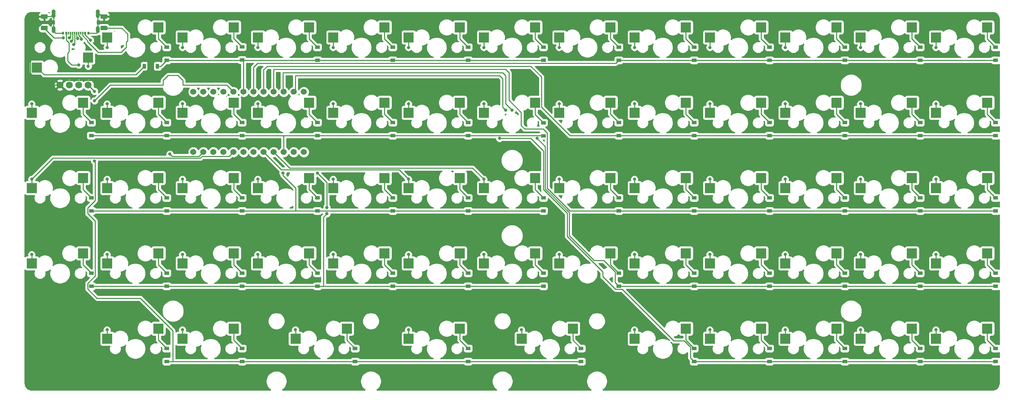
<source format=gbl>
G04 #@! TF.GenerationSoftware,KiCad,Pcbnew,(5.1.10-1-10_14)*
G04 #@! TF.CreationDate,2021-08-25T20:34:20+10:00*
G04 #@! TF.ProjectId,WTL62,57544c36-322e-46b6-9963-61645f706362,rev?*
G04 #@! TF.SameCoordinates,Original*
G04 #@! TF.FileFunction,Copper,L2,Bot*
G04 #@! TF.FilePolarity,Positive*
%FSLAX46Y46*%
G04 Gerber Fmt 4.6, Leading zero omitted, Abs format (unit mm)*
G04 Created by KiCad (PCBNEW (5.1.10-1-10_14)) date 2021-08-25 20:34:20*
%MOMM*%
%LPD*%
G01*
G04 APERTURE LIST*
G04 #@! TA.AperFunction,ComponentPad*
%ADD10C,1.752600*%
G04 #@! TD*
G04 #@! TA.AperFunction,SMDPad,CuDef*
%ADD11R,0.300000X0.800000*%
G04 #@! TD*
G04 #@! TA.AperFunction,SMDPad,CuDef*
%ADD12R,0.540000X0.800000*%
G04 #@! TD*
G04 #@! TA.AperFunction,ComponentPad*
%ADD13C,1.000000*%
G04 #@! TD*
G04 #@! TA.AperFunction,ComponentPad*
%ADD14C,1.524000*%
G04 #@! TD*
G04 #@! TA.AperFunction,SMDPad,CuDef*
%ADD15R,2.550000X2.500000*%
G04 #@! TD*
G04 #@! TA.AperFunction,SMDPad,CuDef*
%ADD16R,1.200000X0.900000*%
G04 #@! TD*
G04 #@! TA.AperFunction,SMDPad,CuDef*
%ADD17R,0.900000X1.200000*%
G04 #@! TD*
G04 #@! TA.AperFunction,ViaPad*
%ADD18C,0.800000*%
G04 #@! TD*
G04 #@! TA.AperFunction,Conductor*
%ADD19C,0.250000*%
G04 #@! TD*
G04 #@! TA.AperFunction,Conductor*
%ADD20C,0.254000*%
G04 #@! TD*
G04 #@! TA.AperFunction,Conductor*
%ADD21C,0.100000*%
G04 #@! TD*
G04 #@! TA.AperFunction,NonConductor*
%ADD22C,0.254000*%
G04 #@! TD*
G04 #@! TA.AperFunction,NonConductor*
%ADD23C,0.100000*%
G04 #@! TD*
G04 APERTURE END LIST*
G04 #@! TA.AperFunction,SMDPad,CuDef*
G36*
G01*
X43824997Y-27887500D02*
X45075003Y-27887500D01*
G75*
G02*
X45325000Y-28137497I0J-249997D01*
G01*
X45325000Y-28762503D01*
G75*
G02*
X45075003Y-29012500I-249997J0D01*
G01*
X43824997Y-29012500D01*
G75*
G02*
X43575000Y-28762503I0J249997D01*
G01*
X43575000Y-28137497D01*
G75*
G02*
X43824997Y-27887500I249997J0D01*
G01*
G37*
G04 #@! TD.AperFunction*
G04 #@! TA.AperFunction,SMDPad,CuDef*
G36*
G01*
X43824997Y-24962500D02*
X45075003Y-24962500D01*
G75*
G02*
X45325000Y-25212497I0J-249997D01*
G01*
X45325000Y-25837503D01*
G75*
G02*
X45075003Y-26087500I-249997J0D01*
G01*
X43824997Y-26087500D01*
G75*
G02*
X43575000Y-25837503I0J249997D01*
G01*
X43575000Y-25212497D01*
G75*
G02*
X43824997Y-24962500I249997J0D01*
G01*
G37*
G04 #@! TD.AperFunction*
G04 #@! TA.AperFunction,SMDPad,CuDef*
G36*
G01*
X28743747Y-27887500D02*
X29993753Y-27887500D01*
G75*
G02*
X30243750Y-28137497I0J-249997D01*
G01*
X30243750Y-28762503D01*
G75*
G02*
X29993753Y-29012500I-249997J0D01*
G01*
X28743747Y-29012500D01*
G75*
G02*
X28493750Y-28762503I0J249997D01*
G01*
X28493750Y-28137497D01*
G75*
G02*
X28743747Y-27887500I249997J0D01*
G01*
G37*
G04 #@! TD.AperFunction*
G04 #@! TA.AperFunction,SMDPad,CuDef*
G36*
G01*
X28743747Y-24962500D02*
X29993753Y-24962500D01*
G75*
G02*
X30243750Y-25212497I0J-249997D01*
G01*
X30243750Y-25837503D01*
G75*
G02*
X29993753Y-26087500I-249997J0D01*
G01*
X28743747Y-26087500D01*
G75*
G02*
X28493750Y-25837503I0J249997D01*
G01*
X28493750Y-25212497D01*
G75*
G02*
X28743747Y-24962500I249997J0D01*
G01*
G37*
G04 #@! TD.AperFunction*
D10*
X33337500Y-42862500D03*
X40481250Y-42862500D03*
X38100000Y-42862500D03*
X35718750Y-42862500D03*
D11*
X39056250Y-29733000D03*
X36056250Y-29733000D03*
X37056250Y-29733000D03*
X37556250Y-29733000D03*
X36556250Y-29733000D03*
X38056250Y-29733000D03*
D12*
X39706250Y-29733000D03*
X34906250Y-29733000D03*
X34106250Y-29733000D03*
X40506250Y-29733000D03*
D13*
X42881550Y-28968700D03*
X42881250Y-28452000D03*
X42881250Y-29214000D03*
X42881250Y-28714700D03*
X31730650Y-28714700D03*
X31730650Y-29214000D03*
X31730650Y-28452000D03*
X31730950Y-28968700D03*
X31730950Y-25146000D03*
X31730950Y-25438100D03*
X31731250Y-24218900D03*
X31730950Y-24498300D03*
X31730950Y-24803100D03*
X42881550Y-25425400D03*
X42881550Y-25133300D03*
X42881550Y-24790400D03*
X42881550Y-24485600D03*
X42881850Y-24206200D03*
D11*
X38556250Y-29733000D03*
X35548250Y-29733000D03*
D14*
X67056000Y-44585600D03*
X69596000Y-44585600D03*
X72136000Y-44585600D03*
X74676000Y-44585600D03*
X77216000Y-44585600D03*
X79756000Y-44585600D03*
X82296000Y-44585600D03*
X84836000Y-44585600D03*
X87376000Y-44585600D03*
X89916000Y-44585600D03*
X92456000Y-44585600D03*
X94996000Y-44585600D03*
X94996000Y-59805600D03*
X92456000Y-59805600D03*
X89916000Y-59805600D03*
X87376000Y-59805600D03*
X84836000Y-59805600D03*
X82296000Y-59805600D03*
X79756000Y-59805600D03*
X77216000Y-59805600D03*
X74676000Y-59805600D03*
X72136000Y-59805600D03*
X69596000Y-59805600D03*
X67056000Y-59805600D03*
D15*
X210629500Y-66357500D03*
X197702500Y-68897500D03*
X163004500Y-104457500D03*
X150077500Y-106997500D03*
X105854500Y-104457500D03*
X92927500Y-106997500D03*
X172529500Y-28257500D03*
X159602500Y-30797500D03*
X191579500Y-28257500D03*
X178652500Y-30797500D03*
X210629500Y-28257500D03*
X197702500Y-30797500D03*
X229679500Y-28257500D03*
X216752500Y-30797500D03*
X248729500Y-28257500D03*
X235802500Y-30797500D03*
X267779500Y-28257500D03*
X254852500Y-30797500D03*
X172529500Y-47307500D03*
X159602500Y-49847500D03*
X191579500Y-47307500D03*
X178652500Y-49847500D03*
X210629500Y-47307500D03*
X197702500Y-49847500D03*
X229679500Y-47307500D03*
X216752500Y-49847500D03*
X248729500Y-47307500D03*
X235802500Y-49847500D03*
X267779500Y-47307500D03*
X254852500Y-49847500D03*
X172529500Y-66357500D03*
X159602500Y-68897500D03*
X191579500Y-66357500D03*
X178652500Y-68897500D03*
X229679500Y-66357500D03*
X216752500Y-68897500D03*
X248729500Y-66357500D03*
X235802500Y-68897500D03*
X267779500Y-66357500D03*
X254852500Y-68897500D03*
X172529500Y-85407500D03*
X159602500Y-87947500D03*
X191579500Y-85407500D03*
X178652500Y-87947500D03*
X210629500Y-85407500D03*
X197702500Y-87947500D03*
X229679500Y-85407500D03*
X216752500Y-87947500D03*
X248729500Y-85407500D03*
X235802500Y-87947500D03*
X267779500Y-85407500D03*
X254852500Y-87947500D03*
X191579500Y-104457500D03*
X178652500Y-106997500D03*
X210629500Y-104457500D03*
X197702500Y-106997500D03*
X229679500Y-104457500D03*
X216752500Y-106997500D03*
X248729500Y-104457500D03*
X235802500Y-106997500D03*
X267779500Y-104457500D03*
X254852500Y-106997500D03*
X134429500Y-104457500D03*
X121502500Y-106997500D03*
X77279500Y-104457500D03*
X64352500Y-106997500D03*
X58229500Y-104457500D03*
X45302500Y-106997500D03*
X153479500Y-85407500D03*
X140552500Y-87947500D03*
X134429500Y-85407500D03*
X121502500Y-87947500D03*
X115379500Y-85407500D03*
X102452500Y-87947500D03*
X96329500Y-85407500D03*
X83402500Y-87947500D03*
X77279500Y-85407500D03*
X64352500Y-87947500D03*
X58229500Y-85407500D03*
X45302500Y-87947500D03*
X39179500Y-85407500D03*
X26252500Y-87947500D03*
X153479500Y-66357500D03*
X140552500Y-68897500D03*
X134429500Y-66357500D03*
X121502500Y-68897500D03*
X115379500Y-66357500D03*
X102452500Y-68897500D03*
X96329500Y-66357500D03*
X83402500Y-68897500D03*
X77279500Y-66357500D03*
X64352500Y-68897500D03*
X58229500Y-66357500D03*
X45302500Y-68897500D03*
X39179500Y-66357500D03*
X26252500Y-68897500D03*
X153479500Y-47307500D03*
X140552500Y-49847500D03*
X134429500Y-47307500D03*
X121502500Y-49847500D03*
X115379500Y-47307500D03*
X102452500Y-49847500D03*
X96329500Y-47307500D03*
X83402500Y-49847500D03*
X77279500Y-47307500D03*
X64352500Y-49847500D03*
X58229500Y-47307500D03*
X45302500Y-49847500D03*
X39179500Y-47307500D03*
X26252500Y-49847500D03*
X153479500Y-28257500D03*
X140552500Y-30797500D03*
X134429500Y-28257500D03*
X121502500Y-30797500D03*
X115379500Y-28257500D03*
X102452500Y-30797500D03*
X96329500Y-28257500D03*
X83402500Y-30797500D03*
X77279500Y-28257500D03*
X64352500Y-30797500D03*
X58229500Y-28257500D03*
X45302500Y-30797500D03*
X27495500Y-38417500D03*
X40422500Y-35877500D03*
D16*
X174625000Y-33275000D03*
X174625000Y-36575000D03*
X193675000Y-33275000D03*
X193675000Y-36575000D03*
X212725000Y-33275000D03*
X212725000Y-36575000D03*
X231775000Y-33275000D03*
X231775000Y-36575000D03*
X250825000Y-33275000D03*
X250825000Y-36575000D03*
X269875000Y-33275000D03*
X269875000Y-36575000D03*
X174625000Y-52325000D03*
X174625000Y-55625000D03*
X193675000Y-52325000D03*
X193675000Y-55625000D03*
X212725000Y-52325000D03*
X212725000Y-55625000D03*
X231775000Y-52325000D03*
X231775000Y-55625000D03*
X250825000Y-52325000D03*
X250825000Y-55625000D03*
X269875000Y-52325000D03*
X269875000Y-55625000D03*
X174625000Y-71375000D03*
X174625000Y-74675000D03*
X193675000Y-71375000D03*
X193675000Y-74675000D03*
X212725000Y-71375000D03*
X212725000Y-74675000D03*
X231775000Y-71375000D03*
X231775000Y-74675000D03*
X250825000Y-71375000D03*
X250825000Y-74675000D03*
X269875000Y-71375000D03*
X269875000Y-74675000D03*
X174625000Y-90425000D03*
X174625000Y-93725000D03*
X193675000Y-90425000D03*
X193675000Y-93725000D03*
X212725000Y-90425000D03*
X212725000Y-93725000D03*
X231775000Y-90425000D03*
X231775000Y-93725000D03*
X250825000Y-90425000D03*
X250825000Y-93725000D03*
X269875000Y-90425000D03*
X269875000Y-93725000D03*
X193675000Y-109475000D03*
X193675000Y-112775000D03*
X212725000Y-109475000D03*
X212725000Y-112775000D03*
X231775000Y-109475000D03*
X231775000Y-112775000D03*
X250825000Y-109475000D03*
X250825000Y-112775000D03*
X269875000Y-109475000D03*
X269875000Y-112775000D03*
X165100000Y-109475000D03*
X165100000Y-112775000D03*
X136525000Y-109475000D03*
X136525000Y-112775000D03*
X107950000Y-109475000D03*
X107950000Y-112775000D03*
X79375000Y-109475000D03*
X79375000Y-112775000D03*
X60325000Y-109475000D03*
X60325000Y-112775000D03*
X155575000Y-90425000D03*
X155575000Y-93725000D03*
X136525000Y-90425000D03*
X136525000Y-93725000D03*
X117475000Y-90425000D03*
X117475000Y-93725000D03*
X98425000Y-90425000D03*
X98425000Y-93725000D03*
X79375000Y-90425000D03*
X79375000Y-93725000D03*
X60325000Y-90425000D03*
X60325000Y-93725000D03*
X41275000Y-90425000D03*
X41275000Y-93725000D03*
X155575000Y-71375000D03*
X155575000Y-74675000D03*
X136525000Y-71375000D03*
X136525000Y-74675000D03*
X117475000Y-71375000D03*
X117475000Y-74675000D03*
X98425000Y-71375000D03*
X98425000Y-74675000D03*
X79375000Y-71375000D03*
X79375000Y-74675000D03*
X60325000Y-71375000D03*
X60325000Y-74675000D03*
X41275000Y-71375000D03*
X41275000Y-74675000D03*
X155575000Y-52387500D03*
X155575000Y-55687500D03*
X136525000Y-52325000D03*
X136525000Y-55625000D03*
X117475000Y-52325000D03*
X117475000Y-55625000D03*
X98425000Y-52325000D03*
X98425000Y-55625000D03*
X79375000Y-52325000D03*
X79375000Y-55625000D03*
X60325000Y-52325000D03*
X60325000Y-55625000D03*
X41275000Y-52325000D03*
X41275000Y-55625000D03*
X155575000Y-33275000D03*
X155575000Y-36575000D03*
X136525000Y-33275000D03*
X136525000Y-36575000D03*
X117475000Y-33275000D03*
X117475000Y-36575000D03*
X98425000Y-33275000D03*
X98425000Y-36575000D03*
X79375000Y-33212500D03*
X79375000Y-36512500D03*
X60325000Y-33275000D03*
X60325000Y-36575000D03*
D17*
X54706250Y-38100000D03*
X58006250Y-38100000D03*
D18*
X38056236Y-37770700D03*
X41021000Y-31496000D03*
X36830000Y-32639000D03*
X38765178Y-31293576D03*
X42068750Y-44450000D03*
X36247696Y-31804907D03*
X37781250Y-31115000D03*
X34157764Y-30876708D03*
X35718750Y-30956250D03*
X89693750Y-65087500D03*
X100806250Y-75406250D03*
X100806250Y-73818750D03*
X98425000Y-65087500D03*
X42068750Y-62067611D03*
X42068750Y-46831250D03*
X144462500Y-56356250D03*
X146050000Y-49212500D03*
X153987500Y-56356250D03*
X147637500Y-49212500D03*
X26193750Y-85725000D03*
X26193750Y-66675000D03*
X26193750Y-47625000D03*
X40481250Y-38100000D03*
X254793750Y-85725000D03*
X254793750Y-66675000D03*
X254793750Y-47625000D03*
X45243750Y-47625000D03*
X45243750Y-66675000D03*
X254793750Y-104775000D03*
X45243750Y-33337500D03*
X45243750Y-104775000D03*
X45243750Y-85725000D03*
X254793750Y-33337500D03*
X61118750Y-60325000D03*
X64293750Y-33337500D03*
X235743750Y-85725000D03*
X235743750Y-66675000D03*
X235743750Y-47625000D03*
X64293750Y-85725000D03*
X64293750Y-66675000D03*
X64293750Y-47625000D03*
X235743750Y-104775000D03*
X64293750Y-104775000D03*
X235743750Y-33337500D03*
X216693750Y-47625000D03*
X216693750Y-66675000D03*
X216693750Y-85725000D03*
X83343750Y-47625000D03*
X83343750Y-66675000D03*
X83343750Y-85725000D03*
X216693750Y-104775000D03*
X216693750Y-33337500D03*
X83343750Y-33337500D03*
X197643750Y-85725000D03*
X197643750Y-66675000D03*
X197643750Y-47625000D03*
X102393750Y-85725000D03*
X102393750Y-66675000D03*
X102393750Y-47625000D03*
X197643750Y-104775000D03*
X92868750Y-104775000D03*
X197643750Y-33337500D03*
X102393750Y-33337500D03*
X178593750Y-47625000D03*
X178593750Y-66675000D03*
X178593750Y-85725000D03*
X121443750Y-47625000D03*
X121443750Y-66675000D03*
X121443750Y-85725000D03*
X178593750Y-104775000D03*
X121443750Y-104775000D03*
X178593750Y-33337500D03*
X121443750Y-33337500D03*
X159543750Y-85725000D03*
X159543750Y-66675000D03*
X159543750Y-47625000D03*
X140493750Y-47625000D03*
X140493750Y-66675000D03*
X140493750Y-85725000D03*
X150018750Y-104775000D03*
X159543750Y-33337500D03*
X140493750Y-33337500D03*
D19*
X29320501Y-40242501D02*
X27495500Y-38417500D01*
X52563749Y-40242501D02*
X29320501Y-40242501D01*
X54706250Y-38100000D02*
X52563749Y-40242501D01*
X60325000Y-33275000D02*
X60325000Y-33337500D01*
X58229500Y-31179500D02*
X60325000Y-33275000D01*
X58229500Y-28257500D02*
X58229500Y-31179500D01*
X77279500Y-31117000D02*
X79375000Y-33212500D01*
X77279500Y-28257500D02*
X77279500Y-31117000D01*
X96329500Y-31179500D02*
X98425000Y-33275000D01*
X96329500Y-28257500D02*
X96329500Y-31179500D01*
X115379500Y-31179500D02*
X117475000Y-33275000D01*
X115379500Y-28257500D02*
X115379500Y-31179500D01*
X134429500Y-31179500D02*
X136525000Y-33275000D01*
X134429500Y-28257500D02*
X134429500Y-31179500D01*
X153479500Y-31179500D02*
X155575000Y-33275000D01*
X153479500Y-28257500D02*
X153479500Y-31179500D01*
X39179500Y-50229500D02*
X41275000Y-52325000D01*
X39179500Y-47307500D02*
X39179500Y-50229500D01*
X58229500Y-50229500D02*
X60325000Y-52325000D01*
X58229500Y-47307500D02*
X58229500Y-50229500D01*
X77279500Y-50229500D02*
X79375000Y-52325000D01*
X77279500Y-47307500D02*
X77279500Y-50229500D01*
X96329500Y-50229500D02*
X98425000Y-52325000D01*
X96329500Y-47307500D02*
X96329500Y-50229500D01*
X115379500Y-50229500D02*
X117475000Y-52325000D01*
X115379500Y-47307500D02*
X115379500Y-50229500D01*
X134429500Y-50229500D02*
X136525000Y-52325000D01*
X134429500Y-47307500D02*
X134429500Y-50229500D01*
X153479500Y-50292000D02*
X155575000Y-52387500D01*
X153479500Y-47307500D02*
X153479500Y-50292000D01*
X39179500Y-69279500D02*
X41275000Y-71375000D01*
X39179500Y-66357500D02*
X39179500Y-69279500D01*
X58229500Y-69279500D02*
X60325000Y-71375000D01*
X58229500Y-66357500D02*
X58229500Y-69279500D01*
X77279500Y-69279500D02*
X79375000Y-71375000D01*
X77279500Y-66357500D02*
X77279500Y-69279500D01*
X96329500Y-69279500D02*
X98425000Y-71375000D01*
X96329500Y-66357500D02*
X96329500Y-69279500D01*
X115379500Y-69279500D02*
X117475000Y-71375000D01*
X115379500Y-66357500D02*
X115379500Y-69279500D01*
X134429500Y-69279500D02*
X136525000Y-71375000D01*
X134429500Y-66357500D02*
X134429500Y-69279500D01*
X153479500Y-69279500D02*
X155575000Y-71375000D01*
X153479500Y-66357500D02*
X153479500Y-69279500D01*
X39179500Y-88329500D02*
X41275000Y-90425000D01*
X39179500Y-85407500D02*
X39179500Y-88329500D01*
X58229500Y-88329500D02*
X60325000Y-90425000D01*
X58229500Y-85407500D02*
X58229500Y-88329500D01*
X77279500Y-88329500D02*
X79375000Y-90425000D01*
X77279500Y-85407500D02*
X77279500Y-88329500D01*
X96329500Y-88329500D02*
X98425000Y-90425000D01*
X96329500Y-85407500D02*
X96329500Y-88329500D01*
X115379500Y-88329500D02*
X117475000Y-90425000D01*
X115379500Y-85407500D02*
X115379500Y-88329500D01*
X134429500Y-88329500D02*
X136525000Y-90425000D01*
X134429500Y-85407500D02*
X134429500Y-88329500D01*
X153479500Y-88329500D02*
X155575000Y-90425000D01*
X153479500Y-85407500D02*
X153479500Y-88329500D01*
X58229500Y-107379500D02*
X60325000Y-109475000D01*
X58229500Y-104457500D02*
X58229500Y-107379500D01*
X77279500Y-107379500D02*
X79375000Y-109475000D01*
X77279500Y-104457500D02*
X77279500Y-107379500D01*
X105854500Y-107379500D02*
X107950000Y-109475000D01*
X105854500Y-104457500D02*
X105854500Y-107379500D01*
X134429500Y-107379500D02*
X136525000Y-109475000D01*
X134429500Y-104457500D02*
X134429500Y-107379500D01*
X163004500Y-107379500D02*
X165100000Y-109475000D01*
X163004500Y-104457500D02*
X163004500Y-107379500D01*
X267779500Y-107379500D02*
X269875000Y-109475000D01*
X267779500Y-104457500D02*
X267779500Y-107379500D01*
X248729500Y-107379500D02*
X250825000Y-109475000D01*
X248729500Y-104457500D02*
X248729500Y-107379500D01*
X229679500Y-107379500D02*
X231775000Y-109475000D01*
X229679500Y-104457500D02*
X229679500Y-107379500D01*
X210629500Y-107379500D02*
X212725000Y-109475000D01*
X210629500Y-104457500D02*
X210629500Y-107379500D01*
X191579500Y-107379500D02*
X193675000Y-109475000D01*
X191579500Y-104457500D02*
X191579500Y-107379500D01*
X267779500Y-88329500D02*
X269875000Y-90425000D01*
X267779500Y-85407500D02*
X267779500Y-88329500D01*
X248729500Y-88329500D02*
X250825000Y-90425000D01*
X248729500Y-85407500D02*
X248729500Y-88329500D01*
X229679500Y-88329500D02*
X231775000Y-90425000D01*
X229679500Y-85407500D02*
X229679500Y-88329500D01*
X210629500Y-88329500D02*
X212725000Y-90425000D01*
X210629500Y-85407500D02*
X210629500Y-88329500D01*
X191579500Y-88329500D02*
X193675000Y-90425000D01*
X191579500Y-85407500D02*
X191579500Y-88329500D01*
X172529500Y-88329500D02*
X174625000Y-90425000D01*
X172529500Y-85407500D02*
X172529500Y-88329500D01*
X267779500Y-69279500D02*
X269875000Y-71375000D01*
X267779500Y-66357500D02*
X267779500Y-69279500D01*
X248729500Y-69279500D02*
X250825000Y-71375000D01*
X248729500Y-66357500D02*
X248729500Y-69279500D01*
X229679500Y-69279500D02*
X231775000Y-71375000D01*
X229679500Y-66357500D02*
X229679500Y-69279500D01*
X210629500Y-69279500D02*
X212725000Y-71375000D01*
X210629500Y-66357500D02*
X210629500Y-69279500D01*
X191579500Y-69279500D02*
X193675000Y-71375000D01*
X191579500Y-66357500D02*
X191579500Y-69279500D01*
X172529500Y-69279500D02*
X174625000Y-71375000D01*
X172529500Y-66357500D02*
X172529500Y-69279500D01*
X267779500Y-50229500D02*
X269875000Y-52325000D01*
X267779500Y-47307500D02*
X267779500Y-50229500D01*
X248729500Y-50229500D02*
X250825000Y-52325000D01*
X248729500Y-47307500D02*
X248729500Y-50229500D01*
X229679500Y-50229500D02*
X231775000Y-52325000D01*
X229679500Y-47307500D02*
X229679500Y-50229500D01*
X210629500Y-50229500D02*
X212725000Y-52325000D01*
X210629500Y-47307500D02*
X210629500Y-50229500D01*
X191579500Y-50229500D02*
X193675000Y-52325000D01*
X191579500Y-47307500D02*
X191579500Y-50229500D01*
X172529500Y-50229500D02*
X174625000Y-52325000D01*
X172529500Y-47307500D02*
X172529500Y-50229500D01*
X267779500Y-31179500D02*
X269875000Y-33275000D01*
X267779500Y-28257500D02*
X267779500Y-31179500D01*
X248729500Y-31179500D02*
X250825000Y-33275000D01*
X248729500Y-28257500D02*
X248729500Y-31179500D01*
X229679500Y-31179500D02*
X231775000Y-33275000D01*
X229679500Y-28257500D02*
X229679500Y-31179500D01*
X210629500Y-31179500D02*
X212725000Y-33275000D01*
X210629500Y-28257500D02*
X210629500Y-31179500D01*
X191579500Y-31179500D02*
X193675000Y-33275000D01*
X191579500Y-28257500D02*
X191579500Y-31179500D01*
X172529500Y-31179500D02*
X174625000Y-33275000D01*
X172529500Y-28257500D02*
X172529500Y-31179500D01*
X31730950Y-28451700D02*
X31730650Y-28452000D01*
X31730950Y-25438100D02*
X31730950Y-28451700D01*
X32249650Y-29733000D02*
X34106250Y-29733000D01*
X31730650Y-29214000D02*
X32249650Y-29733000D01*
X42881550Y-28451700D02*
X42881250Y-28452000D01*
X42881550Y-25133300D02*
X42881550Y-28451700D01*
X42570056Y-29733000D02*
X40506250Y-29733000D01*
X42881250Y-29421806D02*
X42570056Y-29733000D01*
X42881250Y-28714700D02*
X42881250Y-29421806D01*
X34106250Y-29733000D02*
X33510026Y-29733000D01*
X43920950Y-25525000D02*
X42881550Y-24485600D01*
X44450000Y-25525000D02*
X43920950Y-25525000D01*
X31009050Y-25525000D02*
X31730950Y-24803100D01*
X29368750Y-25525000D02*
X31009050Y-25525000D01*
X44450000Y-25525000D02*
X48006974Y-25525000D01*
X48006974Y-25525000D02*
X55481251Y-32999277D01*
X55481251Y-32999277D02*
X55481251Y-38960001D01*
X55481251Y-38960001D02*
X52780053Y-41661199D01*
X52780053Y-41661199D02*
X34538801Y-41661199D01*
X34538801Y-41661199D02*
X33337500Y-42862500D01*
X28830498Y-42862500D02*
X33337500Y-42862500D01*
X25895499Y-39927501D02*
X28830498Y-42862500D01*
X25895499Y-30172561D02*
X25895499Y-39927501D01*
X29368750Y-26699310D02*
X25895499Y-30172561D01*
X29368750Y-25525000D02*
X29368750Y-26699310D01*
X34906250Y-31474276D02*
X34906250Y-29733000D01*
X35322499Y-34784475D02*
X35322499Y-36753501D01*
X36339698Y-37770700D02*
X38056236Y-37770700D01*
X34906250Y-31474276D02*
X35656401Y-32224427D01*
X35656401Y-34450573D02*
X35322499Y-34784475D01*
X35322499Y-36753501D02*
X36339698Y-37770700D01*
X35656401Y-32224427D02*
X35656401Y-34450573D01*
X39706250Y-30181250D02*
X39706250Y-29733000D01*
X41021000Y-31496000D02*
X39706250Y-30181250D01*
X37056250Y-32412750D02*
X36830000Y-32639000D01*
X37056250Y-29733000D02*
X37056250Y-32412750D01*
X38056250Y-30316998D02*
X38056250Y-29733000D01*
X38506251Y-30766999D02*
X38056250Y-30316998D01*
X38532576Y-31293576D02*
X38506251Y-31267251D01*
X38506251Y-31267251D02*
X38506251Y-30766999D01*
X38765178Y-31293576D02*
X38532576Y-31293576D01*
X40481250Y-43656250D02*
X40481250Y-42862500D01*
X42068750Y-44450000D02*
X40481250Y-42862500D01*
X36556250Y-31496353D02*
X36247696Y-31804907D01*
X36556250Y-29733000D02*
X36556250Y-31496353D01*
X37556250Y-30890000D02*
X37781250Y-31115000D01*
X37556250Y-29733000D02*
X37556250Y-30890000D01*
X31795458Y-30876708D02*
X34157764Y-30876708D01*
X29368750Y-28450000D02*
X31795458Y-30876708D01*
X36056250Y-30618750D02*
X36056250Y-29733000D01*
X35718750Y-30956250D02*
X36056250Y-30618750D01*
X48931002Y-28450000D02*
X44450000Y-28450000D01*
X50402501Y-29921499D02*
X48931002Y-28450000D01*
X50402501Y-31673501D02*
X50402501Y-29921499D01*
X48806249Y-34537501D02*
X50068599Y-33275151D01*
X50068599Y-32007403D02*
X50402501Y-31673501D01*
X42989499Y-34537501D02*
X48806249Y-34537501D01*
X50068599Y-33275151D02*
X50068599Y-32007403D01*
X40295999Y-31844001D02*
X42989499Y-34537501D01*
X39056250Y-30338002D02*
X40295999Y-31577751D01*
X40295999Y-31577751D02*
X40295999Y-31844001D01*
X39056250Y-29733000D02*
X39056250Y-30338002D01*
X58800000Y-38100000D02*
X60325000Y-36575000D01*
X58006250Y-38100000D02*
X58800000Y-38100000D01*
X77056250Y-36575000D02*
X155575000Y-36575000D01*
X60325000Y-36575000D02*
X77056250Y-36575000D01*
X79756000Y-36893500D02*
X79375000Y-36512500D01*
X79756000Y-44585600D02*
X79756000Y-36893500D01*
X155512500Y-55625000D02*
X155575000Y-55687500D01*
X89916000Y-55784750D02*
X89756250Y-55625000D01*
X89916000Y-59805600D02*
X89916000Y-55784750D01*
X89756250Y-55625000D02*
X155512500Y-55625000D01*
X41275000Y-55625000D02*
X89756250Y-55625000D01*
X92931250Y-68962252D02*
X89693750Y-65724752D01*
X92931250Y-74675000D02*
X92931250Y-68962252D01*
X41275000Y-74675000D02*
X92931250Y-74675000D01*
X92931250Y-74675000D02*
X155575000Y-74675000D01*
X89693750Y-65724752D02*
X89693750Y-65087500D01*
X99950000Y-93725000D02*
X99950000Y-76262500D01*
X99950000Y-76262500D02*
X100806250Y-75406250D01*
X41275000Y-93725000D02*
X99950000Y-93725000D01*
X99950000Y-93725000D02*
X155575000Y-93725000D01*
X100806250Y-67468750D02*
X98425000Y-65087500D01*
X100806250Y-73818750D02*
X100806250Y-67468750D01*
X42200001Y-62198862D02*
X42068750Y-62067611D01*
X42200001Y-72085001D02*
X42200001Y-62198862D01*
X40349999Y-75385001D02*
X40349999Y-73935003D01*
X42200001Y-77235003D02*
X40349999Y-75385001D01*
X40349999Y-73935003D02*
X42200001Y-72085001D01*
X60325000Y-112775000D02*
X61850000Y-112775000D01*
X42200001Y-91164997D02*
X42200001Y-77235003D01*
X40349999Y-94435001D02*
X40349999Y-93014999D01*
X40349999Y-93014999D02*
X42200001Y-91164997D01*
X61850000Y-112775000D02*
X165100000Y-112775000D01*
X42689998Y-96775000D02*
X40349999Y-94435001D01*
X42068750Y-46831250D02*
X46037500Y-42862500D01*
X75492900Y-42862500D02*
X77216000Y-44585600D01*
X61850000Y-104967998D02*
X61850000Y-112775000D01*
X53657002Y-96775000D02*
X61850000Y-104967998D01*
X42689998Y-96775000D02*
X53657002Y-96775000D01*
X46037500Y-42862500D02*
X59437499Y-42862500D01*
X63100501Y-40387499D02*
X64387501Y-41674499D01*
X60724499Y-40387499D02*
X63100501Y-40387499D01*
X59437499Y-41674499D02*
X60724499Y-40387499D01*
X59437499Y-42862500D02*
X59437499Y-41674499D01*
X64387501Y-41674499D02*
X64387501Y-42862500D01*
X64387501Y-42862500D02*
X75492900Y-42862500D01*
X269875000Y-112775000D02*
X193675000Y-112775000D01*
X161633587Y-75311409D02*
X155599981Y-69277803D01*
X170567499Y-90084911D02*
X161633587Y-81150999D01*
X155599981Y-69277803D02*
X155599981Y-59556231D01*
X170567499Y-91302501D02*
X170567499Y-90084911D01*
X173764999Y-94500001D02*
X170567499Y-91302501D01*
X175485001Y-94500001D02*
X173764999Y-94500001D01*
X192749999Y-109186409D02*
X191129490Y-107565900D01*
X161633587Y-81150999D02*
X161633587Y-75311409D01*
X192749999Y-111849999D02*
X192749999Y-109186409D01*
X188550900Y-107565900D02*
X175485001Y-94500001D01*
X191129490Y-107565900D02*
X188550900Y-107565900D01*
X193675000Y-112775000D02*
X192749999Y-111849999D01*
X152400000Y-56356250D02*
X144462500Y-56356250D01*
X155599981Y-59556231D02*
X152400000Y-56356250D01*
X92868750Y-40481250D02*
X92868750Y-44172850D01*
X144462500Y-40481250D02*
X92868750Y-40481250D01*
X145256250Y-41275000D02*
X144462500Y-40481250D01*
X145256250Y-48418750D02*
X145256250Y-41275000D01*
X92868750Y-44172850D02*
X92456000Y-44585600D01*
X146050000Y-49212500D02*
X145256250Y-48418750D01*
X174625000Y-93725000D02*
X269875000Y-93725000D01*
X156049991Y-58418741D02*
X153987500Y-56356250D01*
X156049991Y-69091403D02*
X156049991Y-58418741D01*
X162083597Y-75125009D02*
X156049991Y-69091403D01*
X162083597Y-80964599D02*
X162083597Y-75125009D01*
X168351499Y-87232501D02*
X162083597Y-80964599D01*
X173699999Y-90136409D02*
X170796091Y-87232501D01*
X170796091Y-87232501D02*
X168351499Y-87232501D01*
X173699999Y-92799999D02*
X173699999Y-90136409D01*
X174625000Y-93725000D02*
X173699999Y-92799999D01*
X89693750Y-44363350D02*
X89916000Y-44585600D01*
X146050000Y-47625000D02*
X146050000Y-40481250D01*
X89693750Y-39687500D02*
X89693750Y-44363350D01*
X145256250Y-39687500D02*
X89693750Y-39687500D01*
X146050000Y-40481250D02*
X145256250Y-39687500D01*
X147637500Y-49212500D02*
X146050000Y-47625000D01*
X269875000Y-74675000D02*
X174625000Y-74675000D01*
X87312500Y-44522100D02*
X87376000Y-44585600D01*
X146843750Y-39687500D02*
X146050000Y-38893750D01*
X87312500Y-38893750D02*
X87312500Y-44522100D01*
X146843750Y-46674752D02*
X146843750Y-39687500D01*
X149956401Y-49787403D02*
X146843750Y-46674752D01*
X149956401Y-53118901D02*
X149956401Y-49787403D01*
X150812500Y-53975000D02*
X149956401Y-53118901D01*
X146050000Y-38893750D02*
X87312500Y-38893750D01*
X156500001Y-54977499D02*
X155497502Y-53975000D01*
X156500001Y-68905003D02*
X156500001Y-54977499D01*
X155497502Y-53975000D02*
X150812500Y-53975000D01*
X162269998Y-74675000D02*
X156500001Y-68905003D01*
X174625000Y-74675000D02*
X162269998Y-74675000D01*
X269875000Y-55625000D02*
X174625000Y-55625000D01*
X84836000Y-38989000D02*
X84836000Y-44585600D01*
X85725000Y-38100000D02*
X84836000Y-38989000D01*
X155079501Y-40779501D02*
X152400000Y-38100000D01*
X155079501Y-48434503D02*
X155079501Y-40779501D01*
X152400000Y-38100000D02*
X85725000Y-38100000D01*
X162269998Y-55625000D02*
X155079501Y-48434503D01*
X174625000Y-55625000D02*
X162269998Y-55625000D01*
X174625000Y-36575000D02*
X269875000Y-36575000D01*
X173849999Y-37350001D02*
X83299999Y-37350001D01*
X174625000Y-36575000D02*
X173849999Y-37350001D01*
X82296000Y-38354000D02*
X82296000Y-44585600D01*
X83299999Y-37350001D02*
X82296000Y-38354000D01*
X26252500Y-87947500D02*
X26252500Y-85783750D01*
X26252500Y-68897500D02*
X26252500Y-66733750D01*
X26252500Y-49847500D02*
X26252500Y-47683750D01*
X40422500Y-38041250D02*
X40481250Y-38100000D01*
X40422500Y-35877500D02*
X40422500Y-38041250D01*
X76128999Y-60892601D02*
X77216000Y-59805600D01*
X31526139Y-61342611D02*
X68832389Y-61342611D01*
X69282399Y-60892601D02*
X76128999Y-60892601D01*
X68832389Y-61342611D02*
X69282399Y-60892601D01*
X26193750Y-66675000D02*
X31526139Y-61342611D01*
X254852500Y-87947500D02*
X254852500Y-85783750D01*
X254852500Y-68897500D02*
X254852500Y-66733750D01*
X254852500Y-49847500D02*
X254852500Y-47683750D01*
X45302500Y-49847500D02*
X45302500Y-47683750D01*
X45302500Y-68897500D02*
X45302500Y-66733750D01*
X254852500Y-106997500D02*
X254852500Y-104833750D01*
X45302500Y-30797500D02*
X45302500Y-33278750D01*
X45302500Y-104833750D02*
X45243750Y-104775000D01*
X45302500Y-106997500D02*
X45302500Y-104833750D01*
X45302500Y-85783750D02*
X45243750Y-85725000D01*
X45302500Y-87947500D02*
X45302500Y-85783750D01*
X254852500Y-30797500D02*
X254852500Y-33278750D01*
X68508999Y-60892601D02*
X69596000Y-59805600D01*
X61686351Y-60892601D02*
X68508999Y-60892601D01*
X61118750Y-60325000D02*
X61686351Y-60892601D01*
X64352500Y-30797500D02*
X64352500Y-33278750D01*
X235802500Y-87947500D02*
X235802500Y-85783750D01*
X235802500Y-68897500D02*
X235802500Y-66733750D01*
X235802500Y-49847500D02*
X235802500Y-47683750D01*
X64352500Y-87947500D02*
X64352500Y-85783750D01*
X64352500Y-68897500D02*
X64352500Y-66733750D01*
X64352500Y-49847500D02*
X64352500Y-47683750D01*
X235802500Y-106997500D02*
X235802500Y-104833750D01*
X64352500Y-106997500D02*
X64352500Y-104833750D01*
X235802500Y-30797500D02*
X235802500Y-33278750D01*
X216752500Y-49847500D02*
X216752500Y-47683750D01*
X216752500Y-68897500D02*
X216752500Y-66733750D01*
X216752500Y-87947500D02*
X216752500Y-85783750D01*
X83402500Y-49847500D02*
X83402500Y-47683750D01*
X83402500Y-68897500D02*
X83402500Y-66733750D01*
X83402500Y-87947500D02*
X83402500Y-85783750D01*
X216752500Y-106997500D02*
X216752500Y-104833750D01*
X216752500Y-30797500D02*
X216752500Y-33278750D01*
X83402500Y-30797500D02*
X83402500Y-33278750D01*
X197702500Y-87947500D02*
X197702500Y-85783750D01*
X197702500Y-68897500D02*
X197702500Y-66733750D01*
X197702500Y-49847500D02*
X197702500Y-47683750D01*
X102452500Y-87947500D02*
X102452500Y-85783750D01*
X102452500Y-68897500D02*
X102452500Y-66733750D01*
X102452500Y-49847500D02*
X102452500Y-47683750D01*
X197702500Y-106997500D02*
X197702500Y-104833750D01*
X92927500Y-106997500D02*
X92927500Y-104833750D01*
X197702500Y-30797500D02*
X197702500Y-33278750D01*
X102452500Y-30797500D02*
X102452500Y-33278750D01*
X178652500Y-49847500D02*
X178652500Y-47683750D01*
X178652500Y-68897500D02*
X178652500Y-66733750D01*
X178652500Y-87947500D02*
X178652500Y-85783750D01*
X121502500Y-49847500D02*
X121502500Y-47683750D01*
X121502500Y-68897500D02*
X121502500Y-66733750D01*
X121502500Y-87947500D02*
X121502500Y-85783750D01*
X178652500Y-106997500D02*
X178652500Y-104833750D01*
X121502500Y-106997500D02*
X121502500Y-104833750D01*
X178652500Y-30797500D02*
X178652500Y-33278750D01*
X121502500Y-30797500D02*
X121502500Y-33278750D01*
X119062500Y-64293750D02*
X121443750Y-66675000D01*
X89324150Y-64293750D02*
X119062500Y-64293750D01*
X84836000Y-59805600D02*
X89324150Y-64293750D01*
X159602500Y-87947500D02*
X159602500Y-85783750D01*
X159602500Y-68897500D02*
X159602500Y-66733750D01*
X159602500Y-49847500D02*
X159602500Y-47683750D01*
X140552500Y-49847500D02*
X140552500Y-47683750D01*
X140552500Y-68897500D02*
X140552500Y-66733750D01*
X140552500Y-87947500D02*
X140552500Y-85783750D01*
X150077500Y-106997500D02*
X150077500Y-104833750D01*
X159602500Y-30797500D02*
X159602500Y-33278750D01*
X140552500Y-30797500D02*
X140552500Y-33278750D01*
X137662490Y-63843740D02*
X140493750Y-66675000D01*
X91414140Y-63843740D02*
X137662490Y-63843740D01*
X87376000Y-59805600D02*
X91414140Y-63843740D01*
D20*
X28042565Y-24511315D02*
X27963213Y-24608006D01*
X27904248Y-24718320D01*
X27867938Y-24838018D01*
X27855678Y-24962500D01*
X27858750Y-25239250D01*
X28017500Y-25398000D01*
X29241750Y-25398000D01*
X29241750Y-25378000D01*
X29495750Y-25378000D01*
X29495750Y-25398000D01*
X29515750Y-25398000D01*
X29515750Y-25652000D01*
X29495750Y-25652000D01*
X29495750Y-26563750D01*
X29654500Y-26722500D01*
X30243750Y-26725572D01*
X30368232Y-26713312D01*
X30487930Y-26677002D01*
X30598244Y-26618037D01*
X30694935Y-26538685D01*
X30774287Y-26441994D01*
X30833252Y-26331680D01*
X30869562Y-26211982D01*
X30881822Y-26087500D01*
X30881127Y-26024872D01*
X30952784Y-26036661D01*
X30981183Y-26008263D01*
X31014739Y-26041819D01*
X31132389Y-25924169D01*
X31167500Y-26137588D01*
X31197654Y-26151001D01*
X31132389Y-26216266D01*
X31167500Y-26429688D01*
X31371776Y-26520558D01*
X31589855Y-26569831D01*
X31813356Y-26575611D01*
X31883750Y-26563491D01*
X31883751Y-27322982D01*
X31871745Y-27320269D01*
X31648244Y-27314489D01*
X31427910Y-27352423D01*
X31219210Y-27432613D01*
X31167200Y-27460412D01*
X31132089Y-27673834D01*
X31176432Y-27718177D01*
X31167200Y-27723112D01*
X31132089Y-27936531D01*
X31014439Y-27818881D01*
X30966183Y-27867138D01*
X30952484Y-27853439D01*
X30836914Y-27872452D01*
X30814222Y-27797648D01*
X30732155Y-27644112D01*
X30621713Y-27509537D01*
X30487138Y-27399095D01*
X30333602Y-27317028D01*
X30167007Y-27266492D01*
X29993753Y-27249428D01*
X28743747Y-27249428D01*
X28570493Y-27266492D01*
X28403898Y-27317028D01*
X28250362Y-27399095D01*
X28115787Y-27509537D01*
X28005345Y-27644112D01*
X27923278Y-27797648D01*
X27872742Y-27964243D01*
X27855678Y-28137497D01*
X27855678Y-28762503D01*
X27872742Y-28935757D01*
X27923278Y-29102352D01*
X28005345Y-29255888D01*
X28115787Y-29390463D01*
X28250362Y-29500905D01*
X28403898Y-29582972D01*
X28570493Y-29633508D01*
X28743747Y-29650572D01*
X29494521Y-29650572D01*
X31231659Y-31387711D01*
X31255457Y-31416709D01*
X31371182Y-31511682D01*
X31419608Y-31537566D01*
X31295500Y-31661674D01*
X31007799Y-32092249D01*
X30809627Y-32570678D01*
X30708600Y-33078576D01*
X30708600Y-33596424D01*
X30809627Y-34104322D01*
X31007799Y-34582751D01*
X31295500Y-35013326D01*
X31661674Y-35379500D01*
X32092249Y-35667201D01*
X32570678Y-35865373D01*
X33078576Y-35966400D01*
X33596424Y-35966400D01*
X34104322Y-35865373D01*
X34562499Y-35675589D01*
X34562500Y-36716169D01*
X34558823Y-36753501D01*
X34573497Y-36902486D01*
X34616953Y-37045747D01*
X34687525Y-37177777D01*
X34737346Y-37238483D01*
X34782499Y-37293502D01*
X34811497Y-37317300D01*
X35775899Y-38281703D01*
X35799697Y-38310701D01*
X35828695Y-38334499D01*
X35915422Y-38405674D01*
X36047451Y-38476246D01*
X36190712Y-38519703D01*
X36339698Y-38534377D01*
X36377031Y-38530700D01*
X37352525Y-38530700D01*
X37396462Y-38574637D01*
X37565980Y-38687905D01*
X37754338Y-38765926D01*
X37954297Y-38805700D01*
X38158175Y-38805700D01*
X38358134Y-38765926D01*
X38546492Y-38687905D01*
X38716010Y-38574637D01*
X38860173Y-38430474D01*
X38973441Y-38260956D01*
X39051462Y-38072598D01*
X39091236Y-37872639D01*
X39091236Y-37760031D01*
X39147500Y-37765572D01*
X39499498Y-37765572D01*
X39486024Y-37798102D01*
X39446250Y-37998061D01*
X39446250Y-38201939D01*
X39486024Y-38401898D01*
X39564045Y-38590256D01*
X39677313Y-38759774D01*
X39821476Y-38903937D01*
X39990994Y-39017205D01*
X40179352Y-39095226D01*
X40379311Y-39135000D01*
X40583189Y-39135000D01*
X40783148Y-39095226D01*
X40971506Y-39017205D01*
X41141024Y-38903937D01*
X41285187Y-38759774D01*
X41398455Y-38590256D01*
X41476476Y-38401898D01*
X41516250Y-38201939D01*
X41516250Y-37998061D01*
X41476476Y-37798102D01*
X41463002Y-37765572D01*
X41697500Y-37765572D01*
X41821982Y-37753312D01*
X41941680Y-37717002D01*
X42051994Y-37658037D01*
X42148685Y-37578685D01*
X42228037Y-37481994D01*
X42287002Y-37371680D01*
X42323312Y-37251982D01*
X42335572Y-37127500D01*
X42335572Y-34958376D01*
X42425700Y-35048504D01*
X42449498Y-35077502D01*
X42565223Y-35172475D01*
X42697252Y-35243047D01*
X42840513Y-35286504D01*
X42952166Y-35297501D01*
X42952175Y-35297501D01*
X42989498Y-35301177D01*
X43026821Y-35297501D01*
X48768927Y-35297501D01*
X48806249Y-35301177D01*
X48843571Y-35297501D01*
X48843582Y-35297501D01*
X48955235Y-35286504D01*
X49098496Y-35243047D01*
X49230525Y-35172475D01*
X49346250Y-35077502D01*
X49370052Y-35048499D01*
X49992777Y-34425775D01*
X50057799Y-34582751D01*
X50345500Y-35013326D01*
X50711674Y-35379500D01*
X51142249Y-35667201D01*
X51620678Y-35865373D01*
X52128576Y-35966400D01*
X52646424Y-35966400D01*
X53154322Y-35865373D01*
X53632751Y-35667201D01*
X54063326Y-35379500D01*
X54429500Y-35013326D01*
X54717201Y-34582751D01*
X54915373Y-34104322D01*
X55016400Y-33596424D01*
X55016400Y-33078576D01*
X54915373Y-32570678D01*
X54717201Y-32092249D01*
X54429500Y-31661674D01*
X54063326Y-31295500D01*
X53632751Y-31007799D01*
X53154322Y-30809627D01*
X52646424Y-30708600D01*
X52128576Y-30708600D01*
X51620678Y-30809627D01*
X51162501Y-30999410D01*
X51162501Y-29958822D01*
X51166177Y-29921499D01*
X51162501Y-29884176D01*
X51162501Y-29884166D01*
X51151504Y-29772513D01*
X51108047Y-29629252D01*
X51037475Y-29497223D01*
X50942502Y-29381498D01*
X50913504Y-29357700D01*
X49603025Y-28047221D01*
X52792500Y-28047221D01*
X52792500Y-28467779D01*
X52874547Y-28880256D01*
X53035488Y-29268802D01*
X53269137Y-29618483D01*
X53566517Y-29915863D01*
X53916198Y-30149512D01*
X54304744Y-30310453D01*
X54717221Y-30392500D01*
X55137779Y-30392500D01*
X55550256Y-30310453D01*
X55938802Y-30149512D01*
X56288483Y-29915863D01*
X56395535Y-29808811D01*
X56423963Y-29861994D01*
X56503315Y-29958685D01*
X56600006Y-30038037D01*
X56710320Y-30097002D01*
X56830018Y-30133312D01*
X56954500Y-30145572D01*
X57469501Y-30145572D01*
X57469501Y-31142168D01*
X57465824Y-31179500D01*
X57469501Y-31216833D01*
X57480498Y-31328486D01*
X57486118Y-31347013D01*
X57523954Y-31471746D01*
X57594526Y-31603776D01*
X57665701Y-31690502D01*
X57689500Y-31719501D01*
X57718498Y-31743299D01*
X57849002Y-31873803D01*
X57616222Y-31827500D01*
X57318778Y-31827500D01*
X57027049Y-31885529D01*
X56752247Y-31999356D01*
X56504931Y-32164607D01*
X56294607Y-32374931D01*
X56129356Y-32622247D01*
X56015529Y-32897049D01*
X55957500Y-33188778D01*
X55957500Y-33486222D01*
X56015529Y-33777951D01*
X56129356Y-34052753D01*
X56294607Y-34300069D01*
X56504931Y-34510393D01*
X56752247Y-34675644D01*
X57027049Y-34789471D01*
X57318778Y-34847500D01*
X57616222Y-34847500D01*
X57907951Y-34789471D01*
X58182753Y-34675644D01*
X58430069Y-34510393D01*
X58640393Y-34300069D01*
X58805644Y-34052753D01*
X58919471Y-33777951D01*
X58977500Y-33486222D01*
X58977500Y-33188778D01*
X58931197Y-32955998D01*
X59086928Y-33111730D01*
X59086928Y-33725000D01*
X59099188Y-33849482D01*
X59135498Y-33969180D01*
X59194463Y-34079494D01*
X59273815Y-34176185D01*
X59370506Y-34255537D01*
X59480820Y-34314502D01*
X59600518Y-34350812D01*
X59725000Y-34363072D01*
X60925000Y-34363072D01*
X61049482Y-34350812D01*
X61169180Y-34314502D01*
X61279494Y-34255537D01*
X61376185Y-34176185D01*
X61455537Y-34079494D01*
X61514502Y-33969180D01*
X61550812Y-33849482D01*
X61563072Y-33725000D01*
X61563072Y-32825000D01*
X61550812Y-32700518D01*
X61514502Y-32580820D01*
X61455537Y-32470506D01*
X61376185Y-32373815D01*
X61279494Y-32294463D01*
X61169180Y-32235498D01*
X61049482Y-32199188D01*
X60925000Y-32186928D01*
X60311730Y-32186928D01*
X58989500Y-30864699D01*
X58989500Y-30145572D01*
X59504500Y-30145572D01*
X59628982Y-30133312D01*
X59748680Y-30097002D01*
X59858994Y-30038037D01*
X59955685Y-29958685D01*
X60035037Y-29861994D01*
X60094002Y-29751680D01*
X60130312Y-29631982D01*
X60142572Y-29507500D01*
X60142572Y-28047221D01*
X71842500Y-28047221D01*
X71842500Y-28467779D01*
X71924547Y-28880256D01*
X72085488Y-29268802D01*
X72319137Y-29618483D01*
X72616517Y-29915863D01*
X72966198Y-30149512D01*
X73354744Y-30310453D01*
X73767221Y-30392500D01*
X74187779Y-30392500D01*
X74600256Y-30310453D01*
X74988802Y-30149512D01*
X75338483Y-29915863D01*
X75445535Y-29808811D01*
X75473963Y-29861994D01*
X75553315Y-29958685D01*
X75650006Y-30038037D01*
X75760320Y-30097002D01*
X75880018Y-30133312D01*
X76004500Y-30145572D01*
X76519501Y-30145572D01*
X76519501Y-31079668D01*
X76515824Y-31117000D01*
X76519501Y-31154333D01*
X76530498Y-31265986D01*
X76536419Y-31285504D01*
X76573954Y-31409246D01*
X76644526Y-31541276D01*
X76685518Y-31591224D01*
X76739500Y-31657001D01*
X76768498Y-31680799D01*
X76984030Y-31896331D01*
X76957951Y-31885529D01*
X76666222Y-31827500D01*
X76368778Y-31827500D01*
X76077049Y-31885529D01*
X75802247Y-31999356D01*
X75554931Y-32164607D01*
X75344607Y-32374931D01*
X75179356Y-32622247D01*
X75065529Y-32897049D01*
X75007500Y-33188778D01*
X75007500Y-33486222D01*
X75065529Y-33777951D01*
X75179356Y-34052753D01*
X75344607Y-34300069D01*
X75554931Y-34510393D01*
X75802247Y-34675644D01*
X76077049Y-34789471D01*
X76368778Y-34847500D01*
X76666222Y-34847500D01*
X76957951Y-34789471D01*
X77232753Y-34675644D01*
X77480069Y-34510393D01*
X77690393Y-34300069D01*
X77855644Y-34052753D01*
X77969471Y-33777951D01*
X78027500Y-33486222D01*
X78027500Y-33188778D01*
X77969471Y-32897049D01*
X77958669Y-32870970D01*
X78136928Y-33049230D01*
X78136928Y-33662500D01*
X78149188Y-33786982D01*
X78185498Y-33906680D01*
X78244463Y-34016994D01*
X78323815Y-34113685D01*
X78420506Y-34193037D01*
X78530820Y-34252002D01*
X78650518Y-34288312D01*
X78775000Y-34300572D01*
X79975000Y-34300572D01*
X80099482Y-34288312D01*
X80219180Y-34252002D01*
X80329494Y-34193037D01*
X80426185Y-34113685D01*
X80505537Y-34016994D01*
X80564502Y-33906680D01*
X80600812Y-33786982D01*
X80613072Y-33662500D01*
X80613072Y-32762500D01*
X80600812Y-32638018D01*
X80564502Y-32518320D01*
X80505537Y-32408006D01*
X80426185Y-32311315D01*
X80329494Y-32231963D01*
X80219180Y-32172998D01*
X80099482Y-32136688D01*
X79975000Y-32124428D01*
X79361730Y-32124428D01*
X78039500Y-30802199D01*
X78039500Y-30145572D01*
X78554500Y-30145572D01*
X78678982Y-30133312D01*
X78798680Y-30097002D01*
X78908994Y-30038037D01*
X79005685Y-29958685D01*
X79085037Y-29861994D01*
X79144002Y-29751680D01*
X79180312Y-29631982D01*
X79192572Y-29507500D01*
X79192572Y-28047221D01*
X90892500Y-28047221D01*
X90892500Y-28467779D01*
X90974547Y-28880256D01*
X91135488Y-29268802D01*
X91369137Y-29618483D01*
X91666517Y-29915863D01*
X92016198Y-30149512D01*
X92404744Y-30310453D01*
X92817221Y-30392500D01*
X93237779Y-30392500D01*
X93650256Y-30310453D01*
X94038802Y-30149512D01*
X94388483Y-29915863D01*
X94495535Y-29808811D01*
X94523963Y-29861994D01*
X94603315Y-29958685D01*
X94700006Y-30038037D01*
X94810320Y-30097002D01*
X94930018Y-30133312D01*
X95054500Y-30145572D01*
X95569501Y-30145572D01*
X95569501Y-31142168D01*
X95565824Y-31179500D01*
X95569501Y-31216833D01*
X95580498Y-31328486D01*
X95586118Y-31347013D01*
X95623954Y-31471746D01*
X95694526Y-31603776D01*
X95765701Y-31690502D01*
X95789500Y-31719501D01*
X95818498Y-31743299D01*
X95949002Y-31873803D01*
X95716222Y-31827500D01*
X95418778Y-31827500D01*
X95127049Y-31885529D01*
X94852247Y-31999356D01*
X94604931Y-32164607D01*
X94394607Y-32374931D01*
X94229356Y-32622247D01*
X94115529Y-32897049D01*
X94057500Y-33188778D01*
X94057500Y-33486222D01*
X94115529Y-33777951D01*
X94229356Y-34052753D01*
X94394607Y-34300069D01*
X94604931Y-34510393D01*
X94852247Y-34675644D01*
X95127049Y-34789471D01*
X95418778Y-34847500D01*
X95716222Y-34847500D01*
X96007951Y-34789471D01*
X96282753Y-34675644D01*
X96530069Y-34510393D01*
X96740393Y-34300069D01*
X96905644Y-34052753D01*
X97019471Y-33777951D01*
X97077500Y-33486222D01*
X97077500Y-33188778D01*
X97031197Y-32955998D01*
X97186928Y-33111730D01*
X97186928Y-33725000D01*
X97199188Y-33849482D01*
X97235498Y-33969180D01*
X97294463Y-34079494D01*
X97373815Y-34176185D01*
X97470506Y-34255537D01*
X97580820Y-34314502D01*
X97700518Y-34350812D01*
X97825000Y-34363072D01*
X99025000Y-34363072D01*
X99149482Y-34350812D01*
X99269180Y-34314502D01*
X99379494Y-34255537D01*
X99476185Y-34176185D01*
X99555537Y-34079494D01*
X99614502Y-33969180D01*
X99650812Y-33849482D01*
X99663072Y-33725000D01*
X99663072Y-32825000D01*
X99650812Y-32700518D01*
X99614502Y-32580820D01*
X99555537Y-32470506D01*
X99476185Y-32373815D01*
X99379494Y-32294463D01*
X99269180Y-32235498D01*
X99149482Y-32199188D01*
X99025000Y-32186928D01*
X98411730Y-32186928D01*
X97089500Y-30864699D01*
X97089500Y-30145572D01*
X97604500Y-30145572D01*
X97728982Y-30133312D01*
X97848680Y-30097002D01*
X97958994Y-30038037D01*
X98055685Y-29958685D01*
X98135037Y-29861994D01*
X98194002Y-29751680D01*
X98230312Y-29631982D01*
X98242572Y-29507500D01*
X98242572Y-28047221D01*
X109942500Y-28047221D01*
X109942500Y-28467779D01*
X110024547Y-28880256D01*
X110185488Y-29268802D01*
X110419137Y-29618483D01*
X110716517Y-29915863D01*
X111066198Y-30149512D01*
X111454744Y-30310453D01*
X111867221Y-30392500D01*
X112287779Y-30392500D01*
X112700256Y-30310453D01*
X113088802Y-30149512D01*
X113438483Y-29915863D01*
X113545535Y-29808811D01*
X113573963Y-29861994D01*
X113653315Y-29958685D01*
X113750006Y-30038037D01*
X113860320Y-30097002D01*
X113980018Y-30133312D01*
X114104500Y-30145572D01*
X114619501Y-30145572D01*
X114619501Y-31142168D01*
X114615824Y-31179500D01*
X114619501Y-31216833D01*
X114630498Y-31328486D01*
X114636118Y-31347013D01*
X114673954Y-31471746D01*
X114744526Y-31603776D01*
X114815701Y-31690502D01*
X114839500Y-31719501D01*
X114868498Y-31743299D01*
X114999002Y-31873803D01*
X114766222Y-31827500D01*
X114468778Y-31827500D01*
X114177049Y-31885529D01*
X113902247Y-31999356D01*
X113654931Y-32164607D01*
X113444607Y-32374931D01*
X113279356Y-32622247D01*
X113165529Y-32897049D01*
X113107500Y-33188778D01*
X113107500Y-33486222D01*
X113165529Y-33777951D01*
X113279356Y-34052753D01*
X113444607Y-34300069D01*
X113654931Y-34510393D01*
X113902247Y-34675644D01*
X114177049Y-34789471D01*
X114468778Y-34847500D01*
X114766222Y-34847500D01*
X115057951Y-34789471D01*
X115332753Y-34675644D01*
X115580069Y-34510393D01*
X115790393Y-34300069D01*
X115955644Y-34052753D01*
X116069471Y-33777951D01*
X116127500Y-33486222D01*
X116127500Y-33188778D01*
X116081197Y-32955998D01*
X116236928Y-33111730D01*
X116236928Y-33725000D01*
X116249188Y-33849482D01*
X116285498Y-33969180D01*
X116344463Y-34079494D01*
X116423815Y-34176185D01*
X116520506Y-34255537D01*
X116630820Y-34314502D01*
X116750518Y-34350812D01*
X116875000Y-34363072D01*
X118075000Y-34363072D01*
X118199482Y-34350812D01*
X118319180Y-34314502D01*
X118429494Y-34255537D01*
X118526185Y-34176185D01*
X118605537Y-34079494D01*
X118664502Y-33969180D01*
X118700812Y-33849482D01*
X118713072Y-33725000D01*
X118713072Y-32825000D01*
X118700812Y-32700518D01*
X118664502Y-32580820D01*
X118605537Y-32470506D01*
X118526185Y-32373815D01*
X118429494Y-32294463D01*
X118319180Y-32235498D01*
X118199482Y-32199188D01*
X118075000Y-32186928D01*
X117461730Y-32186928D01*
X116139500Y-30864699D01*
X116139500Y-30145572D01*
X116654500Y-30145572D01*
X116778982Y-30133312D01*
X116898680Y-30097002D01*
X117008994Y-30038037D01*
X117105685Y-29958685D01*
X117185037Y-29861994D01*
X117244002Y-29751680D01*
X117280312Y-29631982D01*
X117292572Y-29507500D01*
X117292572Y-28047221D01*
X128992500Y-28047221D01*
X128992500Y-28467779D01*
X129074547Y-28880256D01*
X129235488Y-29268802D01*
X129469137Y-29618483D01*
X129766517Y-29915863D01*
X130116198Y-30149512D01*
X130504744Y-30310453D01*
X130917221Y-30392500D01*
X131337779Y-30392500D01*
X131750256Y-30310453D01*
X132138802Y-30149512D01*
X132488483Y-29915863D01*
X132595535Y-29808811D01*
X132623963Y-29861994D01*
X132703315Y-29958685D01*
X132800006Y-30038037D01*
X132910320Y-30097002D01*
X133030018Y-30133312D01*
X133154500Y-30145572D01*
X133669501Y-30145572D01*
X133669501Y-31142168D01*
X133665824Y-31179500D01*
X133669501Y-31216833D01*
X133680498Y-31328486D01*
X133686118Y-31347013D01*
X133723954Y-31471746D01*
X133794526Y-31603776D01*
X133865701Y-31690502D01*
X133889500Y-31719501D01*
X133918498Y-31743299D01*
X134049002Y-31873803D01*
X133816222Y-31827500D01*
X133518778Y-31827500D01*
X133227049Y-31885529D01*
X132952247Y-31999356D01*
X132704931Y-32164607D01*
X132494607Y-32374931D01*
X132329356Y-32622247D01*
X132215529Y-32897049D01*
X132157500Y-33188778D01*
X132157500Y-33486222D01*
X132215529Y-33777951D01*
X132329356Y-34052753D01*
X132494607Y-34300069D01*
X132704931Y-34510393D01*
X132952247Y-34675644D01*
X133227049Y-34789471D01*
X133518778Y-34847500D01*
X133816222Y-34847500D01*
X134107951Y-34789471D01*
X134382753Y-34675644D01*
X134630069Y-34510393D01*
X134840393Y-34300069D01*
X135005644Y-34052753D01*
X135119471Y-33777951D01*
X135177500Y-33486222D01*
X135177500Y-33188778D01*
X135131197Y-32955998D01*
X135286928Y-33111730D01*
X135286928Y-33725000D01*
X135299188Y-33849482D01*
X135335498Y-33969180D01*
X135394463Y-34079494D01*
X135473815Y-34176185D01*
X135570506Y-34255537D01*
X135680820Y-34314502D01*
X135800518Y-34350812D01*
X135925000Y-34363072D01*
X137125000Y-34363072D01*
X137249482Y-34350812D01*
X137369180Y-34314502D01*
X137479494Y-34255537D01*
X137576185Y-34176185D01*
X137655537Y-34079494D01*
X137714502Y-33969180D01*
X137750812Y-33849482D01*
X137763072Y-33725000D01*
X137763072Y-32825000D01*
X137750812Y-32700518D01*
X137714502Y-32580820D01*
X137655537Y-32470506D01*
X137576185Y-32373815D01*
X137479494Y-32294463D01*
X137369180Y-32235498D01*
X137249482Y-32199188D01*
X137125000Y-32186928D01*
X136511730Y-32186928D01*
X135189500Y-30864699D01*
X135189500Y-30145572D01*
X135704500Y-30145572D01*
X135828982Y-30133312D01*
X135948680Y-30097002D01*
X136058994Y-30038037D01*
X136155685Y-29958685D01*
X136235037Y-29861994D01*
X136294002Y-29751680D01*
X136330312Y-29631982D01*
X136342572Y-29507500D01*
X136342572Y-28047221D01*
X148042500Y-28047221D01*
X148042500Y-28467779D01*
X148124547Y-28880256D01*
X148285488Y-29268802D01*
X148519137Y-29618483D01*
X148816517Y-29915863D01*
X149166198Y-30149512D01*
X149554744Y-30310453D01*
X149967221Y-30392500D01*
X150387779Y-30392500D01*
X150800256Y-30310453D01*
X151188802Y-30149512D01*
X151538483Y-29915863D01*
X151645535Y-29808811D01*
X151673963Y-29861994D01*
X151753315Y-29958685D01*
X151850006Y-30038037D01*
X151960320Y-30097002D01*
X152080018Y-30133312D01*
X152204500Y-30145572D01*
X152719501Y-30145572D01*
X152719501Y-31142168D01*
X152715824Y-31179500D01*
X152719501Y-31216833D01*
X152730498Y-31328486D01*
X152736118Y-31347013D01*
X152773954Y-31471746D01*
X152844526Y-31603776D01*
X152915701Y-31690502D01*
X152939500Y-31719501D01*
X152968498Y-31743299D01*
X153099002Y-31873803D01*
X152866222Y-31827500D01*
X152568778Y-31827500D01*
X152277049Y-31885529D01*
X152002247Y-31999356D01*
X151754931Y-32164607D01*
X151544607Y-32374931D01*
X151379356Y-32622247D01*
X151265529Y-32897049D01*
X151207500Y-33188778D01*
X151207500Y-33486222D01*
X151265529Y-33777951D01*
X151379356Y-34052753D01*
X151544607Y-34300069D01*
X151754931Y-34510393D01*
X152002247Y-34675644D01*
X152277049Y-34789471D01*
X152568778Y-34847500D01*
X152866222Y-34847500D01*
X153157951Y-34789471D01*
X153432753Y-34675644D01*
X153680069Y-34510393D01*
X153890393Y-34300069D01*
X154055644Y-34052753D01*
X154169471Y-33777951D01*
X154227500Y-33486222D01*
X154227500Y-33188778D01*
X154181197Y-32955998D01*
X154336928Y-33111730D01*
X154336928Y-33725000D01*
X154349188Y-33849482D01*
X154385498Y-33969180D01*
X154444463Y-34079494D01*
X154523815Y-34176185D01*
X154620506Y-34255537D01*
X154730820Y-34314502D01*
X154850518Y-34350812D01*
X154975000Y-34363072D01*
X156175000Y-34363072D01*
X156299482Y-34350812D01*
X156419180Y-34314502D01*
X156529494Y-34255537D01*
X156626185Y-34176185D01*
X156705537Y-34079494D01*
X156764502Y-33969180D01*
X156800812Y-33849482D01*
X156813072Y-33725000D01*
X156813072Y-32825000D01*
X156800812Y-32700518D01*
X156764502Y-32580820D01*
X156705537Y-32470506D01*
X156626185Y-32373815D01*
X156529494Y-32294463D01*
X156419180Y-32235498D01*
X156299482Y-32199188D01*
X156175000Y-32186928D01*
X155561730Y-32186928D01*
X154239500Y-30864699D01*
X154239500Y-30145572D01*
X154754500Y-30145572D01*
X154878982Y-30133312D01*
X154998680Y-30097002D01*
X155108994Y-30038037D01*
X155205685Y-29958685D01*
X155285037Y-29861994D01*
X155344002Y-29751680D01*
X155380312Y-29631982D01*
X155388632Y-29547500D01*
X157689428Y-29547500D01*
X157689428Y-32047500D01*
X157701688Y-32171982D01*
X157737998Y-32291680D01*
X157796963Y-32401994D01*
X157876315Y-32498685D01*
X157973006Y-32578037D01*
X158083320Y-32637002D01*
X158203018Y-32673312D01*
X158327500Y-32685572D01*
X158734570Y-32685572D01*
X158626545Y-32847244D01*
X158548524Y-33035602D01*
X158508750Y-33235561D01*
X158508750Y-33439439D01*
X158548524Y-33639398D01*
X158626545Y-33827756D01*
X158739813Y-33997274D01*
X158883976Y-34141437D01*
X159053494Y-34254705D01*
X159241852Y-34332726D01*
X159441811Y-34372500D01*
X159645689Y-34372500D01*
X159845648Y-34332726D01*
X160034006Y-34254705D01*
X160203524Y-34141437D01*
X160278509Y-34066452D01*
X160434607Y-34300069D01*
X160644931Y-34510393D01*
X160892247Y-34675644D01*
X161167049Y-34789471D01*
X161458778Y-34847500D01*
X161756222Y-34847500D01*
X162047951Y-34789471D01*
X162322753Y-34675644D01*
X162570069Y-34510393D01*
X162780393Y-34300069D01*
X162945644Y-34052753D01*
X163059471Y-33777951D01*
X163117500Y-33486222D01*
X163117500Y-33188778D01*
X163066523Y-32932500D01*
X163087779Y-32932500D01*
X163500256Y-32850453D01*
X163888802Y-32689512D01*
X164195208Y-32484779D01*
X164159627Y-32570678D01*
X164058600Y-33078576D01*
X164058600Y-33596424D01*
X164159627Y-34104322D01*
X164357799Y-34582751D01*
X164645500Y-35013326D01*
X165011674Y-35379500D01*
X165442249Y-35667201D01*
X165920678Y-35865373D01*
X166428576Y-35966400D01*
X166946424Y-35966400D01*
X167454322Y-35865373D01*
X167932751Y-35667201D01*
X168363326Y-35379500D01*
X168729500Y-35013326D01*
X169017201Y-34582751D01*
X169215373Y-34104322D01*
X169316400Y-33596424D01*
X169316400Y-33078576D01*
X169215373Y-32570678D01*
X169017201Y-32092249D01*
X168729500Y-31661674D01*
X168363326Y-31295500D01*
X167932751Y-31007799D01*
X167454322Y-30809627D01*
X166946424Y-30708600D01*
X166428576Y-30708600D01*
X165920678Y-30809627D01*
X165442249Y-31007799D01*
X165011674Y-31295500D01*
X164941263Y-31365911D01*
X165012500Y-31007779D01*
X165012500Y-30587221D01*
X164930453Y-30174744D01*
X164769512Y-29786198D01*
X164535863Y-29436517D01*
X164238483Y-29139137D01*
X163888802Y-28905488D01*
X163500256Y-28744547D01*
X163087779Y-28662500D01*
X162667221Y-28662500D01*
X162254744Y-28744547D01*
X161866198Y-28905488D01*
X161516517Y-29139137D01*
X161427060Y-29228594D01*
X161408037Y-29193006D01*
X161328685Y-29096315D01*
X161231994Y-29016963D01*
X161121680Y-28957998D01*
X161001982Y-28921688D01*
X160877500Y-28909428D01*
X158327500Y-28909428D01*
X158203018Y-28921688D01*
X158083320Y-28957998D01*
X157973006Y-29016963D01*
X157876315Y-29096315D01*
X157796963Y-29193006D01*
X157737998Y-29303320D01*
X157701688Y-29423018D01*
X157689428Y-29547500D01*
X155388632Y-29547500D01*
X155392572Y-29507500D01*
X155392572Y-28047221D01*
X167092500Y-28047221D01*
X167092500Y-28467779D01*
X167174547Y-28880256D01*
X167335488Y-29268802D01*
X167569137Y-29618483D01*
X167866517Y-29915863D01*
X168216198Y-30149512D01*
X168604744Y-30310453D01*
X169017221Y-30392500D01*
X169437779Y-30392500D01*
X169850256Y-30310453D01*
X170238802Y-30149512D01*
X170588483Y-29915863D01*
X170695535Y-29808811D01*
X170723963Y-29861994D01*
X170803315Y-29958685D01*
X170900006Y-30038037D01*
X171010320Y-30097002D01*
X171130018Y-30133312D01*
X171254500Y-30145572D01*
X171769501Y-30145572D01*
X171769501Y-31142168D01*
X171765824Y-31179500D01*
X171769501Y-31216833D01*
X171780498Y-31328486D01*
X171786118Y-31347013D01*
X171823954Y-31471746D01*
X171894526Y-31603776D01*
X171965701Y-31690502D01*
X171989500Y-31719501D01*
X172018498Y-31743299D01*
X172149002Y-31873803D01*
X171916222Y-31827500D01*
X171618778Y-31827500D01*
X171327049Y-31885529D01*
X171052247Y-31999356D01*
X170804931Y-32164607D01*
X170594607Y-32374931D01*
X170429356Y-32622247D01*
X170315529Y-32897049D01*
X170257500Y-33188778D01*
X170257500Y-33486222D01*
X170315529Y-33777951D01*
X170429356Y-34052753D01*
X170594607Y-34300069D01*
X170804931Y-34510393D01*
X171052247Y-34675644D01*
X171327049Y-34789471D01*
X171618778Y-34847500D01*
X171916222Y-34847500D01*
X172207951Y-34789471D01*
X172482753Y-34675644D01*
X172730069Y-34510393D01*
X172940393Y-34300069D01*
X173105644Y-34052753D01*
X173219471Y-33777951D01*
X173277500Y-33486222D01*
X173277500Y-33188778D01*
X173231197Y-32955998D01*
X173386928Y-33111730D01*
X173386928Y-33725000D01*
X173399188Y-33849482D01*
X173435498Y-33969180D01*
X173494463Y-34079494D01*
X173573815Y-34176185D01*
X173670506Y-34255537D01*
X173780820Y-34314502D01*
X173900518Y-34350812D01*
X174025000Y-34363072D01*
X175225000Y-34363072D01*
X175349482Y-34350812D01*
X175469180Y-34314502D01*
X175579494Y-34255537D01*
X175676185Y-34176185D01*
X175755537Y-34079494D01*
X175814502Y-33969180D01*
X175850812Y-33849482D01*
X175863072Y-33725000D01*
X175863072Y-32825000D01*
X175850812Y-32700518D01*
X175814502Y-32580820D01*
X175755537Y-32470506D01*
X175676185Y-32373815D01*
X175579494Y-32294463D01*
X175469180Y-32235498D01*
X175349482Y-32199188D01*
X175225000Y-32186928D01*
X174611730Y-32186928D01*
X173289500Y-30864699D01*
X173289500Y-30145572D01*
X173804500Y-30145572D01*
X173928982Y-30133312D01*
X174048680Y-30097002D01*
X174158994Y-30038037D01*
X174255685Y-29958685D01*
X174335037Y-29861994D01*
X174394002Y-29751680D01*
X174430312Y-29631982D01*
X174442572Y-29507500D01*
X174442572Y-28047221D01*
X186142500Y-28047221D01*
X186142500Y-28467779D01*
X186224547Y-28880256D01*
X186385488Y-29268802D01*
X186619137Y-29618483D01*
X186916517Y-29915863D01*
X187266198Y-30149512D01*
X187654744Y-30310453D01*
X188067221Y-30392500D01*
X188487779Y-30392500D01*
X188900256Y-30310453D01*
X189288802Y-30149512D01*
X189638483Y-29915863D01*
X189745535Y-29808811D01*
X189773963Y-29861994D01*
X189853315Y-29958685D01*
X189950006Y-30038037D01*
X190060320Y-30097002D01*
X190180018Y-30133312D01*
X190304500Y-30145572D01*
X190819501Y-30145572D01*
X190819501Y-31142168D01*
X190815824Y-31179500D01*
X190819501Y-31216833D01*
X190830498Y-31328486D01*
X190836118Y-31347013D01*
X190873954Y-31471746D01*
X190944526Y-31603776D01*
X191015701Y-31690502D01*
X191039500Y-31719501D01*
X191068498Y-31743299D01*
X191199002Y-31873803D01*
X190966222Y-31827500D01*
X190668778Y-31827500D01*
X190377049Y-31885529D01*
X190102247Y-31999356D01*
X189854931Y-32164607D01*
X189644607Y-32374931D01*
X189479356Y-32622247D01*
X189365529Y-32897049D01*
X189307500Y-33188778D01*
X189307500Y-33486222D01*
X189365529Y-33777951D01*
X189479356Y-34052753D01*
X189644607Y-34300069D01*
X189854931Y-34510393D01*
X190102247Y-34675644D01*
X190377049Y-34789471D01*
X190668778Y-34847500D01*
X190966222Y-34847500D01*
X191257951Y-34789471D01*
X191532753Y-34675644D01*
X191780069Y-34510393D01*
X191990393Y-34300069D01*
X192155644Y-34052753D01*
X192269471Y-33777951D01*
X192327500Y-33486222D01*
X192327500Y-33188778D01*
X192281197Y-32955998D01*
X192436928Y-33111730D01*
X192436928Y-33725000D01*
X192449188Y-33849482D01*
X192485498Y-33969180D01*
X192544463Y-34079494D01*
X192623815Y-34176185D01*
X192720506Y-34255537D01*
X192830820Y-34314502D01*
X192950518Y-34350812D01*
X193075000Y-34363072D01*
X194275000Y-34363072D01*
X194399482Y-34350812D01*
X194519180Y-34314502D01*
X194629494Y-34255537D01*
X194726185Y-34176185D01*
X194805537Y-34079494D01*
X194864502Y-33969180D01*
X194900812Y-33849482D01*
X194913072Y-33725000D01*
X194913072Y-32825000D01*
X194900812Y-32700518D01*
X194864502Y-32580820D01*
X194805537Y-32470506D01*
X194726185Y-32373815D01*
X194629494Y-32294463D01*
X194519180Y-32235498D01*
X194399482Y-32199188D01*
X194275000Y-32186928D01*
X193661730Y-32186928D01*
X192339500Y-30864699D01*
X192339500Y-30145572D01*
X192854500Y-30145572D01*
X192978982Y-30133312D01*
X193098680Y-30097002D01*
X193208994Y-30038037D01*
X193305685Y-29958685D01*
X193385037Y-29861994D01*
X193444002Y-29751680D01*
X193480312Y-29631982D01*
X193492572Y-29507500D01*
X193492572Y-28047221D01*
X205192500Y-28047221D01*
X205192500Y-28467779D01*
X205274547Y-28880256D01*
X205435488Y-29268802D01*
X205669137Y-29618483D01*
X205966517Y-29915863D01*
X206316198Y-30149512D01*
X206704744Y-30310453D01*
X207117221Y-30392500D01*
X207537779Y-30392500D01*
X207950256Y-30310453D01*
X208338802Y-30149512D01*
X208688483Y-29915863D01*
X208795535Y-29808811D01*
X208823963Y-29861994D01*
X208903315Y-29958685D01*
X209000006Y-30038037D01*
X209110320Y-30097002D01*
X209230018Y-30133312D01*
X209354500Y-30145572D01*
X209869501Y-30145572D01*
X209869501Y-31142168D01*
X209865824Y-31179500D01*
X209869501Y-31216833D01*
X209880498Y-31328486D01*
X209886118Y-31347013D01*
X209923954Y-31471746D01*
X209994526Y-31603776D01*
X210065701Y-31690502D01*
X210089500Y-31719501D01*
X210118498Y-31743299D01*
X210249002Y-31873803D01*
X210016222Y-31827500D01*
X209718778Y-31827500D01*
X209427049Y-31885529D01*
X209152247Y-31999356D01*
X208904931Y-32164607D01*
X208694607Y-32374931D01*
X208529356Y-32622247D01*
X208415529Y-32897049D01*
X208357500Y-33188778D01*
X208357500Y-33486222D01*
X208415529Y-33777951D01*
X208529356Y-34052753D01*
X208694607Y-34300069D01*
X208904931Y-34510393D01*
X209152247Y-34675644D01*
X209427049Y-34789471D01*
X209718778Y-34847500D01*
X210016222Y-34847500D01*
X210307951Y-34789471D01*
X210582753Y-34675644D01*
X210830069Y-34510393D01*
X211040393Y-34300069D01*
X211205644Y-34052753D01*
X211319471Y-33777951D01*
X211377500Y-33486222D01*
X211377500Y-33188778D01*
X211331197Y-32955998D01*
X211486928Y-33111730D01*
X211486928Y-33725000D01*
X211499188Y-33849482D01*
X211535498Y-33969180D01*
X211594463Y-34079494D01*
X211673815Y-34176185D01*
X211770506Y-34255537D01*
X211880820Y-34314502D01*
X212000518Y-34350812D01*
X212125000Y-34363072D01*
X213325000Y-34363072D01*
X213449482Y-34350812D01*
X213569180Y-34314502D01*
X213679494Y-34255537D01*
X213776185Y-34176185D01*
X213855537Y-34079494D01*
X213914502Y-33969180D01*
X213950812Y-33849482D01*
X213963072Y-33725000D01*
X213963072Y-32825000D01*
X213950812Y-32700518D01*
X213914502Y-32580820D01*
X213855537Y-32470506D01*
X213776185Y-32373815D01*
X213679494Y-32294463D01*
X213569180Y-32235498D01*
X213449482Y-32199188D01*
X213325000Y-32186928D01*
X212711730Y-32186928D01*
X211389500Y-30864699D01*
X211389500Y-30145572D01*
X211904500Y-30145572D01*
X212028982Y-30133312D01*
X212148680Y-30097002D01*
X212258994Y-30038037D01*
X212355685Y-29958685D01*
X212435037Y-29861994D01*
X212494002Y-29751680D01*
X212530312Y-29631982D01*
X212542572Y-29507500D01*
X212542572Y-28047221D01*
X224242500Y-28047221D01*
X224242500Y-28467779D01*
X224324547Y-28880256D01*
X224485488Y-29268802D01*
X224719137Y-29618483D01*
X225016517Y-29915863D01*
X225366198Y-30149512D01*
X225754744Y-30310453D01*
X226167221Y-30392500D01*
X226587779Y-30392500D01*
X227000256Y-30310453D01*
X227388802Y-30149512D01*
X227738483Y-29915863D01*
X227845535Y-29808811D01*
X227873963Y-29861994D01*
X227953315Y-29958685D01*
X228050006Y-30038037D01*
X228160320Y-30097002D01*
X228280018Y-30133312D01*
X228404500Y-30145572D01*
X228919501Y-30145572D01*
X228919501Y-31142168D01*
X228915824Y-31179500D01*
X228919501Y-31216833D01*
X228930498Y-31328486D01*
X228936118Y-31347013D01*
X228973954Y-31471746D01*
X229044526Y-31603776D01*
X229115701Y-31690502D01*
X229139500Y-31719501D01*
X229168498Y-31743299D01*
X229299002Y-31873803D01*
X229066222Y-31827500D01*
X228768778Y-31827500D01*
X228477049Y-31885529D01*
X228202247Y-31999356D01*
X227954931Y-32164607D01*
X227744607Y-32374931D01*
X227579356Y-32622247D01*
X227465529Y-32897049D01*
X227407500Y-33188778D01*
X227407500Y-33486222D01*
X227465529Y-33777951D01*
X227579356Y-34052753D01*
X227744607Y-34300069D01*
X227954931Y-34510393D01*
X228202247Y-34675644D01*
X228477049Y-34789471D01*
X228768778Y-34847500D01*
X229066222Y-34847500D01*
X229357951Y-34789471D01*
X229632753Y-34675644D01*
X229880069Y-34510393D01*
X230090393Y-34300069D01*
X230255644Y-34052753D01*
X230369471Y-33777951D01*
X230427500Y-33486222D01*
X230427500Y-33188778D01*
X230381197Y-32955998D01*
X230536928Y-33111730D01*
X230536928Y-33725000D01*
X230549188Y-33849482D01*
X230585498Y-33969180D01*
X230644463Y-34079494D01*
X230723815Y-34176185D01*
X230820506Y-34255537D01*
X230930820Y-34314502D01*
X231050518Y-34350812D01*
X231175000Y-34363072D01*
X232375000Y-34363072D01*
X232499482Y-34350812D01*
X232619180Y-34314502D01*
X232729494Y-34255537D01*
X232826185Y-34176185D01*
X232905537Y-34079494D01*
X232964502Y-33969180D01*
X233000812Y-33849482D01*
X233013072Y-33725000D01*
X233013072Y-32825000D01*
X233000812Y-32700518D01*
X232964502Y-32580820D01*
X232905537Y-32470506D01*
X232826185Y-32373815D01*
X232729494Y-32294463D01*
X232619180Y-32235498D01*
X232499482Y-32199188D01*
X232375000Y-32186928D01*
X231761730Y-32186928D01*
X230439500Y-30864699D01*
X230439500Y-30145572D01*
X230954500Y-30145572D01*
X231078982Y-30133312D01*
X231198680Y-30097002D01*
X231308994Y-30038037D01*
X231405685Y-29958685D01*
X231485037Y-29861994D01*
X231544002Y-29751680D01*
X231580312Y-29631982D01*
X231592572Y-29507500D01*
X231592572Y-28047221D01*
X243292500Y-28047221D01*
X243292500Y-28467779D01*
X243374547Y-28880256D01*
X243535488Y-29268802D01*
X243769137Y-29618483D01*
X244066517Y-29915863D01*
X244416198Y-30149512D01*
X244804744Y-30310453D01*
X245217221Y-30392500D01*
X245637779Y-30392500D01*
X246050256Y-30310453D01*
X246438802Y-30149512D01*
X246788483Y-29915863D01*
X246895535Y-29808811D01*
X246923963Y-29861994D01*
X247003315Y-29958685D01*
X247100006Y-30038037D01*
X247210320Y-30097002D01*
X247330018Y-30133312D01*
X247454500Y-30145572D01*
X247969501Y-30145572D01*
X247969501Y-31142168D01*
X247965824Y-31179500D01*
X247969501Y-31216833D01*
X247980498Y-31328486D01*
X247986118Y-31347013D01*
X248023954Y-31471746D01*
X248094526Y-31603776D01*
X248165701Y-31690502D01*
X248189500Y-31719501D01*
X248218498Y-31743299D01*
X248349002Y-31873803D01*
X248116222Y-31827500D01*
X247818778Y-31827500D01*
X247527049Y-31885529D01*
X247252247Y-31999356D01*
X247004931Y-32164607D01*
X246794607Y-32374931D01*
X246629356Y-32622247D01*
X246515529Y-32897049D01*
X246457500Y-33188778D01*
X246457500Y-33486222D01*
X246515529Y-33777951D01*
X246629356Y-34052753D01*
X246794607Y-34300069D01*
X247004931Y-34510393D01*
X247252247Y-34675644D01*
X247527049Y-34789471D01*
X247818778Y-34847500D01*
X248116222Y-34847500D01*
X248407951Y-34789471D01*
X248682753Y-34675644D01*
X248930069Y-34510393D01*
X249140393Y-34300069D01*
X249305644Y-34052753D01*
X249419471Y-33777951D01*
X249477500Y-33486222D01*
X249477500Y-33188778D01*
X249431197Y-32955998D01*
X249586928Y-33111730D01*
X249586928Y-33725000D01*
X249599188Y-33849482D01*
X249635498Y-33969180D01*
X249694463Y-34079494D01*
X249773815Y-34176185D01*
X249870506Y-34255537D01*
X249980820Y-34314502D01*
X250100518Y-34350812D01*
X250225000Y-34363072D01*
X251425000Y-34363072D01*
X251549482Y-34350812D01*
X251669180Y-34314502D01*
X251779494Y-34255537D01*
X251876185Y-34176185D01*
X251955537Y-34079494D01*
X252014502Y-33969180D01*
X252050812Y-33849482D01*
X252063072Y-33725000D01*
X252063072Y-32825000D01*
X252050812Y-32700518D01*
X252014502Y-32580820D01*
X251955537Y-32470506D01*
X251876185Y-32373815D01*
X251779494Y-32294463D01*
X251669180Y-32235498D01*
X251549482Y-32199188D01*
X251425000Y-32186928D01*
X250811730Y-32186928D01*
X249489500Y-30864699D01*
X249489500Y-30145572D01*
X250004500Y-30145572D01*
X250128982Y-30133312D01*
X250248680Y-30097002D01*
X250358994Y-30038037D01*
X250455685Y-29958685D01*
X250535037Y-29861994D01*
X250594002Y-29751680D01*
X250630312Y-29631982D01*
X250642572Y-29507500D01*
X250642572Y-27007500D01*
X250630312Y-26883018D01*
X250594002Y-26763320D01*
X250535037Y-26653006D01*
X250455685Y-26556315D01*
X250358994Y-26476963D01*
X250248680Y-26417998D01*
X250128982Y-26381688D01*
X250004500Y-26369428D01*
X247454500Y-26369428D01*
X247330018Y-26381688D01*
X247210320Y-26417998D01*
X247100006Y-26476963D01*
X247003315Y-26556315D01*
X246923963Y-26653006D01*
X246895535Y-26706189D01*
X246788483Y-26599137D01*
X246438802Y-26365488D01*
X246050256Y-26204547D01*
X245637779Y-26122500D01*
X245217221Y-26122500D01*
X244804744Y-26204547D01*
X244416198Y-26365488D01*
X244066517Y-26599137D01*
X243769137Y-26896517D01*
X243535488Y-27246198D01*
X243374547Y-27634744D01*
X243292500Y-28047221D01*
X231592572Y-28047221D01*
X231592572Y-27007500D01*
X231580312Y-26883018D01*
X231544002Y-26763320D01*
X231485037Y-26653006D01*
X231405685Y-26556315D01*
X231308994Y-26476963D01*
X231198680Y-26417998D01*
X231078982Y-26381688D01*
X230954500Y-26369428D01*
X228404500Y-26369428D01*
X228280018Y-26381688D01*
X228160320Y-26417998D01*
X228050006Y-26476963D01*
X227953315Y-26556315D01*
X227873963Y-26653006D01*
X227845535Y-26706189D01*
X227738483Y-26599137D01*
X227388802Y-26365488D01*
X227000256Y-26204547D01*
X226587779Y-26122500D01*
X226167221Y-26122500D01*
X225754744Y-26204547D01*
X225366198Y-26365488D01*
X225016517Y-26599137D01*
X224719137Y-26896517D01*
X224485488Y-27246198D01*
X224324547Y-27634744D01*
X224242500Y-28047221D01*
X212542572Y-28047221D01*
X212542572Y-27007500D01*
X212530312Y-26883018D01*
X212494002Y-26763320D01*
X212435037Y-26653006D01*
X212355685Y-26556315D01*
X212258994Y-26476963D01*
X212148680Y-26417998D01*
X212028982Y-26381688D01*
X211904500Y-26369428D01*
X209354500Y-26369428D01*
X209230018Y-26381688D01*
X209110320Y-26417998D01*
X209000006Y-26476963D01*
X208903315Y-26556315D01*
X208823963Y-26653006D01*
X208795535Y-26706189D01*
X208688483Y-26599137D01*
X208338802Y-26365488D01*
X207950256Y-26204547D01*
X207537779Y-26122500D01*
X207117221Y-26122500D01*
X206704744Y-26204547D01*
X206316198Y-26365488D01*
X205966517Y-26599137D01*
X205669137Y-26896517D01*
X205435488Y-27246198D01*
X205274547Y-27634744D01*
X205192500Y-28047221D01*
X193492572Y-28047221D01*
X193492572Y-27007500D01*
X193480312Y-26883018D01*
X193444002Y-26763320D01*
X193385037Y-26653006D01*
X193305685Y-26556315D01*
X193208994Y-26476963D01*
X193098680Y-26417998D01*
X192978982Y-26381688D01*
X192854500Y-26369428D01*
X190304500Y-26369428D01*
X190180018Y-26381688D01*
X190060320Y-26417998D01*
X189950006Y-26476963D01*
X189853315Y-26556315D01*
X189773963Y-26653006D01*
X189745535Y-26706189D01*
X189638483Y-26599137D01*
X189288802Y-26365488D01*
X188900256Y-26204547D01*
X188487779Y-26122500D01*
X188067221Y-26122500D01*
X187654744Y-26204547D01*
X187266198Y-26365488D01*
X186916517Y-26599137D01*
X186619137Y-26896517D01*
X186385488Y-27246198D01*
X186224547Y-27634744D01*
X186142500Y-28047221D01*
X174442572Y-28047221D01*
X174442572Y-27007500D01*
X174430312Y-26883018D01*
X174394002Y-26763320D01*
X174335037Y-26653006D01*
X174255685Y-26556315D01*
X174158994Y-26476963D01*
X174048680Y-26417998D01*
X173928982Y-26381688D01*
X173804500Y-26369428D01*
X171254500Y-26369428D01*
X171130018Y-26381688D01*
X171010320Y-26417998D01*
X170900006Y-26476963D01*
X170803315Y-26556315D01*
X170723963Y-26653006D01*
X170695535Y-26706189D01*
X170588483Y-26599137D01*
X170238802Y-26365488D01*
X169850256Y-26204547D01*
X169437779Y-26122500D01*
X169017221Y-26122500D01*
X168604744Y-26204547D01*
X168216198Y-26365488D01*
X167866517Y-26599137D01*
X167569137Y-26896517D01*
X167335488Y-27246198D01*
X167174547Y-27634744D01*
X167092500Y-28047221D01*
X155392572Y-28047221D01*
X155392572Y-27007500D01*
X155380312Y-26883018D01*
X155344002Y-26763320D01*
X155285037Y-26653006D01*
X155205685Y-26556315D01*
X155108994Y-26476963D01*
X154998680Y-26417998D01*
X154878982Y-26381688D01*
X154754500Y-26369428D01*
X152204500Y-26369428D01*
X152080018Y-26381688D01*
X151960320Y-26417998D01*
X151850006Y-26476963D01*
X151753315Y-26556315D01*
X151673963Y-26653006D01*
X151645535Y-26706189D01*
X151538483Y-26599137D01*
X151188802Y-26365488D01*
X150800256Y-26204547D01*
X150387779Y-26122500D01*
X149967221Y-26122500D01*
X149554744Y-26204547D01*
X149166198Y-26365488D01*
X148816517Y-26599137D01*
X148519137Y-26896517D01*
X148285488Y-27246198D01*
X148124547Y-27634744D01*
X148042500Y-28047221D01*
X136342572Y-28047221D01*
X136342572Y-27007500D01*
X136330312Y-26883018D01*
X136294002Y-26763320D01*
X136235037Y-26653006D01*
X136155685Y-26556315D01*
X136058994Y-26476963D01*
X135948680Y-26417998D01*
X135828982Y-26381688D01*
X135704500Y-26369428D01*
X133154500Y-26369428D01*
X133030018Y-26381688D01*
X132910320Y-26417998D01*
X132800006Y-26476963D01*
X132703315Y-26556315D01*
X132623963Y-26653006D01*
X132595535Y-26706189D01*
X132488483Y-26599137D01*
X132138802Y-26365488D01*
X131750256Y-26204547D01*
X131337779Y-26122500D01*
X130917221Y-26122500D01*
X130504744Y-26204547D01*
X130116198Y-26365488D01*
X129766517Y-26599137D01*
X129469137Y-26896517D01*
X129235488Y-27246198D01*
X129074547Y-27634744D01*
X128992500Y-28047221D01*
X117292572Y-28047221D01*
X117292572Y-27007500D01*
X117280312Y-26883018D01*
X117244002Y-26763320D01*
X117185037Y-26653006D01*
X117105685Y-26556315D01*
X117008994Y-26476963D01*
X116898680Y-26417998D01*
X116778982Y-26381688D01*
X116654500Y-26369428D01*
X114104500Y-26369428D01*
X113980018Y-26381688D01*
X113860320Y-26417998D01*
X113750006Y-26476963D01*
X113653315Y-26556315D01*
X113573963Y-26653006D01*
X113545535Y-26706189D01*
X113438483Y-26599137D01*
X113088802Y-26365488D01*
X112700256Y-26204547D01*
X112287779Y-26122500D01*
X111867221Y-26122500D01*
X111454744Y-26204547D01*
X111066198Y-26365488D01*
X110716517Y-26599137D01*
X110419137Y-26896517D01*
X110185488Y-27246198D01*
X110024547Y-27634744D01*
X109942500Y-28047221D01*
X98242572Y-28047221D01*
X98242572Y-27007500D01*
X98230312Y-26883018D01*
X98194002Y-26763320D01*
X98135037Y-26653006D01*
X98055685Y-26556315D01*
X97958994Y-26476963D01*
X97848680Y-26417998D01*
X97728982Y-26381688D01*
X97604500Y-26369428D01*
X95054500Y-26369428D01*
X94930018Y-26381688D01*
X94810320Y-26417998D01*
X94700006Y-26476963D01*
X94603315Y-26556315D01*
X94523963Y-26653006D01*
X94495535Y-26706189D01*
X94388483Y-26599137D01*
X94038802Y-26365488D01*
X93650256Y-26204547D01*
X93237779Y-26122500D01*
X92817221Y-26122500D01*
X92404744Y-26204547D01*
X92016198Y-26365488D01*
X91666517Y-26599137D01*
X91369137Y-26896517D01*
X91135488Y-27246198D01*
X90974547Y-27634744D01*
X90892500Y-28047221D01*
X79192572Y-28047221D01*
X79192572Y-27007500D01*
X79180312Y-26883018D01*
X79144002Y-26763320D01*
X79085037Y-26653006D01*
X79005685Y-26556315D01*
X78908994Y-26476963D01*
X78798680Y-26417998D01*
X78678982Y-26381688D01*
X78554500Y-26369428D01*
X76004500Y-26369428D01*
X75880018Y-26381688D01*
X75760320Y-26417998D01*
X75650006Y-26476963D01*
X75553315Y-26556315D01*
X75473963Y-26653006D01*
X75445535Y-26706189D01*
X75338483Y-26599137D01*
X74988802Y-26365488D01*
X74600256Y-26204547D01*
X74187779Y-26122500D01*
X73767221Y-26122500D01*
X73354744Y-26204547D01*
X72966198Y-26365488D01*
X72616517Y-26599137D01*
X72319137Y-26896517D01*
X72085488Y-27246198D01*
X71924547Y-27634744D01*
X71842500Y-28047221D01*
X60142572Y-28047221D01*
X60142572Y-27007500D01*
X60130312Y-26883018D01*
X60094002Y-26763320D01*
X60035037Y-26653006D01*
X59955685Y-26556315D01*
X59858994Y-26476963D01*
X59748680Y-26417998D01*
X59628982Y-26381688D01*
X59504500Y-26369428D01*
X56954500Y-26369428D01*
X56830018Y-26381688D01*
X56710320Y-26417998D01*
X56600006Y-26476963D01*
X56503315Y-26556315D01*
X56423963Y-26653006D01*
X56395535Y-26706189D01*
X56288483Y-26599137D01*
X55938802Y-26365488D01*
X55550256Y-26204547D01*
X55137779Y-26122500D01*
X54717221Y-26122500D01*
X54304744Y-26204547D01*
X53916198Y-26365488D01*
X53566517Y-26599137D01*
X53269137Y-26896517D01*
X53035488Y-27246198D01*
X52874547Y-27634744D01*
X52792500Y-28047221D01*
X49603025Y-28047221D01*
X49494806Y-27939003D01*
X49471003Y-27909999D01*
X49355278Y-27815026D01*
X49223249Y-27744454D01*
X49079988Y-27700997D01*
X48968335Y-27690000D01*
X48968324Y-27690000D01*
X48931002Y-27686324D01*
X48893680Y-27690000D01*
X45837933Y-27690000D01*
X45813405Y-27644112D01*
X45702963Y-27509537D01*
X45568388Y-27399095D01*
X45414852Y-27317028D01*
X45248257Y-27266492D01*
X45075003Y-27249428D01*
X43824997Y-27249428D01*
X43651743Y-27266492D01*
X43485148Y-27317028D01*
X43331612Y-27399095D01*
X43322911Y-27406236D01*
X43240424Y-27369542D01*
X43022345Y-27320269D01*
X42798844Y-27314489D01*
X42728750Y-27326557D01*
X42728750Y-26554486D01*
X42740455Y-26557131D01*
X42963956Y-26562911D01*
X43121445Y-26535797D01*
X43123815Y-26538685D01*
X43220506Y-26618037D01*
X43330820Y-26677002D01*
X43450518Y-26713312D01*
X43575000Y-26725572D01*
X44164250Y-26722500D01*
X44323000Y-26563750D01*
X44323000Y-25652000D01*
X44577000Y-25652000D01*
X44577000Y-26563750D01*
X44735750Y-26722500D01*
X45325000Y-26725572D01*
X45449482Y-26713312D01*
X45569180Y-26677002D01*
X45679494Y-26618037D01*
X45776185Y-26538685D01*
X45855537Y-26441994D01*
X45914502Y-26331680D01*
X45950812Y-26211982D01*
X45963072Y-26087500D01*
X45960000Y-25810750D01*
X45801250Y-25652000D01*
X44577000Y-25652000D01*
X44323000Y-25652000D01*
X44303000Y-25652000D01*
X44303000Y-25398000D01*
X44323000Y-25398000D01*
X44323000Y-25378000D01*
X44577000Y-25378000D01*
X44577000Y-25398000D01*
X45801250Y-25398000D01*
X45960000Y-25239250D01*
X45963072Y-24962500D01*
X45950812Y-24838018D01*
X45914502Y-24718320D01*
X45855537Y-24608006D01*
X45776185Y-24511315D01*
X45728889Y-24472500D01*
X269048971Y-24472500D01*
X269414960Y-24508386D01*
X269735960Y-24605301D01*
X270032025Y-24762721D01*
X270291873Y-24974649D01*
X270505608Y-25233010D01*
X270665088Y-25527964D01*
X270764244Y-25848282D01*
X270802500Y-26212262D01*
X270802500Y-32280034D01*
X270719180Y-32235498D01*
X270599482Y-32199188D01*
X270475000Y-32186928D01*
X269861730Y-32186928D01*
X268539500Y-30864699D01*
X268539500Y-30145572D01*
X269054500Y-30145572D01*
X269178982Y-30133312D01*
X269298680Y-30097002D01*
X269408994Y-30038037D01*
X269505685Y-29958685D01*
X269585037Y-29861994D01*
X269644002Y-29751680D01*
X269680312Y-29631982D01*
X269692572Y-29507500D01*
X269692572Y-27007500D01*
X269680312Y-26883018D01*
X269644002Y-26763320D01*
X269585037Y-26653006D01*
X269505685Y-26556315D01*
X269408994Y-26476963D01*
X269298680Y-26417998D01*
X269178982Y-26381688D01*
X269054500Y-26369428D01*
X266504500Y-26369428D01*
X266380018Y-26381688D01*
X266260320Y-26417998D01*
X266150006Y-26476963D01*
X266053315Y-26556315D01*
X265973963Y-26653006D01*
X265945535Y-26706189D01*
X265838483Y-26599137D01*
X265488802Y-26365488D01*
X265100256Y-26204547D01*
X264687779Y-26122500D01*
X264267221Y-26122500D01*
X263854744Y-26204547D01*
X263466198Y-26365488D01*
X263116517Y-26599137D01*
X262819137Y-26896517D01*
X262585488Y-27246198D01*
X262424547Y-27634744D01*
X262342500Y-28047221D01*
X262342500Y-28467779D01*
X262424547Y-28880256D01*
X262585488Y-29268802D01*
X262819137Y-29618483D01*
X263116517Y-29915863D01*
X263466198Y-30149512D01*
X263854744Y-30310453D01*
X264267221Y-30392500D01*
X264687779Y-30392500D01*
X265100256Y-30310453D01*
X265488802Y-30149512D01*
X265838483Y-29915863D01*
X265945535Y-29808811D01*
X265973963Y-29861994D01*
X266053315Y-29958685D01*
X266150006Y-30038037D01*
X266260320Y-30097002D01*
X266380018Y-30133312D01*
X266504500Y-30145572D01*
X267019501Y-30145572D01*
X267019501Y-31142168D01*
X267015824Y-31179500D01*
X267019501Y-31216833D01*
X267030498Y-31328486D01*
X267036118Y-31347013D01*
X267073954Y-31471746D01*
X267144526Y-31603776D01*
X267215701Y-31690502D01*
X267239500Y-31719501D01*
X267268498Y-31743299D01*
X267399002Y-31873803D01*
X267166222Y-31827500D01*
X266868778Y-31827500D01*
X266577049Y-31885529D01*
X266302247Y-31999356D01*
X266054931Y-32164607D01*
X265844607Y-32374931D01*
X265679356Y-32622247D01*
X265565529Y-32897049D01*
X265507500Y-33188778D01*
X265507500Y-33486222D01*
X265565529Y-33777951D01*
X265679356Y-34052753D01*
X265844607Y-34300069D01*
X266054931Y-34510393D01*
X266302247Y-34675644D01*
X266577049Y-34789471D01*
X266868778Y-34847500D01*
X267166222Y-34847500D01*
X267457951Y-34789471D01*
X267732753Y-34675644D01*
X267980069Y-34510393D01*
X268190393Y-34300069D01*
X268355644Y-34052753D01*
X268469471Y-33777951D01*
X268527500Y-33486222D01*
X268527500Y-33188778D01*
X268481197Y-32955998D01*
X268636928Y-33111730D01*
X268636928Y-33725000D01*
X268649188Y-33849482D01*
X268685498Y-33969180D01*
X268744463Y-34079494D01*
X268823815Y-34176185D01*
X268920506Y-34255537D01*
X269030820Y-34314502D01*
X269150518Y-34350812D01*
X269275000Y-34363072D01*
X270475000Y-34363072D01*
X270599482Y-34350812D01*
X270719180Y-34314502D01*
X270802500Y-34269966D01*
X270802500Y-35580034D01*
X270719180Y-35535498D01*
X270599482Y-35499188D01*
X270475000Y-35486928D01*
X269275000Y-35486928D01*
X269150518Y-35499188D01*
X269030820Y-35535498D01*
X268920506Y-35594463D01*
X268823815Y-35673815D01*
X268744463Y-35770506D01*
X268720680Y-35815000D01*
X262825933Y-35815000D01*
X263182751Y-35667201D01*
X263613326Y-35379500D01*
X263979500Y-35013326D01*
X264267201Y-34582751D01*
X264465373Y-34104322D01*
X264566400Y-33596424D01*
X264566400Y-33078576D01*
X264465373Y-32570678D01*
X264267201Y-32092249D01*
X263979500Y-31661674D01*
X263613326Y-31295500D01*
X263182751Y-31007799D01*
X262704322Y-30809627D01*
X262196424Y-30708600D01*
X261678576Y-30708600D01*
X261170678Y-30809627D01*
X260692249Y-31007799D01*
X260261674Y-31295500D01*
X260191263Y-31365911D01*
X260262500Y-31007779D01*
X260262500Y-30587221D01*
X260180453Y-30174744D01*
X260019512Y-29786198D01*
X259785863Y-29436517D01*
X259488483Y-29139137D01*
X259138802Y-28905488D01*
X258750256Y-28744547D01*
X258337779Y-28662500D01*
X257917221Y-28662500D01*
X257504744Y-28744547D01*
X257116198Y-28905488D01*
X256766517Y-29139137D01*
X256677060Y-29228594D01*
X256658037Y-29193006D01*
X256578685Y-29096315D01*
X256481994Y-29016963D01*
X256371680Y-28957998D01*
X256251982Y-28921688D01*
X256127500Y-28909428D01*
X253577500Y-28909428D01*
X253453018Y-28921688D01*
X253333320Y-28957998D01*
X253223006Y-29016963D01*
X253126315Y-29096315D01*
X253046963Y-29193006D01*
X252987998Y-29303320D01*
X252951688Y-29423018D01*
X252939428Y-29547500D01*
X252939428Y-32047500D01*
X252951688Y-32171982D01*
X252987998Y-32291680D01*
X253046963Y-32401994D01*
X253126315Y-32498685D01*
X253223006Y-32578037D01*
X253333320Y-32637002D01*
X253453018Y-32673312D01*
X253577500Y-32685572D01*
X253984570Y-32685572D01*
X253876545Y-32847244D01*
X253798524Y-33035602D01*
X253758750Y-33235561D01*
X253758750Y-33439439D01*
X253798524Y-33639398D01*
X253876545Y-33827756D01*
X253989813Y-33997274D01*
X254133976Y-34141437D01*
X254303494Y-34254705D01*
X254491852Y-34332726D01*
X254691811Y-34372500D01*
X254895689Y-34372500D01*
X255095648Y-34332726D01*
X255284006Y-34254705D01*
X255453524Y-34141437D01*
X255528509Y-34066452D01*
X255684607Y-34300069D01*
X255894931Y-34510393D01*
X256142247Y-34675644D01*
X256417049Y-34789471D01*
X256708778Y-34847500D01*
X257006222Y-34847500D01*
X257297951Y-34789471D01*
X257572753Y-34675644D01*
X257820069Y-34510393D01*
X258030393Y-34300069D01*
X258195644Y-34052753D01*
X258309471Y-33777951D01*
X258367500Y-33486222D01*
X258367500Y-33188778D01*
X258316523Y-32932500D01*
X258337779Y-32932500D01*
X258750256Y-32850453D01*
X259138802Y-32689512D01*
X259445208Y-32484779D01*
X259409627Y-32570678D01*
X259308600Y-33078576D01*
X259308600Y-33596424D01*
X259409627Y-34104322D01*
X259607799Y-34582751D01*
X259895500Y-35013326D01*
X260261674Y-35379500D01*
X260692249Y-35667201D01*
X261049067Y-35815000D01*
X251979320Y-35815000D01*
X251955537Y-35770506D01*
X251876185Y-35673815D01*
X251779494Y-35594463D01*
X251669180Y-35535498D01*
X251549482Y-35499188D01*
X251425000Y-35486928D01*
X250225000Y-35486928D01*
X250100518Y-35499188D01*
X249980820Y-35535498D01*
X249870506Y-35594463D01*
X249773815Y-35673815D01*
X249694463Y-35770506D01*
X249670680Y-35815000D01*
X243775933Y-35815000D01*
X244132751Y-35667201D01*
X244563326Y-35379500D01*
X244929500Y-35013326D01*
X245217201Y-34582751D01*
X245415373Y-34104322D01*
X245516400Y-33596424D01*
X245516400Y-33078576D01*
X245415373Y-32570678D01*
X245217201Y-32092249D01*
X244929500Y-31661674D01*
X244563326Y-31295500D01*
X244132751Y-31007799D01*
X243654322Y-30809627D01*
X243146424Y-30708600D01*
X242628576Y-30708600D01*
X242120678Y-30809627D01*
X241642249Y-31007799D01*
X241211674Y-31295500D01*
X241141263Y-31365911D01*
X241212500Y-31007779D01*
X241212500Y-30587221D01*
X241130453Y-30174744D01*
X240969512Y-29786198D01*
X240735863Y-29436517D01*
X240438483Y-29139137D01*
X240088802Y-28905488D01*
X239700256Y-28744547D01*
X239287779Y-28662500D01*
X238867221Y-28662500D01*
X238454744Y-28744547D01*
X238066198Y-28905488D01*
X237716517Y-29139137D01*
X237627060Y-29228594D01*
X237608037Y-29193006D01*
X237528685Y-29096315D01*
X237431994Y-29016963D01*
X237321680Y-28957998D01*
X237201982Y-28921688D01*
X237077500Y-28909428D01*
X234527500Y-28909428D01*
X234403018Y-28921688D01*
X234283320Y-28957998D01*
X234173006Y-29016963D01*
X234076315Y-29096315D01*
X233996963Y-29193006D01*
X233937998Y-29303320D01*
X233901688Y-29423018D01*
X233889428Y-29547500D01*
X233889428Y-32047500D01*
X233901688Y-32171982D01*
X233937998Y-32291680D01*
X233996963Y-32401994D01*
X234076315Y-32498685D01*
X234173006Y-32578037D01*
X234283320Y-32637002D01*
X234403018Y-32673312D01*
X234527500Y-32685572D01*
X234934570Y-32685572D01*
X234826545Y-32847244D01*
X234748524Y-33035602D01*
X234708750Y-33235561D01*
X234708750Y-33439439D01*
X234748524Y-33639398D01*
X234826545Y-33827756D01*
X234939813Y-33997274D01*
X235083976Y-34141437D01*
X235253494Y-34254705D01*
X235441852Y-34332726D01*
X235641811Y-34372500D01*
X235845689Y-34372500D01*
X236045648Y-34332726D01*
X236234006Y-34254705D01*
X236403524Y-34141437D01*
X236478509Y-34066452D01*
X236634607Y-34300069D01*
X236844931Y-34510393D01*
X237092247Y-34675644D01*
X237367049Y-34789471D01*
X237658778Y-34847500D01*
X237956222Y-34847500D01*
X238247951Y-34789471D01*
X238522753Y-34675644D01*
X238770069Y-34510393D01*
X238980393Y-34300069D01*
X239145644Y-34052753D01*
X239259471Y-33777951D01*
X239317500Y-33486222D01*
X239317500Y-33188778D01*
X239266523Y-32932500D01*
X239287779Y-32932500D01*
X239700256Y-32850453D01*
X240088802Y-32689512D01*
X240395208Y-32484779D01*
X240359627Y-32570678D01*
X240258600Y-33078576D01*
X240258600Y-33596424D01*
X240359627Y-34104322D01*
X240557799Y-34582751D01*
X240845500Y-35013326D01*
X241211674Y-35379500D01*
X241642249Y-35667201D01*
X241999067Y-35815000D01*
X232929320Y-35815000D01*
X232905537Y-35770506D01*
X232826185Y-35673815D01*
X232729494Y-35594463D01*
X232619180Y-35535498D01*
X232499482Y-35499188D01*
X232375000Y-35486928D01*
X231175000Y-35486928D01*
X231050518Y-35499188D01*
X230930820Y-35535498D01*
X230820506Y-35594463D01*
X230723815Y-35673815D01*
X230644463Y-35770506D01*
X230620680Y-35815000D01*
X224725933Y-35815000D01*
X225082751Y-35667201D01*
X225513326Y-35379500D01*
X225879500Y-35013326D01*
X226167201Y-34582751D01*
X226365373Y-34104322D01*
X226466400Y-33596424D01*
X226466400Y-33078576D01*
X226365373Y-32570678D01*
X226167201Y-32092249D01*
X225879500Y-31661674D01*
X225513326Y-31295500D01*
X225082751Y-31007799D01*
X224604322Y-30809627D01*
X224096424Y-30708600D01*
X223578576Y-30708600D01*
X223070678Y-30809627D01*
X222592249Y-31007799D01*
X222161674Y-31295500D01*
X222091263Y-31365911D01*
X222162500Y-31007779D01*
X222162500Y-30587221D01*
X222080453Y-30174744D01*
X221919512Y-29786198D01*
X221685863Y-29436517D01*
X221388483Y-29139137D01*
X221038802Y-28905488D01*
X220650256Y-28744547D01*
X220237779Y-28662500D01*
X219817221Y-28662500D01*
X219404744Y-28744547D01*
X219016198Y-28905488D01*
X218666517Y-29139137D01*
X218577060Y-29228594D01*
X218558037Y-29193006D01*
X218478685Y-29096315D01*
X218381994Y-29016963D01*
X218271680Y-28957998D01*
X218151982Y-28921688D01*
X218027500Y-28909428D01*
X215477500Y-28909428D01*
X215353018Y-28921688D01*
X215233320Y-28957998D01*
X215123006Y-29016963D01*
X215026315Y-29096315D01*
X214946963Y-29193006D01*
X214887998Y-29303320D01*
X214851688Y-29423018D01*
X214839428Y-29547500D01*
X214839428Y-32047500D01*
X214851688Y-32171982D01*
X214887998Y-32291680D01*
X214946963Y-32401994D01*
X215026315Y-32498685D01*
X215123006Y-32578037D01*
X215233320Y-32637002D01*
X215353018Y-32673312D01*
X215477500Y-32685572D01*
X215884570Y-32685572D01*
X215776545Y-32847244D01*
X215698524Y-33035602D01*
X215658750Y-33235561D01*
X215658750Y-33439439D01*
X215698524Y-33639398D01*
X215776545Y-33827756D01*
X215889813Y-33997274D01*
X216033976Y-34141437D01*
X216203494Y-34254705D01*
X216391852Y-34332726D01*
X216591811Y-34372500D01*
X216795689Y-34372500D01*
X216995648Y-34332726D01*
X217184006Y-34254705D01*
X217353524Y-34141437D01*
X217428509Y-34066452D01*
X217584607Y-34300069D01*
X217794931Y-34510393D01*
X218042247Y-34675644D01*
X218317049Y-34789471D01*
X218608778Y-34847500D01*
X218906222Y-34847500D01*
X219197951Y-34789471D01*
X219472753Y-34675644D01*
X219720069Y-34510393D01*
X219930393Y-34300069D01*
X220095644Y-34052753D01*
X220209471Y-33777951D01*
X220267500Y-33486222D01*
X220267500Y-33188778D01*
X220216523Y-32932500D01*
X220237779Y-32932500D01*
X220650256Y-32850453D01*
X221038802Y-32689512D01*
X221345208Y-32484779D01*
X221309627Y-32570678D01*
X221208600Y-33078576D01*
X221208600Y-33596424D01*
X221309627Y-34104322D01*
X221507799Y-34582751D01*
X221795500Y-35013326D01*
X222161674Y-35379500D01*
X222592249Y-35667201D01*
X222949067Y-35815000D01*
X213879320Y-35815000D01*
X213855537Y-35770506D01*
X213776185Y-35673815D01*
X213679494Y-35594463D01*
X213569180Y-35535498D01*
X213449482Y-35499188D01*
X213325000Y-35486928D01*
X212125000Y-35486928D01*
X212000518Y-35499188D01*
X211880820Y-35535498D01*
X211770506Y-35594463D01*
X211673815Y-35673815D01*
X211594463Y-35770506D01*
X211570680Y-35815000D01*
X205675933Y-35815000D01*
X206032751Y-35667201D01*
X206463326Y-35379500D01*
X206829500Y-35013326D01*
X207117201Y-34582751D01*
X207315373Y-34104322D01*
X207416400Y-33596424D01*
X207416400Y-33078576D01*
X207315373Y-32570678D01*
X207117201Y-32092249D01*
X206829500Y-31661674D01*
X206463326Y-31295500D01*
X206032751Y-31007799D01*
X205554322Y-30809627D01*
X205046424Y-30708600D01*
X204528576Y-30708600D01*
X204020678Y-30809627D01*
X203542249Y-31007799D01*
X203111674Y-31295500D01*
X203041263Y-31365911D01*
X203112500Y-31007779D01*
X203112500Y-30587221D01*
X203030453Y-30174744D01*
X202869512Y-29786198D01*
X202635863Y-29436517D01*
X202338483Y-29139137D01*
X201988802Y-28905488D01*
X201600256Y-28744547D01*
X201187779Y-28662500D01*
X200767221Y-28662500D01*
X200354744Y-28744547D01*
X199966198Y-28905488D01*
X199616517Y-29139137D01*
X199527060Y-29228594D01*
X199508037Y-29193006D01*
X199428685Y-29096315D01*
X199331994Y-29016963D01*
X199221680Y-28957998D01*
X199101982Y-28921688D01*
X198977500Y-28909428D01*
X196427500Y-28909428D01*
X196303018Y-28921688D01*
X196183320Y-28957998D01*
X196073006Y-29016963D01*
X195976315Y-29096315D01*
X195896963Y-29193006D01*
X195837998Y-29303320D01*
X195801688Y-29423018D01*
X195789428Y-29547500D01*
X195789428Y-32047500D01*
X195801688Y-32171982D01*
X195837998Y-32291680D01*
X195896963Y-32401994D01*
X195976315Y-32498685D01*
X196073006Y-32578037D01*
X196183320Y-32637002D01*
X196303018Y-32673312D01*
X196427500Y-32685572D01*
X196834570Y-32685572D01*
X196726545Y-32847244D01*
X196648524Y-33035602D01*
X196608750Y-33235561D01*
X196608750Y-33439439D01*
X196648524Y-33639398D01*
X196726545Y-33827756D01*
X196839813Y-33997274D01*
X196983976Y-34141437D01*
X197153494Y-34254705D01*
X197341852Y-34332726D01*
X197541811Y-34372500D01*
X197745689Y-34372500D01*
X197945648Y-34332726D01*
X198134006Y-34254705D01*
X198303524Y-34141437D01*
X198378509Y-34066452D01*
X198534607Y-34300069D01*
X198744931Y-34510393D01*
X198992247Y-34675644D01*
X199267049Y-34789471D01*
X199558778Y-34847500D01*
X199856222Y-34847500D01*
X200147951Y-34789471D01*
X200422753Y-34675644D01*
X200670069Y-34510393D01*
X200880393Y-34300069D01*
X201045644Y-34052753D01*
X201159471Y-33777951D01*
X201217500Y-33486222D01*
X201217500Y-33188778D01*
X201166523Y-32932500D01*
X201187779Y-32932500D01*
X201600256Y-32850453D01*
X201988802Y-32689512D01*
X202295208Y-32484779D01*
X202259627Y-32570678D01*
X202158600Y-33078576D01*
X202158600Y-33596424D01*
X202259627Y-34104322D01*
X202457799Y-34582751D01*
X202745500Y-35013326D01*
X203111674Y-35379500D01*
X203542249Y-35667201D01*
X203899067Y-35815000D01*
X194829320Y-35815000D01*
X194805537Y-35770506D01*
X194726185Y-35673815D01*
X194629494Y-35594463D01*
X194519180Y-35535498D01*
X194399482Y-35499188D01*
X194275000Y-35486928D01*
X193075000Y-35486928D01*
X192950518Y-35499188D01*
X192830820Y-35535498D01*
X192720506Y-35594463D01*
X192623815Y-35673815D01*
X192544463Y-35770506D01*
X192520680Y-35815000D01*
X186625933Y-35815000D01*
X186982751Y-35667201D01*
X187413326Y-35379500D01*
X187779500Y-35013326D01*
X188067201Y-34582751D01*
X188265373Y-34104322D01*
X188366400Y-33596424D01*
X188366400Y-33078576D01*
X188265373Y-32570678D01*
X188067201Y-32092249D01*
X187779500Y-31661674D01*
X187413326Y-31295500D01*
X186982751Y-31007799D01*
X186504322Y-30809627D01*
X185996424Y-30708600D01*
X185478576Y-30708600D01*
X184970678Y-30809627D01*
X184492249Y-31007799D01*
X184061674Y-31295500D01*
X183991263Y-31365911D01*
X184062500Y-31007779D01*
X184062500Y-30587221D01*
X183980453Y-30174744D01*
X183819512Y-29786198D01*
X183585863Y-29436517D01*
X183288483Y-29139137D01*
X182938802Y-28905488D01*
X182550256Y-28744547D01*
X182137779Y-28662500D01*
X181717221Y-28662500D01*
X181304744Y-28744547D01*
X180916198Y-28905488D01*
X180566517Y-29139137D01*
X180477060Y-29228594D01*
X180458037Y-29193006D01*
X180378685Y-29096315D01*
X180281994Y-29016963D01*
X180171680Y-28957998D01*
X180051982Y-28921688D01*
X179927500Y-28909428D01*
X177377500Y-28909428D01*
X177253018Y-28921688D01*
X177133320Y-28957998D01*
X177023006Y-29016963D01*
X176926315Y-29096315D01*
X176846963Y-29193006D01*
X176787998Y-29303320D01*
X176751688Y-29423018D01*
X176739428Y-29547500D01*
X176739428Y-32047500D01*
X176751688Y-32171982D01*
X176787998Y-32291680D01*
X176846963Y-32401994D01*
X176926315Y-32498685D01*
X177023006Y-32578037D01*
X177133320Y-32637002D01*
X177253018Y-32673312D01*
X177377500Y-32685572D01*
X177784570Y-32685572D01*
X177676545Y-32847244D01*
X177598524Y-33035602D01*
X177558750Y-33235561D01*
X177558750Y-33439439D01*
X177598524Y-33639398D01*
X177676545Y-33827756D01*
X177789813Y-33997274D01*
X177933976Y-34141437D01*
X178103494Y-34254705D01*
X178291852Y-34332726D01*
X178491811Y-34372500D01*
X178695689Y-34372500D01*
X178895648Y-34332726D01*
X179084006Y-34254705D01*
X179253524Y-34141437D01*
X179328509Y-34066452D01*
X179484607Y-34300069D01*
X179694931Y-34510393D01*
X179942247Y-34675644D01*
X180217049Y-34789471D01*
X180508778Y-34847500D01*
X180806222Y-34847500D01*
X181097951Y-34789471D01*
X181372753Y-34675644D01*
X181620069Y-34510393D01*
X181830393Y-34300069D01*
X181995644Y-34052753D01*
X182109471Y-33777951D01*
X182167500Y-33486222D01*
X182167500Y-33188778D01*
X182116523Y-32932500D01*
X182137779Y-32932500D01*
X182550256Y-32850453D01*
X182938802Y-32689512D01*
X183245208Y-32484779D01*
X183209627Y-32570678D01*
X183108600Y-33078576D01*
X183108600Y-33596424D01*
X183209627Y-34104322D01*
X183407799Y-34582751D01*
X183695500Y-35013326D01*
X184061674Y-35379500D01*
X184492249Y-35667201D01*
X184849067Y-35815000D01*
X175779320Y-35815000D01*
X175755537Y-35770506D01*
X175676185Y-35673815D01*
X175579494Y-35594463D01*
X175469180Y-35535498D01*
X175349482Y-35499188D01*
X175225000Y-35486928D01*
X174025000Y-35486928D01*
X173900518Y-35499188D01*
X173780820Y-35535498D01*
X173670506Y-35594463D01*
X173573815Y-35673815D01*
X173494463Y-35770506D01*
X173435498Y-35880820D01*
X173399188Y-36000518D01*
X173386928Y-36125000D01*
X173386928Y-36590001D01*
X156813072Y-36590001D01*
X156813072Y-36125000D01*
X156800812Y-36000518D01*
X156764502Y-35880820D01*
X156705537Y-35770506D01*
X156626185Y-35673815D01*
X156529494Y-35594463D01*
X156419180Y-35535498D01*
X156299482Y-35499188D01*
X156175000Y-35486928D01*
X154975000Y-35486928D01*
X154850518Y-35499188D01*
X154730820Y-35535498D01*
X154620506Y-35594463D01*
X154523815Y-35673815D01*
X154444463Y-35770506D01*
X154420680Y-35815000D01*
X148525933Y-35815000D01*
X148882751Y-35667201D01*
X149313326Y-35379500D01*
X149679500Y-35013326D01*
X149967201Y-34582751D01*
X150165373Y-34104322D01*
X150266400Y-33596424D01*
X150266400Y-33078576D01*
X150165373Y-32570678D01*
X149967201Y-32092249D01*
X149679500Y-31661674D01*
X149313326Y-31295500D01*
X148882751Y-31007799D01*
X148404322Y-30809627D01*
X147896424Y-30708600D01*
X147378576Y-30708600D01*
X146870678Y-30809627D01*
X146392249Y-31007799D01*
X145961674Y-31295500D01*
X145891263Y-31365911D01*
X145962500Y-31007779D01*
X145962500Y-30587221D01*
X145880453Y-30174744D01*
X145719512Y-29786198D01*
X145485863Y-29436517D01*
X145188483Y-29139137D01*
X144838802Y-28905488D01*
X144450256Y-28744547D01*
X144037779Y-28662500D01*
X143617221Y-28662500D01*
X143204744Y-28744547D01*
X142816198Y-28905488D01*
X142466517Y-29139137D01*
X142377060Y-29228594D01*
X142358037Y-29193006D01*
X142278685Y-29096315D01*
X142181994Y-29016963D01*
X142071680Y-28957998D01*
X141951982Y-28921688D01*
X141827500Y-28909428D01*
X139277500Y-28909428D01*
X139153018Y-28921688D01*
X139033320Y-28957998D01*
X138923006Y-29016963D01*
X138826315Y-29096315D01*
X138746963Y-29193006D01*
X138687998Y-29303320D01*
X138651688Y-29423018D01*
X138639428Y-29547500D01*
X138639428Y-32047500D01*
X138651688Y-32171982D01*
X138687998Y-32291680D01*
X138746963Y-32401994D01*
X138826315Y-32498685D01*
X138923006Y-32578037D01*
X139033320Y-32637002D01*
X139153018Y-32673312D01*
X139277500Y-32685572D01*
X139684570Y-32685572D01*
X139576545Y-32847244D01*
X139498524Y-33035602D01*
X139458750Y-33235561D01*
X139458750Y-33439439D01*
X139498524Y-33639398D01*
X139576545Y-33827756D01*
X139689813Y-33997274D01*
X139833976Y-34141437D01*
X140003494Y-34254705D01*
X140191852Y-34332726D01*
X140391811Y-34372500D01*
X140595689Y-34372500D01*
X140795648Y-34332726D01*
X140984006Y-34254705D01*
X141153524Y-34141437D01*
X141228509Y-34066452D01*
X141384607Y-34300069D01*
X141594931Y-34510393D01*
X141842247Y-34675644D01*
X142117049Y-34789471D01*
X142408778Y-34847500D01*
X142706222Y-34847500D01*
X142997951Y-34789471D01*
X143272753Y-34675644D01*
X143520069Y-34510393D01*
X143730393Y-34300069D01*
X143895644Y-34052753D01*
X144009471Y-33777951D01*
X144067500Y-33486222D01*
X144067500Y-33188778D01*
X144016523Y-32932500D01*
X144037779Y-32932500D01*
X144450256Y-32850453D01*
X144838802Y-32689512D01*
X145145208Y-32484779D01*
X145109627Y-32570678D01*
X145008600Y-33078576D01*
X145008600Y-33596424D01*
X145109627Y-34104322D01*
X145307799Y-34582751D01*
X145595500Y-35013326D01*
X145961674Y-35379500D01*
X146392249Y-35667201D01*
X146749067Y-35815000D01*
X137679320Y-35815000D01*
X137655537Y-35770506D01*
X137576185Y-35673815D01*
X137479494Y-35594463D01*
X137369180Y-35535498D01*
X137249482Y-35499188D01*
X137125000Y-35486928D01*
X135925000Y-35486928D01*
X135800518Y-35499188D01*
X135680820Y-35535498D01*
X135570506Y-35594463D01*
X135473815Y-35673815D01*
X135394463Y-35770506D01*
X135370680Y-35815000D01*
X129475933Y-35815000D01*
X129832751Y-35667201D01*
X130263326Y-35379500D01*
X130629500Y-35013326D01*
X130917201Y-34582751D01*
X131115373Y-34104322D01*
X131216400Y-33596424D01*
X131216400Y-33078576D01*
X131115373Y-32570678D01*
X130917201Y-32092249D01*
X130629500Y-31661674D01*
X130263326Y-31295500D01*
X129832751Y-31007799D01*
X129354322Y-30809627D01*
X128846424Y-30708600D01*
X128328576Y-30708600D01*
X127820678Y-30809627D01*
X127342249Y-31007799D01*
X126911674Y-31295500D01*
X126841263Y-31365911D01*
X126912500Y-31007779D01*
X126912500Y-30587221D01*
X126830453Y-30174744D01*
X126669512Y-29786198D01*
X126435863Y-29436517D01*
X126138483Y-29139137D01*
X125788802Y-28905488D01*
X125400256Y-28744547D01*
X124987779Y-28662500D01*
X124567221Y-28662500D01*
X124154744Y-28744547D01*
X123766198Y-28905488D01*
X123416517Y-29139137D01*
X123327060Y-29228594D01*
X123308037Y-29193006D01*
X123228685Y-29096315D01*
X123131994Y-29016963D01*
X123021680Y-28957998D01*
X122901982Y-28921688D01*
X122777500Y-28909428D01*
X120227500Y-28909428D01*
X120103018Y-28921688D01*
X119983320Y-28957998D01*
X119873006Y-29016963D01*
X119776315Y-29096315D01*
X119696963Y-29193006D01*
X119637998Y-29303320D01*
X119601688Y-29423018D01*
X119589428Y-29547500D01*
X119589428Y-32047500D01*
X119601688Y-32171982D01*
X119637998Y-32291680D01*
X119696963Y-32401994D01*
X119776315Y-32498685D01*
X119873006Y-32578037D01*
X119983320Y-32637002D01*
X120103018Y-32673312D01*
X120227500Y-32685572D01*
X120634570Y-32685572D01*
X120526545Y-32847244D01*
X120448524Y-33035602D01*
X120408750Y-33235561D01*
X120408750Y-33439439D01*
X120448524Y-33639398D01*
X120526545Y-33827756D01*
X120639813Y-33997274D01*
X120783976Y-34141437D01*
X120953494Y-34254705D01*
X121141852Y-34332726D01*
X121341811Y-34372500D01*
X121545689Y-34372500D01*
X121745648Y-34332726D01*
X121934006Y-34254705D01*
X122103524Y-34141437D01*
X122178509Y-34066452D01*
X122334607Y-34300069D01*
X122544931Y-34510393D01*
X122792247Y-34675644D01*
X123067049Y-34789471D01*
X123358778Y-34847500D01*
X123656222Y-34847500D01*
X123947951Y-34789471D01*
X124222753Y-34675644D01*
X124470069Y-34510393D01*
X124680393Y-34300069D01*
X124845644Y-34052753D01*
X124959471Y-33777951D01*
X125017500Y-33486222D01*
X125017500Y-33188778D01*
X124966523Y-32932500D01*
X124987779Y-32932500D01*
X125400256Y-32850453D01*
X125788802Y-32689512D01*
X126095208Y-32484779D01*
X126059627Y-32570678D01*
X125958600Y-33078576D01*
X125958600Y-33596424D01*
X126059627Y-34104322D01*
X126257799Y-34582751D01*
X126545500Y-35013326D01*
X126911674Y-35379500D01*
X127342249Y-35667201D01*
X127699067Y-35815000D01*
X118629320Y-35815000D01*
X118605537Y-35770506D01*
X118526185Y-35673815D01*
X118429494Y-35594463D01*
X118319180Y-35535498D01*
X118199482Y-35499188D01*
X118075000Y-35486928D01*
X116875000Y-35486928D01*
X116750518Y-35499188D01*
X116630820Y-35535498D01*
X116520506Y-35594463D01*
X116423815Y-35673815D01*
X116344463Y-35770506D01*
X116320680Y-35815000D01*
X110425933Y-35815000D01*
X110782751Y-35667201D01*
X111213326Y-35379500D01*
X111579500Y-35013326D01*
X111867201Y-34582751D01*
X112065373Y-34104322D01*
X112166400Y-33596424D01*
X112166400Y-33078576D01*
X112065373Y-32570678D01*
X111867201Y-32092249D01*
X111579500Y-31661674D01*
X111213326Y-31295500D01*
X110782751Y-31007799D01*
X110304322Y-30809627D01*
X109796424Y-30708600D01*
X109278576Y-30708600D01*
X108770678Y-30809627D01*
X108292249Y-31007799D01*
X107861674Y-31295500D01*
X107791263Y-31365911D01*
X107862500Y-31007779D01*
X107862500Y-30587221D01*
X107780453Y-30174744D01*
X107619512Y-29786198D01*
X107385863Y-29436517D01*
X107088483Y-29139137D01*
X106738802Y-28905488D01*
X106350256Y-28744547D01*
X105937779Y-28662500D01*
X105517221Y-28662500D01*
X105104744Y-28744547D01*
X104716198Y-28905488D01*
X104366517Y-29139137D01*
X104277060Y-29228594D01*
X104258037Y-29193006D01*
X104178685Y-29096315D01*
X104081994Y-29016963D01*
X103971680Y-28957998D01*
X103851982Y-28921688D01*
X103727500Y-28909428D01*
X101177500Y-28909428D01*
X101053018Y-28921688D01*
X100933320Y-28957998D01*
X100823006Y-29016963D01*
X100726315Y-29096315D01*
X100646963Y-29193006D01*
X100587998Y-29303320D01*
X100551688Y-29423018D01*
X100539428Y-29547500D01*
X100539428Y-32047500D01*
X100551688Y-32171982D01*
X100587998Y-32291680D01*
X100646963Y-32401994D01*
X100726315Y-32498685D01*
X100823006Y-32578037D01*
X100933320Y-32637002D01*
X101053018Y-32673312D01*
X101177500Y-32685572D01*
X101584570Y-32685572D01*
X101476545Y-32847244D01*
X101398524Y-33035602D01*
X101358750Y-33235561D01*
X101358750Y-33439439D01*
X101398524Y-33639398D01*
X101476545Y-33827756D01*
X101589813Y-33997274D01*
X101733976Y-34141437D01*
X101903494Y-34254705D01*
X102091852Y-34332726D01*
X102291811Y-34372500D01*
X102495689Y-34372500D01*
X102695648Y-34332726D01*
X102884006Y-34254705D01*
X103053524Y-34141437D01*
X103128509Y-34066452D01*
X103284607Y-34300069D01*
X103494931Y-34510393D01*
X103742247Y-34675644D01*
X104017049Y-34789471D01*
X104308778Y-34847500D01*
X104606222Y-34847500D01*
X104897951Y-34789471D01*
X105172753Y-34675644D01*
X105420069Y-34510393D01*
X105630393Y-34300069D01*
X105795644Y-34052753D01*
X105909471Y-33777951D01*
X105967500Y-33486222D01*
X105967500Y-33188778D01*
X105916523Y-32932500D01*
X105937779Y-32932500D01*
X106350256Y-32850453D01*
X106738802Y-32689512D01*
X107045208Y-32484779D01*
X107009627Y-32570678D01*
X106908600Y-33078576D01*
X106908600Y-33596424D01*
X107009627Y-34104322D01*
X107207799Y-34582751D01*
X107495500Y-35013326D01*
X107861674Y-35379500D01*
X108292249Y-35667201D01*
X108649067Y-35815000D01*
X99579320Y-35815000D01*
X99555537Y-35770506D01*
X99476185Y-35673815D01*
X99379494Y-35594463D01*
X99269180Y-35535498D01*
X99149482Y-35499188D01*
X99025000Y-35486928D01*
X97825000Y-35486928D01*
X97700518Y-35499188D01*
X97580820Y-35535498D01*
X97470506Y-35594463D01*
X97373815Y-35673815D01*
X97294463Y-35770506D01*
X97270680Y-35815000D01*
X91375933Y-35815000D01*
X91732751Y-35667201D01*
X92163326Y-35379500D01*
X92529500Y-35013326D01*
X92817201Y-34582751D01*
X93015373Y-34104322D01*
X93116400Y-33596424D01*
X93116400Y-33078576D01*
X93015373Y-32570678D01*
X92817201Y-32092249D01*
X92529500Y-31661674D01*
X92163326Y-31295500D01*
X91732751Y-31007799D01*
X91254322Y-30809627D01*
X90746424Y-30708600D01*
X90228576Y-30708600D01*
X89720678Y-30809627D01*
X89242249Y-31007799D01*
X88811674Y-31295500D01*
X88741263Y-31365911D01*
X88812500Y-31007779D01*
X88812500Y-30587221D01*
X88730453Y-30174744D01*
X88569512Y-29786198D01*
X88335863Y-29436517D01*
X88038483Y-29139137D01*
X87688802Y-28905488D01*
X87300256Y-28744547D01*
X86887779Y-28662500D01*
X86467221Y-28662500D01*
X86054744Y-28744547D01*
X85666198Y-28905488D01*
X85316517Y-29139137D01*
X85227060Y-29228594D01*
X85208037Y-29193006D01*
X85128685Y-29096315D01*
X85031994Y-29016963D01*
X84921680Y-28957998D01*
X84801982Y-28921688D01*
X84677500Y-28909428D01*
X82127500Y-28909428D01*
X82003018Y-28921688D01*
X81883320Y-28957998D01*
X81773006Y-29016963D01*
X81676315Y-29096315D01*
X81596963Y-29193006D01*
X81537998Y-29303320D01*
X81501688Y-29423018D01*
X81489428Y-29547500D01*
X81489428Y-32047500D01*
X81501688Y-32171982D01*
X81537998Y-32291680D01*
X81596963Y-32401994D01*
X81676315Y-32498685D01*
X81773006Y-32578037D01*
X81883320Y-32637002D01*
X82003018Y-32673312D01*
X82127500Y-32685572D01*
X82534570Y-32685572D01*
X82426545Y-32847244D01*
X82348524Y-33035602D01*
X82308750Y-33235561D01*
X82308750Y-33439439D01*
X82348524Y-33639398D01*
X82426545Y-33827756D01*
X82539813Y-33997274D01*
X82683976Y-34141437D01*
X82853494Y-34254705D01*
X83041852Y-34332726D01*
X83241811Y-34372500D01*
X83445689Y-34372500D01*
X83645648Y-34332726D01*
X83834006Y-34254705D01*
X84003524Y-34141437D01*
X84078509Y-34066452D01*
X84234607Y-34300069D01*
X84444931Y-34510393D01*
X84692247Y-34675644D01*
X84967049Y-34789471D01*
X85258778Y-34847500D01*
X85556222Y-34847500D01*
X85847951Y-34789471D01*
X86122753Y-34675644D01*
X86370069Y-34510393D01*
X86580393Y-34300069D01*
X86745644Y-34052753D01*
X86859471Y-33777951D01*
X86917500Y-33486222D01*
X86917500Y-33188778D01*
X86866523Y-32932500D01*
X86887779Y-32932500D01*
X87300256Y-32850453D01*
X87688802Y-32689512D01*
X87995208Y-32484779D01*
X87959627Y-32570678D01*
X87858600Y-33078576D01*
X87858600Y-33596424D01*
X87959627Y-34104322D01*
X88157799Y-34582751D01*
X88445500Y-35013326D01*
X88811674Y-35379500D01*
X89242249Y-35667201D01*
X89599067Y-35815000D01*
X80562727Y-35815000D01*
X80505537Y-35708006D01*
X80426185Y-35611315D01*
X80329494Y-35531963D01*
X80219180Y-35472998D01*
X80099482Y-35436688D01*
X79975000Y-35424428D01*
X78775000Y-35424428D01*
X78650518Y-35436688D01*
X78530820Y-35472998D01*
X78420506Y-35531963D01*
X78323815Y-35611315D01*
X78244463Y-35708006D01*
X78187273Y-35815000D01*
X72325933Y-35815000D01*
X72682751Y-35667201D01*
X73113326Y-35379500D01*
X73479500Y-35013326D01*
X73767201Y-34582751D01*
X73965373Y-34104322D01*
X74066400Y-33596424D01*
X74066400Y-33078576D01*
X73965373Y-32570678D01*
X73767201Y-32092249D01*
X73479500Y-31661674D01*
X73113326Y-31295500D01*
X72682751Y-31007799D01*
X72204322Y-30809627D01*
X71696424Y-30708600D01*
X71178576Y-30708600D01*
X70670678Y-30809627D01*
X70192249Y-31007799D01*
X69761674Y-31295500D01*
X69691263Y-31365911D01*
X69762500Y-31007779D01*
X69762500Y-30587221D01*
X69680453Y-30174744D01*
X69519512Y-29786198D01*
X69285863Y-29436517D01*
X68988483Y-29139137D01*
X68638802Y-28905488D01*
X68250256Y-28744547D01*
X67837779Y-28662500D01*
X67417221Y-28662500D01*
X67004744Y-28744547D01*
X66616198Y-28905488D01*
X66266517Y-29139137D01*
X66177060Y-29228594D01*
X66158037Y-29193006D01*
X66078685Y-29096315D01*
X65981994Y-29016963D01*
X65871680Y-28957998D01*
X65751982Y-28921688D01*
X65627500Y-28909428D01*
X63077500Y-28909428D01*
X62953018Y-28921688D01*
X62833320Y-28957998D01*
X62723006Y-29016963D01*
X62626315Y-29096315D01*
X62546963Y-29193006D01*
X62487998Y-29303320D01*
X62451688Y-29423018D01*
X62439428Y-29547500D01*
X62439428Y-32047500D01*
X62451688Y-32171982D01*
X62487998Y-32291680D01*
X62546963Y-32401994D01*
X62626315Y-32498685D01*
X62723006Y-32578037D01*
X62833320Y-32637002D01*
X62953018Y-32673312D01*
X63077500Y-32685572D01*
X63484570Y-32685572D01*
X63376545Y-32847244D01*
X63298524Y-33035602D01*
X63258750Y-33235561D01*
X63258750Y-33439439D01*
X63298524Y-33639398D01*
X63376545Y-33827756D01*
X63489813Y-33997274D01*
X63633976Y-34141437D01*
X63803494Y-34254705D01*
X63991852Y-34332726D01*
X64191811Y-34372500D01*
X64395689Y-34372500D01*
X64595648Y-34332726D01*
X64784006Y-34254705D01*
X64953524Y-34141437D01*
X65028509Y-34066452D01*
X65184607Y-34300069D01*
X65394931Y-34510393D01*
X65642247Y-34675644D01*
X65917049Y-34789471D01*
X66208778Y-34847500D01*
X66506222Y-34847500D01*
X66797951Y-34789471D01*
X67072753Y-34675644D01*
X67320069Y-34510393D01*
X67530393Y-34300069D01*
X67695644Y-34052753D01*
X67809471Y-33777951D01*
X67867500Y-33486222D01*
X67867500Y-33188778D01*
X67816523Y-32932500D01*
X67837779Y-32932500D01*
X68250256Y-32850453D01*
X68638802Y-32689512D01*
X68945208Y-32484779D01*
X68909627Y-32570678D01*
X68808600Y-33078576D01*
X68808600Y-33596424D01*
X68909627Y-34104322D01*
X69107799Y-34582751D01*
X69395500Y-35013326D01*
X69761674Y-35379500D01*
X70192249Y-35667201D01*
X70549067Y-35815000D01*
X61479320Y-35815000D01*
X61455537Y-35770506D01*
X61376185Y-35673815D01*
X61279494Y-35594463D01*
X61169180Y-35535498D01*
X61049482Y-35499188D01*
X60925000Y-35486928D01*
X59725000Y-35486928D01*
X59600518Y-35499188D01*
X59480820Y-35535498D01*
X59370506Y-35594463D01*
X59273815Y-35673815D01*
X59194463Y-35770506D01*
X59135498Y-35880820D01*
X59099188Y-36000518D01*
X59086928Y-36125000D01*
X59086928Y-36738270D01*
X58835455Y-36989743D01*
X58810744Y-36969463D01*
X58700430Y-36910498D01*
X58580732Y-36874188D01*
X58456250Y-36861928D01*
X57556250Y-36861928D01*
X57431768Y-36874188D01*
X57312070Y-36910498D01*
X57201756Y-36969463D01*
X57105065Y-37048815D01*
X57025713Y-37145506D01*
X56966748Y-37255820D01*
X56930438Y-37375518D01*
X56918178Y-37500000D01*
X56918178Y-38700000D01*
X56930438Y-38824482D01*
X56966748Y-38944180D01*
X57025713Y-39054494D01*
X57105065Y-39151185D01*
X57201756Y-39230537D01*
X57312070Y-39289502D01*
X57431768Y-39325812D01*
X57556250Y-39338072D01*
X58456250Y-39338072D01*
X58580732Y-39325812D01*
X58700430Y-39289502D01*
X58810744Y-39230537D01*
X58907435Y-39151185D01*
X58986787Y-39054494D01*
X59045752Y-38944180D01*
X59082062Y-38824482D01*
X59083671Y-38808148D01*
X59092247Y-38805546D01*
X59224276Y-38734974D01*
X59340001Y-38640001D01*
X59363804Y-38610997D01*
X60311730Y-37663072D01*
X60925000Y-37663072D01*
X61049482Y-37650812D01*
X61169180Y-37614502D01*
X61279494Y-37555537D01*
X61376185Y-37476185D01*
X61455537Y-37379494D01*
X61479320Y-37335000D01*
X78259240Y-37335000D01*
X78323815Y-37413685D01*
X78420506Y-37493037D01*
X78530820Y-37552002D01*
X78650518Y-37588312D01*
X78775000Y-37600572D01*
X78996001Y-37600572D01*
X78996000Y-43413259D01*
X78865465Y-43500480D01*
X78670880Y-43695065D01*
X78517995Y-43923873D01*
X78486000Y-44001115D01*
X78454005Y-43923873D01*
X78301120Y-43695065D01*
X78106535Y-43500480D01*
X77877727Y-43347595D01*
X77623490Y-43242286D01*
X77353592Y-43188600D01*
X77078408Y-43188600D01*
X76924430Y-43219228D01*
X76056703Y-42351502D01*
X76032901Y-42322499D01*
X75917176Y-42227526D01*
X75785147Y-42156954D01*
X75641886Y-42113497D01*
X75530233Y-42102500D01*
X75530222Y-42102500D01*
X75492900Y-42098824D01*
X75455578Y-42102500D01*
X65147501Y-42102500D01*
X65147501Y-41711822D01*
X65151177Y-41674499D01*
X65147501Y-41637176D01*
X65147501Y-41637166D01*
X65136504Y-41525513D01*
X65093047Y-41382252D01*
X65022475Y-41250223D01*
X64927502Y-41134498D01*
X64898505Y-41110701D01*
X63664305Y-39876502D01*
X63640502Y-39847498D01*
X63524777Y-39752525D01*
X63392748Y-39681953D01*
X63249487Y-39638496D01*
X63137834Y-39627499D01*
X63137823Y-39627499D01*
X63100501Y-39623823D01*
X63063179Y-39627499D01*
X60761822Y-39627499D01*
X60724499Y-39623823D01*
X60687176Y-39627499D01*
X60687166Y-39627499D01*
X60575513Y-39638496D01*
X60432252Y-39681953D01*
X60300223Y-39752525D01*
X60184498Y-39847498D01*
X60160700Y-39876496D01*
X58926497Y-41110700D01*
X58897499Y-41134498D01*
X58873701Y-41163496D01*
X58873700Y-41163497D01*
X58802525Y-41250223D01*
X58731953Y-41382253D01*
X58715940Y-41435043D01*
X58688497Y-41525513D01*
X58686757Y-41543177D01*
X58673823Y-41674499D01*
X58677500Y-41711831D01*
X58677500Y-42102500D01*
X46074822Y-42102500D01*
X46037499Y-42098824D01*
X46000176Y-42102500D01*
X46000167Y-42102500D01*
X45888514Y-42113497D01*
X45745253Y-42156954D01*
X45613223Y-42227526D01*
X45529583Y-42296168D01*
X45497499Y-42322499D01*
X45473701Y-42351497D01*
X43057382Y-44767816D01*
X43063976Y-44751898D01*
X43103750Y-44551939D01*
X43103750Y-44348061D01*
X43063976Y-44148102D01*
X42985955Y-43959744D01*
X42872687Y-43790226D01*
X42728524Y-43646063D01*
X42559006Y-43532795D01*
X42370648Y-43454774D01*
X42170689Y-43415000D01*
X42108552Y-43415000D01*
X41944826Y-43251275D01*
X41992550Y-43011350D01*
X41992550Y-42713650D01*
X41934472Y-42421670D01*
X41820547Y-42146631D01*
X41655154Y-41899102D01*
X41444648Y-41688596D01*
X41197119Y-41523203D01*
X40922080Y-41409278D01*
X40630100Y-41351200D01*
X40332400Y-41351200D01*
X40040420Y-41409278D01*
X39765381Y-41523203D01*
X39517852Y-41688596D01*
X39307346Y-41899102D01*
X39290625Y-41924127D01*
X39273904Y-41899102D01*
X39063398Y-41688596D01*
X38815869Y-41523203D01*
X38540830Y-41409278D01*
X38248850Y-41351200D01*
X37951150Y-41351200D01*
X37659170Y-41409278D01*
X37384131Y-41523203D01*
X37136602Y-41688596D01*
X36926096Y-41899102D01*
X36909375Y-41924127D01*
X36892654Y-41899102D01*
X36682148Y-41688596D01*
X36434619Y-41523203D01*
X36159580Y-41409278D01*
X35867600Y-41351200D01*
X35569900Y-41351200D01*
X35277920Y-41409278D01*
X35002881Y-41523203D01*
X34755352Y-41688596D01*
X34544846Y-41899102D01*
X34463832Y-42020349D01*
X34384669Y-41994937D01*
X33517105Y-42862500D01*
X34384669Y-43730063D01*
X34463832Y-43704651D01*
X34544846Y-43825898D01*
X34755352Y-44036404D01*
X35002881Y-44201797D01*
X35277920Y-44315722D01*
X35569900Y-44373800D01*
X35867600Y-44373800D01*
X36159580Y-44315722D01*
X36434619Y-44201797D01*
X36682148Y-44036404D01*
X36892654Y-43825898D01*
X36909375Y-43800873D01*
X36926096Y-43825898D01*
X37136602Y-44036404D01*
X37384131Y-44201797D01*
X37659170Y-44315722D01*
X37951150Y-44373800D01*
X38248850Y-44373800D01*
X38540830Y-44315722D01*
X38815869Y-44201797D01*
X39063398Y-44036404D01*
X39273904Y-43825898D01*
X39290625Y-43800873D01*
X39307346Y-43825898D01*
X39517852Y-44036404D01*
X39765381Y-44201797D01*
X40040420Y-44315722D01*
X40139781Y-44335486D01*
X40189003Y-44361796D01*
X40332264Y-44405253D01*
X40481250Y-44419927D01*
X40630235Y-44405253D01*
X40773496Y-44361796D01*
X40822717Y-44335486D01*
X40870025Y-44326076D01*
X41033750Y-44489802D01*
X41033750Y-44551939D01*
X41073524Y-44751898D01*
X41151545Y-44940256D01*
X41264813Y-45109774D01*
X41408976Y-45253937D01*
X41578494Y-45367205D01*
X41766852Y-45445226D01*
X41966811Y-45485000D01*
X42170689Y-45485000D01*
X42370648Y-45445226D01*
X42386566Y-45438632D01*
X42028949Y-45796250D01*
X41966811Y-45796250D01*
X41766852Y-45836024D01*
X41578494Y-45914045D01*
X41408976Y-46027313D01*
X41264813Y-46171476D01*
X41151545Y-46340994D01*
X41092572Y-46483366D01*
X41092572Y-46057500D01*
X41080312Y-45933018D01*
X41044002Y-45813320D01*
X40985037Y-45703006D01*
X40905685Y-45606315D01*
X40808994Y-45526963D01*
X40698680Y-45467998D01*
X40578982Y-45431688D01*
X40454500Y-45419428D01*
X37904500Y-45419428D01*
X37780018Y-45431688D01*
X37660320Y-45467998D01*
X37550006Y-45526963D01*
X37453315Y-45606315D01*
X37373963Y-45703006D01*
X37345535Y-45756189D01*
X37238483Y-45649137D01*
X36888802Y-45415488D01*
X36500256Y-45254547D01*
X36087779Y-45172500D01*
X35667221Y-45172500D01*
X35254744Y-45254547D01*
X34866198Y-45415488D01*
X34516517Y-45649137D01*
X34219137Y-45946517D01*
X33985488Y-46296198D01*
X33824547Y-46684744D01*
X33742500Y-47097221D01*
X33742500Y-47517779D01*
X33824547Y-47930256D01*
X33985488Y-48318802D01*
X34219137Y-48668483D01*
X34516517Y-48965863D01*
X34866198Y-49199512D01*
X35254744Y-49360453D01*
X35667221Y-49442500D01*
X36087779Y-49442500D01*
X36500256Y-49360453D01*
X36888802Y-49199512D01*
X37238483Y-48965863D01*
X37345535Y-48858811D01*
X37373963Y-48911994D01*
X37453315Y-49008685D01*
X37550006Y-49088037D01*
X37660320Y-49147002D01*
X37780018Y-49183312D01*
X37904500Y-49195572D01*
X38419501Y-49195572D01*
X38419501Y-50192168D01*
X38415824Y-50229500D01*
X38430498Y-50378485D01*
X38473954Y-50521746D01*
X38544526Y-50653776D01*
X38595819Y-50716276D01*
X38639500Y-50769501D01*
X38668498Y-50793299D01*
X38799002Y-50923803D01*
X38566222Y-50877500D01*
X38268778Y-50877500D01*
X37977049Y-50935529D01*
X37702247Y-51049356D01*
X37454931Y-51214607D01*
X37244607Y-51424931D01*
X37079356Y-51672247D01*
X36965529Y-51947049D01*
X36907500Y-52238778D01*
X36907500Y-52536222D01*
X36965529Y-52827951D01*
X37079356Y-53102753D01*
X37244607Y-53350069D01*
X37454931Y-53560393D01*
X37702247Y-53725644D01*
X37977049Y-53839471D01*
X38268778Y-53897500D01*
X38566222Y-53897500D01*
X38857951Y-53839471D01*
X39132753Y-53725644D01*
X39380069Y-53560393D01*
X39590393Y-53350069D01*
X39755644Y-53102753D01*
X39869471Y-52827951D01*
X39927500Y-52536222D01*
X39927500Y-52238778D01*
X39881197Y-52005998D01*
X40036928Y-52161730D01*
X40036928Y-52775000D01*
X40049188Y-52899482D01*
X40085498Y-53019180D01*
X40144463Y-53129494D01*
X40223815Y-53226185D01*
X40320506Y-53305537D01*
X40430820Y-53364502D01*
X40550518Y-53400812D01*
X40675000Y-53413072D01*
X41875000Y-53413072D01*
X41999482Y-53400812D01*
X42119180Y-53364502D01*
X42229494Y-53305537D01*
X42326185Y-53226185D01*
X42405537Y-53129494D01*
X42464502Y-53019180D01*
X42500812Y-52899482D01*
X42513072Y-52775000D01*
X42513072Y-51875000D01*
X42500812Y-51750518D01*
X42464502Y-51630820D01*
X42405537Y-51520506D01*
X42326185Y-51423815D01*
X42229494Y-51344463D01*
X42119180Y-51285498D01*
X41999482Y-51249188D01*
X41875000Y-51236928D01*
X41261730Y-51236928D01*
X39939500Y-49914699D01*
X39939500Y-49195572D01*
X40454500Y-49195572D01*
X40578982Y-49183312D01*
X40698680Y-49147002D01*
X40808994Y-49088037D01*
X40905685Y-49008685D01*
X40985037Y-48911994D01*
X41044002Y-48801680D01*
X41080312Y-48681982D01*
X41092572Y-48557500D01*
X41092572Y-47179134D01*
X41151545Y-47321506D01*
X41264813Y-47491024D01*
X41408976Y-47635187D01*
X41578494Y-47748455D01*
X41766852Y-47826476D01*
X41966811Y-47866250D01*
X42170689Y-47866250D01*
X42370648Y-47826476D01*
X42559006Y-47748455D01*
X42728524Y-47635187D01*
X42872687Y-47491024D01*
X42985955Y-47321506D01*
X43063976Y-47133148D01*
X43103750Y-46933189D01*
X43103750Y-46871051D01*
X46352302Y-43622500D01*
X59224112Y-43622500D01*
X59234526Y-43674854D01*
X59444465Y-44181692D01*
X59749250Y-44637834D01*
X60137166Y-45025750D01*
X60593308Y-45330535D01*
X61100146Y-45540474D01*
X61638201Y-45647500D01*
X62186799Y-45647500D01*
X62724854Y-45540474D01*
X63231692Y-45330535D01*
X63687834Y-45025750D01*
X64075750Y-44637834D01*
X64380535Y-44181692D01*
X64590474Y-43674854D01*
X64600888Y-43622500D01*
X66043445Y-43622500D01*
X65970880Y-43695065D01*
X65817995Y-43923873D01*
X65712686Y-44178110D01*
X65659000Y-44448008D01*
X65659000Y-44723192D01*
X65712686Y-44993090D01*
X65817995Y-45247327D01*
X65970880Y-45476135D01*
X66165465Y-45670720D01*
X66394273Y-45823605D01*
X66648510Y-45928914D01*
X66918408Y-45982600D01*
X67193592Y-45982600D01*
X67463490Y-45928914D01*
X67717727Y-45823605D01*
X67946535Y-45670720D01*
X68141120Y-45476135D01*
X68294005Y-45247327D01*
X68326000Y-45170085D01*
X68357995Y-45247327D01*
X68510880Y-45476135D01*
X68705465Y-45670720D01*
X68934273Y-45823605D01*
X69188510Y-45928914D01*
X69458408Y-45982600D01*
X69733592Y-45982600D01*
X70003490Y-45928914D01*
X70257727Y-45823605D01*
X70486535Y-45670720D01*
X70681120Y-45476135D01*
X70834005Y-45247327D01*
X70866000Y-45170085D01*
X70897995Y-45247327D01*
X71050880Y-45476135D01*
X71245465Y-45670720D01*
X71474273Y-45823605D01*
X71728510Y-45928914D01*
X71998408Y-45982600D01*
X72273592Y-45982600D01*
X72298313Y-45977683D01*
X72085488Y-46296198D01*
X71924547Y-46684744D01*
X71842500Y-47097221D01*
X71842500Y-47517779D01*
X71924547Y-47930256D01*
X72085488Y-48318802D01*
X72319137Y-48668483D01*
X72616517Y-48965863D01*
X72966198Y-49199512D01*
X73354744Y-49360453D01*
X73767221Y-49442500D01*
X74187779Y-49442500D01*
X74600256Y-49360453D01*
X74988802Y-49199512D01*
X75338483Y-48965863D01*
X75445535Y-48858811D01*
X75473963Y-48911994D01*
X75553315Y-49008685D01*
X75650006Y-49088037D01*
X75760320Y-49147002D01*
X75880018Y-49183312D01*
X76004500Y-49195572D01*
X76519501Y-49195572D01*
X76519501Y-50192168D01*
X76515824Y-50229500D01*
X76530498Y-50378485D01*
X76573954Y-50521746D01*
X76644526Y-50653776D01*
X76695819Y-50716276D01*
X76739500Y-50769501D01*
X76768498Y-50793299D01*
X76899002Y-50923803D01*
X76666222Y-50877500D01*
X76368778Y-50877500D01*
X76077049Y-50935529D01*
X75802247Y-51049356D01*
X75554931Y-51214607D01*
X75344607Y-51424931D01*
X75179356Y-51672247D01*
X75065529Y-51947049D01*
X75007500Y-52238778D01*
X75007500Y-52536222D01*
X75065529Y-52827951D01*
X75179356Y-53102753D01*
X75344607Y-53350069D01*
X75554931Y-53560393D01*
X75802247Y-53725644D01*
X76077049Y-53839471D01*
X76368778Y-53897500D01*
X76666222Y-53897500D01*
X76957951Y-53839471D01*
X77232753Y-53725644D01*
X77480069Y-53560393D01*
X77690393Y-53350069D01*
X77855644Y-53102753D01*
X77969471Y-52827951D01*
X78027500Y-52536222D01*
X78027500Y-52238778D01*
X77981197Y-52005998D01*
X78136928Y-52161730D01*
X78136928Y-52775000D01*
X78149188Y-52899482D01*
X78185498Y-53019180D01*
X78244463Y-53129494D01*
X78323815Y-53226185D01*
X78420506Y-53305537D01*
X78530820Y-53364502D01*
X78650518Y-53400812D01*
X78775000Y-53413072D01*
X79975000Y-53413072D01*
X80099482Y-53400812D01*
X80219180Y-53364502D01*
X80329494Y-53305537D01*
X80426185Y-53226185D01*
X80505537Y-53129494D01*
X80564502Y-53019180D01*
X80600812Y-52899482D01*
X80613072Y-52775000D01*
X80613072Y-51875000D01*
X80600812Y-51750518D01*
X80564502Y-51630820D01*
X80505537Y-51520506D01*
X80426185Y-51423815D01*
X80329494Y-51344463D01*
X80219180Y-51285498D01*
X80099482Y-51249188D01*
X79975000Y-51236928D01*
X79361730Y-51236928D01*
X78039500Y-49914699D01*
X78039500Y-49195572D01*
X78554500Y-49195572D01*
X78678982Y-49183312D01*
X78798680Y-49147002D01*
X78908994Y-49088037D01*
X79005685Y-49008685D01*
X79085037Y-48911994D01*
X79144002Y-48801680D01*
X79180312Y-48681982D01*
X79192572Y-48557500D01*
X79192572Y-46057500D01*
X79180312Y-45933018D01*
X79154717Y-45848642D01*
X79348510Y-45928914D01*
X79618408Y-45982600D01*
X79893592Y-45982600D01*
X80163490Y-45928914D01*
X80417727Y-45823605D01*
X80646535Y-45670720D01*
X80841120Y-45476135D01*
X80994005Y-45247327D01*
X81026000Y-45170085D01*
X81057995Y-45247327D01*
X81210880Y-45476135D01*
X81405465Y-45670720D01*
X81634273Y-45823605D01*
X81888510Y-45928914D01*
X82158408Y-45982600D01*
X82433592Y-45982600D01*
X82703490Y-45928914D01*
X82957727Y-45823605D01*
X83186535Y-45670720D01*
X83381120Y-45476135D01*
X83534005Y-45247327D01*
X83566000Y-45170085D01*
X83597995Y-45247327D01*
X83750880Y-45476135D01*
X83945465Y-45670720D01*
X84174273Y-45823605D01*
X84428510Y-45928914D01*
X84698408Y-45982600D01*
X84973592Y-45982600D01*
X85243490Y-45928914D01*
X85497727Y-45823605D01*
X85726535Y-45670720D01*
X85921120Y-45476135D01*
X86074005Y-45247327D01*
X86106000Y-45170085D01*
X86137995Y-45247327D01*
X86290880Y-45476135D01*
X86485465Y-45670720D01*
X86714273Y-45823605D01*
X86968510Y-45928914D01*
X87238408Y-45982600D01*
X87513592Y-45982600D01*
X87783490Y-45928914D01*
X88037727Y-45823605D01*
X88266535Y-45670720D01*
X88461120Y-45476135D01*
X88614005Y-45247327D01*
X88646000Y-45170085D01*
X88677995Y-45247327D01*
X88830880Y-45476135D01*
X89025465Y-45670720D01*
X89254273Y-45823605D01*
X89508510Y-45928914D01*
X89778408Y-45982600D01*
X90053592Y-45982600D01*
X90323490Y-45928914D01*
X90577727Y-45823605D01*
X90806535Y-45670720D01*
X91001120Y-45476135D01*
X91154005Y-45247327D01*
X91186000Y-45170085D01*
X91217995Y-45247327D01*
X91370880Y-45476135D01*
X91565465Y-45670720D01*
X91613103Y-45702551D01*
X91369137Y-45946517D01*
X91135488Y-46296198D01*
X90974547Y-46684744D01*
X90892500Y-47097221D01*
X90892500Y-47517779D01*
X90974547Y-47930256D01*
X91135488Y-48318802D01*
X91369137Y-48668483D01*
X91666517Y-48965863D01*
X92016198Y-49199512D01*
X92404744Y-49360453D01*
X92817221Y-49442500D01*
X93237779Y-49442500D01*
X93650256Y-49360453D01*
X94038802Y-49199512D01*
X94388483Y-48965863D01*
X94495535Y-48858811D01*
X94523963Y-48911994D01*
X94603315Y-49008685D01*
X94700006Y-49088037D01*
X94810320Y-49147002D01*
X94930018Y-49183312D01*
X95054500Y-49195572D01*
X95569501Y-49195572D01*
X95569501Y-50192168D01*
X95565824Y-50229500D01*
X95580498Y-50378485D01*
X95623954Y-50521746D01*
X95694526Y-50653776D01*
X95745819Y-50716276D01*
X95789500Y-50769501D01*
X95818498Y-50793299D01*
X95949002Y-50923803D01*
X95716222Y-50877500D01*
X95418778Y-50877500D01*
X95127049Y-50935529D01*
X94852247Y-51049356D01*
X94604931Y-51214607D01*
X94394607Y-51424931D01*
X94229356Y-51672247D01*
X94115529Y-51947049D01*
X94057500Y-52238778D01*
X94057500Y-52536222D01*
X94115529Y-52827951D01*
X94229356Y-53102753D01*
X94394607Y-53350069D01*
X94604931Y-53560393D01*
X94852247Y-53725644D01*
X95127049Y-53839471D01*
X95418778Y-53897500D01*
X95716222Y-53897500D01*
X96007951Y-53839471D01*
X96282753Y-53725644D01*
X96530069Y-53560393D01*
X96740393Y-53350069D01*
X96905644Y-53102753D01*
X97019471Y-52827951D01*
X97077500Y-52536222D01*
X97077500Y-52238778D01*
X97031197Y-52005998D01*
X97186928Y-52161730D01*
X97186928Y-52775000D01*
X97199188Y-52899482D01*
X97235498Y-53019180D01*
X97294463Y-53129494D01*
X97373815Y-53226185D01*
X97470506Y-53305537D01*
X97580820Y-53364502D01*
X97700518Y-53400812D01*
X97825000Y-53413072D01*
X99025000Y-53413072D01*
X99149482Y-53400812D01*
X99269180Y-53364502D01*
X99379494Y-53305537D01*
X99476185Y-53226185D01*
X99555537Y-53129494D01*
X99614502Y-53019180D01*
X99650812Y-52899482D01*
X99663072Y-52775000D01*
X99663072Y-51875000D01*
X99650812Y-51750518D01*
X99614502Y-51630820D01*
X99555537Y-51520506D01*
X99476185Y-51423815D01*
X99379494Y-51344463D01*
X99269180Y-51285498D01*
X99149482Y-51249188D01*
X99025000Y-51236928D01*
X98411730Y-51236928D01*
X97089500Y-49914699D01*
X97089500Y-49195572D01*
X97604500Y-49195572D01*
X97728982Y-49183312D01*
X97848680Y-49147002D01*
X97958994Y-49088037D01*
X98055685Y-49008685D01*
X98135037Y-48911994D01*
X98194002Y-48801680D01*
X98230312Y-48681982D01*
X98242572Y-48557500D01*
X98242572Y-46057500D01*
X98230312Y-45933018D01*
X98194002Y-45813320D01*
X98135037Y-45703006D01*
X98055685Y-45606315D01*
X97958994Y-45526963D01*
X97848680Y-45467998D01*
X97728982Y-45431688D01*
X97604500Y-45419428D01*
X96119011Y-45419428D01*
X96234005Y-45247327D01*
X96339314Y-44993090D01*
X96393000Y-44723192D01*
X96393000Y-44448008D01*
X96339314Y-44178110D01*
X96234005Y-43923873D01*
X96081120Y-43695065D01*
X95886535Y-43500480D01*
X95657727Y-43347595D01*
X95403490Y-43242286D01*
X95133592Y-43188600D01*
X94858408Y-43188600D01*
X94588510Y-43242286D01*
X94334273Y-43347595D01*
X94105465Y-43500480D01*
X93910880Y-43695065D01*
X93757995Y-43923873D01*
X93726000Y-44001115D01*
X93694005Y-43923873D01*
X93628750Y-43826212D01*
X93628750Y-41241250D01*
X144147699Y-41241250D01*
X144496251Y-41589803D01*
X144496250Y-47813598D01*
X144450256Y-47794547D01*
X144037779Y-47712500D01*
X143617221Y-47712500D01*
X143204744Y-47794547D01*
X142816198Y-47955488D01*
X142466517Y-48189137D01*
X142377060Y-48278594D01*
X142358037Y-48243006D01*
X142278685Y-48146315D01*
X142181994Y-48066963D01*
X142071680Y-48007998D01*
X141951982Y-47971688D01*
X141827500Y-47959428D01*
X141475502Y-47959428D01*
X141488976Y-47926898D01*
X141528750Y-47726939D01*
X141528750Y-47523061D01*
X141488976Y-47323102D01*
X141410955Y-47134744D01*
X141297687Y-46965226D01*
X141153524Y-46821063D01*
X140984006Y-46707795D01*
X140795648Y-46629774D01*
X140595689Y-46590000D01*
X140391811Y-46590000D01*
X140191852Y-46629774D01*
X140003494Y-46707795D01*
X139833976Y-46821063D01*
X139689813Y-46965226D01*
X139576545Y-47134744D01*
X139498524Y-47323102D01*
X139458750Y-47523061D01*
X139458750Y-47726939D01*
X139498524Y-47926898D01*
X139511998Y-47959428D01*
X139277500Y-47959428D01*
X139153018Y-47971688D01*
X139033320Y-48007998D01*
X138923006Y-48066963D01*
X138826315Y-48146315D01*
X138746963Y-48243006D01*
X138687998Y-48353320D01*
X138651688Y-48473018D01*
X138639428Y-48597500D01*
X138639428Y-51097500D01*
X138651688Y-51221982D01*
X138687998Y-51341680D01*
X138746963Y-51451994D01*
X138826315Y-51548685D01*
X138923006Y-51628037D01*
X139033320Y-51687002D01*
X139153018Y-51723312D01*
X139277500Y-51735572D01*
X141193126Y-51735572D01*
X141105529Y-51947049D01*
X141047500Y-52238778D01*
X141047500Y-52536222D01*
X141105529Y-52827951D01*
X141219356Y-53102753D01*
X141384607Y-53350069D01*
X141594931Y-53560393D01*
X141842247Y-53725644D01*
X142117049Y-53839471D01*
X142408778Y-53897500D01*
X142706222Y-53897500D01*
X142997951Y-53839471D01*
X143272753Y-53725644D01*
X143520069Y-53560393D01*
X143730393Y-53350069D01*
X143895644Y-53102753D01*
X144009471Y-52827951D01*
X144067500Y-52536222D01*
X144067500Y-52238778D01*
X144016523Y-51982500D01*
X144037779Y-51982500D01*
X144450256Y-51900453D01*
X144838802Y-51739512D01*
X145145208Y-51534779D01*
X145109627Y-51620678D01*
X145008600Y-52128576D01*
X145008600Y-52646424D01*
X145109627Y-53154322D01*
X145307799Y-53632751D01*
X145595500Y-54063326D01*
X145961674Y-54429500D01*
X146392249Y-54717201D01*
X146749067Y-54865000D01*
X137679320Y-54865000D01*
X137655537Y-54820506D01*
X137576185Y-54723815D01*
X137479494Y-54644463D01*
X137369180Y-54585498D01*
X137249482Y-54549188D01*
X137125000Y-54536928D01*
X135925000Y-54536928D01*
X135800518Y-54549188D01*
X135680820Y-54585498D01*
X135570506Y-54644463D01*
X135473815Y-54723815D01*
X135394463Y-54820506D01*
X135370680Y-54865000D01*
X129475933Y-54865000D01*
X129832751Y-54717201D01*
X130263326Y-54429500D01*
X130629500Y-54063326D01*
X130917201Y-53632751D01*
X131115373Y-53154322D01*
X131216400Y-52646424D01*
X131216400Y-52128576D01*
X131115373Y-51620678D01*
X130917201Y-51142249D01*
X130629500Y-50711674D01*
X130263326Y-50345500D01*
X129832751Y-50057799D01*
X129354322Y-49859627D01*
X128846424Y-49758600D01*
X128328576Y-49758600D01*
X127820678Y-49859627D01*
X127342249Y-50057799D01*
X126911674Y-50345500D01*
X126841263Y-50415911D01*
X126912500Y-50057779D01*
X126912500Y-49637221D01*
X126830453Y-49224744D01*
X126669512Y-48836198D01*
X126435863Y-48486517D01*
X126138483Y-48189137D01*
X125788802Y-47955488D01*
X125400256Y-47794547D01*
X124987779Y-47712500D01*
X124567221Y-47712500D01*
X124154744Y-47794547D01*
X123766198Y-47955488D01*
X123416517Y-48189137D01*
X123327060Y-48278594D01*
X123308037Y-48243006D01*
X123228685Y-48146315D01*
X123131994Y-48066963D01*
X123021680Y-48007998D01*
X122901982Y-47971688D01*
X122777500Y-47959428D01*
X122425502Y-47959428D01*
X122438976Y-47926898D01*
X122478750Y-47726939D01*
X122478750Y-47523061D01*
X122438976Y-47323102D01*
X122360955Y-47134744D01*
X122335884Y-47097221D01*
X128992500Y-47097221D01*
X128992500Y-47517779D01*
X129074547Y-47930256D01*
X129235488Y-48318802D01*
X129469137Y-48668483D01*
X129766517Y-48965863D01*
X130116198Y-49199512D01*
X130504744Y-49360453D01*
X130917221Y-49442500D01*
X131337779Y-49442500D01*
X131750256Y-49360453D01*
X132138802Y-49199512D01*
X132488483Y-48965863D01*
X132595535Y-48858811D01*
X132623963Y-48911994D01*
X132703315Y-49008685D01*
X132800006Y-49088037D01*
X132910320Y-49147002D01*
X133030018Y-49183312D01*
X133154500Y-49195572D01*
X133669501Y-49195572D01*
X133669501Y-50192168D01*
X133665824Y-50229500D01*
X133680498Y-50378485D01*
X133723954Y-50521746D01*
X133794526Y-50653776D01*
X133845819Y-50716276D01*
X133889500Y-50769501D01*
X133918498Y-50793299D01*
X134049002Y-50923803D01*
X133816222Y-50877500D01*
X133518778Y-50877500D01*
X133227049Y-50935529D01*
X132952247Y-51049356D01*
X132704931Y-51214607D01*
X132494607Y-51424931D01*
X132329356Y-51672247D01*
X132215529Y-51947049D01*
X132157500Y-52238778D01*
X132157500Y-52536222D01*
X132215529Y-52827951D01*
X132329356Y-53102753D01*
X132494607Y-53350069D01*
X132704931Y-53560393D01*
X132952247Y-53725644D01*
X133227049Y-53839471D01*
X133518778Y-53897500D01*
X133816222Y-53897500D01*
X134107951Y-53839471D01*
X134382753Y-53725644D01*
X134630069Y-53560393D01*
X134840393Y-53350069D01*
X135005644Y-53102753D01*
X135119471Y-52827951D01*
X135177500Y-52536222D01*
X135177500Y-52238778D01*
X135131197Y-52005998D01*
X135286928Y-52161730D01*
X135286928Y-52775000D01*
X135299188Y-52899482D01*
X135335498Y-53019180D01*
X135394463Y-53129494D01*
X135473815Y-53226185D01*
X135570506Y-53305537D01*
X135680820Y-53364502D01*
X135800518Y-53400812D01*
X135925000Y-53413072D01*
X137125000Y-53413072D01*
X137249482Y-53400812D01*
X137369180Y-53364502D01*
X137479494Y-53305537D01*
X137576185Y-53226185D01*
X137655537Y-53129494D01*
X137714502Y-53019180D01*
X137750812Y-52899482D01*
X137763072Y-52775000D01*
X137763072Y-51875000D01*
X137750812Y-51750518D01*
X137714502Y-51630820D01*
X137655537Y-51520506D01*
X137576185Y-51423815D01*
X137479494Y-51344463D01*
X137369180Y-51285498D01*
X137249482Y-51249188D01*
X137125000Y-51236928D01*
X136511730Y-51236928D01*
X135189500Y-49914699D01*
X135189500Y-49195572D01*
X135704500Y-49195572D01*
X135828982Y-49183312D01*
X135948680Y-49147002D01*
X136058994Y-49088037D01*
X136155685Y-49008685D01*
X136235037Y-48911994D01*
X136294002Y-48801680D01*
X136330312Y-48681982D01*
X136342572Y-48557500D01*
X136342572Y-46057500D01*
X136330312Y-45933018D01*
X136294002Y-45813320D01*
X136235037Y-45703006D01*
X136155685Y-45606315D01*
X136058994Y-45526963D01*
X135948680Y-45467998D01*
X135828982Y-45431688D01*
X135704500Y-45419428D01*
X133154500Y-45419428D01*
X133030018Y-45431688D01*
X132910320Y-45467998D01*
X132800006Y-45526963D01*
X132703315Y-45606315D01*
X132623963Y-45703006D01*
X132595535Y-45756189D01*
X132488483Y-45649137D01*
X132138802Y-45415488D01*
X131750256Y-45254547D01*
X131337779Y-45172500D01*
X130917221Y-45172500D01*
X130504744Y-45254547D01*
X130116198Y-45415488D01*
X129766517Y-45649137D01*
X129469137Y-45946517D01*
X129235488Y-46296198D01*
X129074547Y-46684744D01*
X128992500Y-47097221D01*
X122335884Y-47097221D01*
X122247687Y-46965226D01*
X122103524Y-46821063D01*
X121934006Y-46707795D01*
X121745648Y-46629774D01*
X121545689Y-46590000D01*
X121341811Y-46590000D01*
X121141852Y-46629774D01*
X120953494Y-46707795D01*
X120783976Y-46821063D01*
X120639813Y-46965226D01*
X120526545Y-47134744D01*
X120448524Y-47323102D01*
X120408750Y-47523061D01*
X120408750Y-47726939D01*
X120448524Y-47926898D01*
X120461998Y-47959428D01*
X120227500Y-47959428D01*
X120103018Y-47971688D01*
X119983320Y-48007998D01*
X119873006Y-48066963D01*
X119776315Y-48146315D01*
X119696963Y-48243006D01*
X119637998Y-48353320D01*
X119601688Y-48473018D01*
X119589428Y-48597500D01*
X119589428Y-51097500D01*
X119601688Y-51221982D01*
X119637998Y-51341680D01*
X119696963Y-51451994D01*
X119776315Y-51548685D01*
X119873006Y-51628037D01*
X119983320Y-51687002D01*
X120103018Y-51723312D01*
X120227500Y-51735572D01*
X122143126Y-51735572D01*
X122055529Y-51947049D01*
X121997500Y-52238778D01*
X121997500Y-52536222D01*
X122055529Y-52827951D01*
X122169356Y-53102753D01*
X122334607Y-53350069D01*
X122544931Y-53560393D01*
X122792247Y-53725644D01*
X123067049Y-53839471D01*
X123358778Y-53897500D01*
X123656222Y-53897500D01*
X123947951Y-53839471D01*
X124222753Y-53725644D01*
X124470069Y-53560393D01*
X124680393Y-53350069D01*
X124845644Y-53102753D01*
X124959471Y-52827951D01*
X125017500Y-52536222D01*
X125017500Y-52238778D01*
X124966523Y-51982500D01*
X124987779Y-51982500D01*
X125400256Y-51900453D01*
X125788802Y-51739512D01*
X126095208Y-51534779D01*
X126059627Y-51620678D01*
X125958600Y-52128576D01*
X125958600Y-52646424D01*
X126059627Y-53154322D01*
X126257799Y-53632751D01*
X126545500Y-54063326D01*
X126911674Y-54429500D01*
X127342249Y-54717201D01*
X127699067Y-54865000D01*
X118629320Y-54865000D01*
X118605537Y-54820506D01*
X118526185Y-54723815D01*
X118429494Y-54644463D01*
X118319180Y-54585498D01*
X118199482Y-54549188D01*
X118075000Y-54536928D01*
X116875000Y-54536928D01*
X116750518Y-54549188D01*
X116630820Y-54585498D01*
X116520506Y-54644463D01*
X116423815Y-54723815D01*
X116344463Y-54820506D01*
X116320680Y-54865000D01*
X110425933Y-54865000D01*
X110782751Y-54717201D01*
X111213326Y-54429500D01*
X111579500Y-54063326D01*
X111867201Y-53632751D01*
X112065373Y-53154322D01*
X112166400Y-52646424D01*
X112166400Y-52128576D01*
X112065373Y-51620678D01*
X111867201Y-51142249D01*
X111579500Y-50711674D01*
X111213326Y-50345500D01*
X110782751Y-50057799D01*
X110304322Y-49859627D01*
X109796424Y-49758600D01*
X109278576Y-49758600D01*
X108770678Y-49859627D01*
X108292249Y-50057799D01*
X107861674Y-50345500D01*
X107791263Y-50415911D01*
X107862500Y-50057779D01*
X107862500Y-49637221D01*
X107780453Y-49224744D01*
X107619512Y-48836198D01*
X107385863Y-48486517D01*
X107088483Y-48189137D01*
X106738802Y-47955488D01*
X106350256Y-47794547D01*
X105937779Y-47712500D01*
X105517221Y-47712500D01*
X105104744Y-47794547D01*
X104716198Y-47955488D01*
X104366517Y-48189137D01*
X104277060Y-48278594D01*
X104258037Y-48243006D01*
X104178685Y-48146315D01*
X104081994Y-48066963D01*
X103971680Y-48007998D01*
X103851982Y-47971688D01*
X103727500Y-47959428D01*
X103375502Y-47959428D01*
X103388976Y-47926898D01*
X103428750Y-47726939D01*
X103428750Y-47523061D01*
X103388976Y-47323102D01*
X103310955Y-47134744D01*
X103285884Y-47097221D01*
X109942500Y-47097221D01*
X109942500Y-47517779D01*
X110024547Y-47930256D01*
X110185488Y-48318802D01*
X110419137Y-48668483D01*
X110716517Y-48965863D01*
X111066198Y-49199512D01*
X111454744Y-49360453D01*
X111867221Y-49442500D01*
X112287779Y-49442500D01*
X112700256Y-49360453D01*
X113088802Y-49199512D01*
X113438483Y-48965863D01*
X113545535Y-48858811D01*
X113573963Y-48911994D01*
X113653315Y-49008685D01*
X113750006Y-49088037D01*
X113860320Y-49147002D01*
X113980018Y-49183312D01*
X114104500Y-49195572D01*
X114619501Y-49195572D01*
X114619501Y-50192168D01*
X114615824Y-50229500D01*
X114630498Y-50378485D01*
X114673954Y-50521746D01*
X114744526Y-50653776D01*
X114795819Y-50716276D01*
X114839500Y-50769501D01*
X114868498Y-50793299D01*
X114999002Y-50923803D01*
X114766222Y-50877500D01*
X114468778Y-50877500D01*
X114177049Y-50935529D01*
X113902247Y-51049356D01*
X113654931Y-51214607D01*
X113444607Y-51424931D01*
X113279356Y-51672247D01*
X113165529Y-51947049D01*
X113107500Y-52238778D01*
X113107500Y-52536222D01*
X113165529Y-52827951D01*
X113279356Y-53102753D01*
X113444607Y-53350069D01*
X113654931Y-53560393D01*
X113902247Y-53725644D01*
X114177049Y-53839471D01*
X114468778Y-53897500D01*
X114766222Y-53897500D01*
X115057951Y-53839471D01*
X115332753Y-53725644D01*
X115580069Y-53560393D01*
X115790393Y-53350069D01*
X115955644Y-53102753D01*
X116069471Y-52827951D01*
X116127500Y-52536222D01*
X116127500Y-52238778D01*
X116081197Y-52005998D01*
X116236928Y-52161730D01*
X116236928Y-52775000D01*
X116249188Y-52899482D01*
X116285498Y-53019180D01*
X116344463Y-53129494D01*
X116423815Y-53226185D01*
X116520506Y-53305537D01*
X116630820Y-53364502D01*
X116750518Y-53400812D01*
X116875000Y-53413072D01*
X118075000Y-53413072D01*
X118199482Y-53400812D01*
X118319180Y-53364502D01*
X118429494Y-53305537D01*
X118526185Y-53226185D01*
X118605537Y-53129494D01*
X118664502Y-53019180D01*
X118700812Y-52899482D01*
X118713072Y-52775000D01*
X118713072Y-51875000D01*
X118700812Y-51750518D01*
X118664502Y-51630820D01*
X118605537Y-51520506D01*
X118526185Y-51423815D01*
X118429494Y-51344463D01*
X118319180Y-51285498D01*
X118199482Y-51249188D01*
X118075000Y-51236928D01*
X117461730Y-51236928D01*
X116139500Y-49914699D01*
X116139500Y-49195572D01*
X116654500Y-49195572D01*
X116778982Y-49183312D01*
X116898680Y-49147002D01*
X117008994Y-49088037D01*
X117105685Y-49008685D01*
X117185037Y-48911994D01*
X117244002Y-48801680D01*
X117280312Y-48681982D01*
X117292572Y-48557500D01*
X117292572Y-46057500D01*
X117280312Y-45933018D01*
X117244002Y-45813320D01*
X117185037Y-45703006D01*
X117105685Y-45606315D01*
X117008994Y-45526963D01*
X116898680Y-45467998D01*
X116778982Y-45431688D01*
X116654500Y-45419428D01*
X114104500Y-45419428D01*
X113980018Y-45431688D01*
X113860320Y-45467998D01*
X113750006Y-45526963D01*
X113653315Y-45606315D01*
X113573963Y-45703006D01*
X113545535Y-45756189D01*
X113438483Y-45649137D01*
X113088802Y-45415488D01*
X112700256Y-45254547D01*
X112287779Y-45172500D01*
X111867221Y-45172500D01*
X111454744Y-45254547D01*
X111066198Y-45415488D01*
X110716517Y-45649137D01*
X110419137Y-45946517D01*
X110185488Y-46296198D01*
X110024547Y-46684744D01*
X109942500Y-47097221D01*
X103285884Y-47097221D01*
X103197687Y-46965226D01*
X103053524Y-46821063D01*
X102884006Y-46707795D01*
X102695648Y-46629774D01*
X102495689Y-46590000D01*
X102291811Y-46590000D01*
X102091852Y-46629774D01*
X101903494Y-46707795D01*
X101733976Y-46821063D01*
X101589813Y-46965226D01*
X101476545Y-47134744D01*
X101398524Y-47323102D01*
X101358750Y-47523061D01*
X101358750Y-47726939D01*
X101398524Y-47926898D01*
X101411998Y-47959428D01*
X101177500Y-47959428D01*
X101053018Y-47971688D01*
X100933320Y-48007998D01*
X100823006Y-48066963D01*
X100726315Y-48146315D01*
X100646963Y-48243006D01*
X100587998Y-48353320D01*
X100551688Y-48473018D01*
X100539428Y-48597500D01*
X100539428Y-51097500D01*
X100551688Y-51221982D01*
X100587998Y-51341680D01*
X100646963Y-51451994D01*
X100726315Y-51548685D01*
X100823006Y-51628037D01*
X100933320Y-51687002D01*
X101053018Y-51723312D01*
X101177500Y-51735572D01*
X103093126Y-51735572D01*
X103005529Y-51947049D01*
X102947500Y-52238778D01*
X102947500Y-52536222D01*
X103005529Y-52827951D01*
X103119356Y-53102753D01*
X103284607Y-53350069D01*
X103494931Y-53560393D01*
X103742247Y-53725644D01*
X104017049Y-53839471D01*
X104308778Y-53897500D01*
X104606222Y-53897500D01*
X104897951Y-53839471D01*
X105172753Y-53725644D01*
X105420069Y-53560393D01*
X105630393Y-53350069D01*
X105795644Y-53102753D01*
X105909471Y-52827951D01*
X105967500Y-52536222D01*
X105967500Y-52238778D01*
X105916523Y-51982500D01*
X105937779Y-51982500D01*
X106350256Y-51900453D01*
X106738802Y-51739512D01*
X107045208Y-51534779D01*
X107009627Y-51620678D01*
X106908600Y-52128576D01*
X106908600Y-52646424D01*
X107009627Y-53154322D01*
X107207799Y-53632751D01*
X107495500Y-54063326D01*
X107861674Y-54429500D01*
X108292249Y-54717201D01*
X108649067Y-54865000D01*
X99579320Y-54865000D01*
X99555537Y-54820506D01*
X99476185Y-54723815D01*
X99379494Y-54644463D01*
X99269180Y-54585498D01*
X99149482Y-54549188D01*
X99025000Y-54536928D01*
X97825000Y-54536928D01*
X97700518Y-54549188D01*
X97580820Y-54585498D01*
X97470506Y-54644463D01*
X97373815Y-54723815D01*
X97294463Y-54820506D01*
X97270680Y-54865000D01*
X91375933Y-54865000D01*
X91732751Y-54717201D01*
X92163326Y-54429500D01*
X92529500Y-54063326D01*
X92817201Y-53632751D01*
X93015373Y-53154322D01*
X93116400Y-52646424D01*
X93116400Y-52128576D01*
X93015373Y-51620678D01*
X92817201Y-51142249D01*
X92529500Y-50711674D01*
X92163326Y-50345500D01*
X91732751Y-50057799D01*
X91254322Y-49859627D01*
X90746424Y-49758600D01*
X90228576Y-49758600D01*
X89720678Y-49859627D01*
X89242249Y-50057799D01*
X88811674Y-50345500D01*
X88741263Y-50415911D01*
X88812500Y-50057779D01*
X88812500Y-49637221D01*
X88730453Y-49224744D01*
X88569512Y-48836198D01*
X88335863Y-48486517D01*
X88038483Y-48189137D01*
X87688802Y-47955488D01*
X87300256Y-47794547D01*
X86887779Y-47712500D01*
X86467221Y-47712500D01*
X86054744Y-47794547D01*
X85666198Y-47955488D01*
X85316517Y-48189137D01*
X85227060Y-48278594D01*
X85208037Y-48243006D01*
X85128685Y-48146315D01*
X85031994Y-48066963D01*
X84921680Y-48007998D01*
X84801982Y-47971688D01*
X84677500Y-47959428D01*
X84325502Y-47959428D01*
X84338976Y-47926898D01*
X84378750Y-47726939D01*
X84378750Y-47523061D01*
X84338976Y-47323102D01*
X84260955Y-47134744D01*
X84147687Y-46965226D01*
X84003524Y-46821063D01*
X83834006Y-46707795D01*
X83645648Y-46629774D01*
X83445689Y-46590000D01*
X83241811Y-46590000D01*
X83041852Y-46629774D01*
X82853494Y-46707795D01*
X82683976Y-46821063D01*
X82539813Y-46965226D01*
X82426545Y-47134744D01*
X82348524Y-47323102D01*
X82308750Y-47523061D01*
X82308750Y-47726939D01*
X82348524Y-47926898D01*
X82361998Y-47959428D01*
X82127500Y-47959428D01*
X82003018Y-47971688D01*
X81883320Y-48007998D01*
X81773006Y-48066963D01*
X81676315Y-48146315D01*
X81596963Y-48243006D01*
X81537998Y-48353320D01*
X81501688Y-48473018D01*
X81489428Y-48597500D01*
X81489428Y-51097500D01*
X81501688Y-51221982D01*
X81537998Y-51341680D01*
X81596963Y-51451994D01*
X81676315Y-51548685D01*
X81773006Y-51628037D01*
X81883320Y-51687002D01*
X82003018Y-51723312D01*
X82127500Y-51735572D01*
X84043126Y-51735572D01*
X83955529Y-51947049D01*
X83897500Y-52238778D01*
X83897500Y-52536222D01*
X83955529Y-52827951D01*
X84069356Y-53102753D01*
X84234607Y-53350069D01*
X84444931Y-53560393D01*
X84692247Y-53725644D01*
X84967049Y-53839471D01*
X85258778Y-53897500D01*
X85556222Y-53897500D01*
X85847951Y-53839471D01*
X86122753Y-53725644D01*
X86370069Y-53560393D01*
X86580393Y-53350069D01*
X86745644Y-53102753D01*
X86859471Y-52827951D01*
X86917500Y-52536222D01*
X86917500Y-52238778D01*
X86866523Y-51982500D01*
X86887779Y-51982500D01*
X87300256Y-51900453D01*
X87688802Y-51739512D01*
X87995208Y-51534779D01*
X87959627Y-51620678D01*
X87858600Y-52128576D01*
X87858600Y-52646424D01*
X87959627Y-53154322D01*
X88157799Y-53632751D01*
X88445500Y-54063326D01*
X88811674Y-54429500D01*
X89242249Y-54717201D01*
X89599067Y-54865000D01*
X80529320Y-54865000D01*
X80505537Y-54820506D01*
X80426185Y-54723815D01*
X80329494Y-54644463D01*
X80219180Y-54585498D01*
X80099482Y-54549188D01*
X79975000Y-54536928D01*
X78775000Y-54536928D01*
X78650518Y-54549188D01*
X78530820Y-54585498D01*
X78420506Y-54644463D01*
X78323815Y-54723815D01*
X78244463Y-54820506D01*
X78220680Y-54865000D01*
X72325933Y-54865000D01*
X72682751Y-54717201D01*
X73113326Y-54429500D01*
X73479500Y-54063326D01*
X73767201Y-53632751D01*
X73965373Y-53154322D01*
X74066400Y-52646424D01*
X74066400Y-52128576D01*
X73965373Y-51620678D01*
X73767201Y-51142249D01*
X73479500Y-50711674D01*
X73113326Y-50345500D01*
X72682751Y-50057799D01*
X72204322Y-49859627D01*
X71696424Y-49758600D01*
X71178576Y-49758600D01*
X70670678Y-49859627D01*
X70192249Y-50057799D01*
X69761674Y-50345500D01*
X69691263Y-50415911D01*
X69762500Y-50057779D01*
X69762500Y-49637221D01*
X69680453Y-49224744D01*
X69519512Y-48836198D01*
X69285863Y-48486517D01*
X68988483Y-48189137D01*
X68638802Y-47955488D01*
X68250256Y-47794547D01*
X67837779Y-47712500D01*
X67417221Y-47712500D01*
X67004744Y-47794547D01*
X66616198Y-47955488D01*
X66266517Y-48189137D01*
X66177060Y-48278594D01*
X66158037Y-48243006D01*
X66078685Y-48146315D01*
X65981994Y-48066963D01*
X65871680Y-48007998D01*
X65751982Y-47971688D01*
X65627500Y-47959428D01*
X65275502Y-47959428D01*
X65288976Y-47926898D01*
X65328750Y-47726939D01*
X65328750Y-47523061D01*
X65288976Y-47323102D01*
X65210955Y-47134744D01*
X65097687Y-46965226D01*
X64953524Y-46821063D01*
X64784006Y-46707795D01*
X64595648Y-46629774D01*
X64395689Y-46590000D01*
X64191811Y-46590000D01*
X63991852Y-46629774D01*
X63803494Y-46707795D01*
X63633976Y-46821063D01*
X63489813Y-46965226D01*
X63376545Y-47134744D01*
X63298524Y-47323102D01*
X63258750Y-47523061D01*
X63258750Y-47726939D01*
X63298524Y-47926898D01*
X63311998Y-47959428D01*
X63077500Y-47959428D01*
X62953018Y-47971688D01*
X62833320Y-48007998D01*
X62723006Y-48066963D01*
X62626315Y-48146315D01*
X62546963Y-48243006D01*
X62487998Y-48353320D01*
X62451688Y-48473018D01*
X62439428Y-48597500D01*
X62439428Y-51097500D01*
X62451688Y-51221982D01*
X62487998Y-51341680D01*
X62546963Y-51451994D01*
X62626315Y-51548685D01*
X62723006Y-51628037D01*
X62833320Y-51687002D01*
X62953018Y-51723312D01*
X63077500Y-51735572D01*
X64993126Y-51735572D01*
X64905529Y-51947049D01*
X64847500Y-52238778D01*
X64847500Y-52536222D01*
X64905529Y-52827951D01*
X65019356Y-53102753D01*
X65184607Y-53350069D01*
X65394931Y-53560393D01*
X65642247Y-53725644D01*
X65917049Y-53839471D01*
X66208778Y-53897500D01*
X66506222Y-53897500D01*
X66797951Y-53839471D01*
X67072753Y-53725644D01*
X67320069Y-53560393D01*
X67530393Y-53350069D01*
X67695644Y-53102753D01*
X67809471Y-52827951D01*
X67867500Y-52536222D01*
X67867500Y-52238778D01*
X67816523Y-51982500D01*
X67837779Y-51982500D01*
X68250256Y-51900453D01*
X68638802Y-51739512D01*
X68945208Y-51534779D01*
X68909627Y-51620678D01*
X68808600Y-52128576D01*
X68808600Y-52646424D01*
X68909627Y-53154322D01*
X69107799Y-53632751D01*
X69395500Y-54063326D01*
X69761674Y-54429500D01*
X70192249Y-54717201D01*
X70549067Y-54865000D01*
X61479320Y-54865000D01*
X61455537Y-54820506D01*
X61376185Y-54723815D01*
X61279494Y-54644463D01*
X61169180Y-54585498D01*
X61049482Y-54549188D01*
X60925000Y-54536928D01*
X59725000Y-54536928D01*
X59600518Y-54549188D01*
X59480820Y-54585498D01*
X59370506Y-54644463D01*
X59273815Y-54723815D01*
X59194463Y-54820506D01*
X59170680Y-54865000D01*
X53275933Y-54865000D01*
X53632751Y-54717201D01*
X54063326Y-54429500D01*
X54429500Y-54063326D01*
X54717201Y-53632751D01*
X54915373Y-53154322D01*
X55016400Y-52646424D01*
X55016400Y-52128576D01*
X54915373Y-51620678D01*
X54717201Y-51142249D01*
X54429500Y-50711674D01*
X54063326Y-50345500D01*
X53632751Y-50057799D01*
X53154322Y-49859627D01*
X52646424Y-49758600D01*
X52128576Y-49758600D01*
X51620678Y-49859627D01*
X51142249Y-50057799D01*
X50711674Y-50345500D01*
X50641263Y-50415911D01*
X50712500Y-50057779D01*
X50712500Y-49637221D01*
X50630453Y-49224744D01*
X50469512Y-48836198D01*
X50235863Y-48486517D01*
X49938483Y-48189137D01*
X49588802Y-47955488D01*
X49200256Y-47794547D01*
X48787779Y-47712500D01*
X48367221Y-47712500D01*
X47954744Y-47794547D01*
X47566198Y-47955488D01*
X47216517Y-48189137D01*
X47127060Y-48278594D01*
X47108037Y-48243006D01*
X47028685Y-48146315D01*
X46931994Y-48066963D01*
X46821680Y-48007998D01*
X46701982Y-47971688D01*
X46577500Y-47959428D01*
X46225502Y-47959428D01*
X46238976Y-47926898D01*
X46278750Y-47726939D01*
X46278750Y-47523061D01*
X46238976Y-47323102D01*
X46160955Y-47134744D01*
X46135884Y-47097221D01*
X52792500Y-47097221D01*
X52792500Y-47517779D01*
X52874547Y-47930256D01*
X53035488Y-48318802D01*
X53269137Y-48668483D01*
X53566517Y-48965863D01*
X53916198Y-49199512D01*
X54304744Y-49360453D01*
X54717221Y-49442500D01*
X55137779Y-49442500D01*
X55550256Y-49360453D01*
X55938802Y-49199512D01*
X56288483Y-48965863D01*
X56395535Y-48858811D01*
X56423963Y-48911994D01*
X56503315Y-49008685D01*
X56600006Y-49088037D01*
X56710320Y-49147002D01*
X56830018Y-49183312D01*
X56954500Y-49195572D01*
X57469501Y-49195572D01*
X57469501Y-50192168D01*
X57465824Y-50229500D01*
X57480498Y-50378485D01*
X57523954Y-50521746D01*
X57594526Y-50653776D01*
X57645819Y-50716276D01*
X57689500Y-50769501D01*
X57718498Y-50793299D01*
X57849002Y-50923803D01*
X57616222Y-50877500D01*
X57318778Y-50877500D01*
X57027049Y-50935529D01*
X56752247Y-51049356D01*
X56504931Y-51214607D01*
X56294607Y-51424931D01*
X56129356Y-51672247D01*
X56015529Y-51947049D01*
X55957500Y-52238778D01*
X55957500Y-52536222D01*
X56015529Y-52827951D01*
X56129356Y-53102753D01*
X56294607Y-53350069D01*
X56504931Y-53560393D01*
X56752247Y-53725644D01*
X57027049Y-53839471D01*
X57318778Y-53897500D01*
X57616222Y-53897500D01*
X57907951Y-53839471D01*
X58182753Y-53725644D01*
X58430069Y-53560393D01*
X58640393Y-53350069D01*
X58805644Y-53102753D01*
X58919471Y-52827951D01*
X58977500Y-52536222D01*
X58977500Y-52238778D01*
X58931197Y-52005998D01*
X59086928Y-52161730D01*
X59086928Y-52775000D01*
X59099188Y-52899482D01*
X59135498Y-53019180D01*
X59194463Y-53129494D01*
X59273815Y-53226185D01*
X59370506Y-53305537D01*
X59480820Y-53364502D01*
X59600518Y-53400812D01*
X59725000Y-53413072D01*
X60925000Y-53413072D01*
X61049482Y-53400812D01*
X61169180Y-53364502D01*
X61279494Y-53305537D01*
X61376185Y-53226185D01*
X61455537Y-53129494D01*
X61514502Y-53019180D01*
X61550812Y-52899482D01*
X61563072Y-52775000D01*
X61563072Y-51875000D01*
X61550812Y-51750518D01*
X61514502Y-51630820D01*
X61455537Y-51520506D01*
X61376185Y-51423815D01*
X61279494Y-51344463D01*
X61169180Y-51285498D01*
X61049482Y-51249188D01*
X60925000Y-51236928D01*
X60311730Y-51236928D01*
X58989500Y-49914699D01*
X58989500Y-49195572D01*
X59504500Y-49195572D01*
X59628982Y-49183312D01*
X59748680Y-49147002D01*
X59858994Y-49088037D01*
X59955685Y-49008685D01*
X60035037Y-48911994D01*
X60094002Y-48801680D01*
X60130312Y-48681982D01*
X60142572Y-48557500D01*
X60142572Y-46057500D01*
X60130312Y-45933018D01*
X60094002Y-45813320D01*
X60035037Y-45703006D01*
X59955685Y-45606315D01*
X59858994Y-45526963D01*
X59748680Y-45467998D01*
X59628982Y-45431688D01*
X59504500Y-45419428D01*
X56954500Y-45419428D01*
X56830018Y-45431688D01*
X56710320Y-45467998D01*
X56600006Y-45526963D01*
X56503315Y-45606315D01*
X56423963Y-45703006D01*
X56395535Y-45756189D01*
X56288483Y-45649137D01*
X55938802Y-45415488D01*
X55550256Y-45254547D01*
X55137779Y-45172500D01*
X54717221Y-45172500D01*
X54304744Y-45254547D01*
X53916198Y-45415488D01*
X53566517Y-45649137D01*
X53269137Y-45946517D01*
X53035488Y-46296198D01*
X52874547Y-46684744D01*
X52792500Y-47097221D01*
X46135884Y-47097221D01*
X46047687Y-46965226D01*
X45903524Y-46821063D01*
X45734006Y-46707795D01*
X45545648Y-46629774D01*
X45345689Y-46590000D01*
X45141811Y-46590000D01*
X44941852Y-46629774D01*
X44753494Y-46707795D01*
X44583976Y-46821063D01*
X44439813Y-46965226D01*
X44326545Y-47134744D01*
X44248524Y-47323102D01*
X44208750Y-47523061D01*
X44208750Y-47726939D01*
X44248524Y-47926898D01*
X44261998Y-47959428D01*
X44027500Y-47959428D01*
X43903018Y-47971688D01*
X43783320Y-48007998D01*
X43673006Y-48066963D01*
X43576315Y-48146315D01*
X43496963Y-48243006D01*
X43437998Y-48353320D01*
X43401688Y-48473018D01*
X43389428Y-48597500D01*
X43389428Y-51097500D01*
X43401688Y-51221982D01*
X43437998Y-51341680D01*
X43496963Y-51451994D01*
X43576315Y-51548685D01*
X43673006Y-51628037D01*
X43783320Y-51687002D01*
X43903018Y-51723312D01*
X44027500Y-51735572D01*
X45943126Y-51735572D01*
X45855529Y-51947049D01*
X45797500Y-52238778D01*
X45797500Y-52536222D01*
X45855529Y-52827951D01*
X45969356Y-53102753D01*
X46134607Y-53350069D01*
X46344931Y-53560393D01*
X46592247Y-53725644D01*
X46867049Y-53839471D01*
X47158778Y-53897500D01*
X47456222Y-53897500D01*
X47747951Y-53839471D01*
X48022753Y-53725644D01*
X48270069Y-53560393D01*
X48480393Y-53350069D01*
X48645644Y-53102753D01*
X48759471Y-52827951D01*
X48817500Y-52536222D01*
X48817500Y-52238778D01*
X48766523Y-51982500D01*
X48787779Y-51982500D01*
X49200256Y-51900453D01*
X49588802Y-51739512D01*
X49895208Y-51534779D01*
X49859627Y-51620678D01*
X49758600Y-52128576D01*
X49758600Y-52646424D01*
X49859627Y-53154322D01*
X50057799Y-53632751D01*
X50345500Y-54063326D01*
X50711674Y-54429500D01*
X51142249Y-54717201D01*
X51499067Y-54865000D01*
X42429320Y-54865000D01*
X42405537Y-54820506D01*
X42326185Y-54723815D01*
X42229494Y-54644463D01*
X42119180Y-54585498D01*
X41999482Y-54549188D01*
X41875000Y-54536928D01*
X40675000Y-54536928D01*
X40550518Y-54549188D01*
X40430820Y-54585498D01*
X40320506Y-54644463D01*
X40223815Y-54723815D01*
X40144463Y-54820506D01*
X40085498Y-54930820D01*
X40049188Y-55050518D01*
X40036928Y-55175000D01*
X40036928Y-56075000D01*
X40049188Y-56199482D01*
X40085498Y-56319180D01*
X40144463Y-56429494D01*
X40223815Y-56526185D01*
X40320506Y-56605537D01*
X40430820Y-56664502D01*
X40550518Y-56700812D01*
X40675000Y-56713072D01*
X41875000Y-56713072D01*
X41999482Y-56700812D01*
X42119180Y-56664502D01*
X42229494Y-56605537D01*
X42326185Y-56526185D01*
X42405537Y-56429494D01*
X42429320Y-56385000D01*
X59170680Y-56385000D01*
X59194463Y-56429494D01*
X59273815Y-56526185D01*
X59370506Y-56605537D01*
X59480820Y-56664502D01*
X59600518Y-56700812D01*
X59725000Y-56713072D01*
X60925000Y-56713072D01*
X61049482Y-56700812D01*
X61169180Y-56664502D01*
X61279494Y-56605537D01*
X61376185Y-56526185D01*
X61455537Y-56429494D01*
X61479320Y-56385000D01*
X78220680Y-56385000D01*
X78244463Y-56429494D01*
X78323815Y-56526185D01*
X78420506Y-56605537D01*
X78530820Y-56664502D01*
X78650518Y-56700812D01*
X78775000Y-56713072D01*
X79975000Y-56713072D01*
X80099482Y-56700812D01*
X80219180Y-56664502D01*
X80329494Y-56605537D01*
X80426185Y-56526185D01*
X80505537Y-56429494D01*
X80529320Y-56385000D01*
X89156001Y-56385000D01*
X89156000Y-58633259D01*
X89025465Y-58720480D01*
X88830880Y-58915065D01*
X88677995Y-59143873D01*
X88646000Y-59221115D01*
X88614005Y-59143873D01*
X88461120Y-58915065D01*
X88266535Y-58720480D01*
X88037727Y-58567595D01*
X87783490Y-58462286D01*
X87513592Y-58408600D01*
X87238408Y-58408600D01*
X86968510Y-58462286D01*
X86714273Y-58567595D01*
X86485465Y-58720480D01*
X86290880Y-58915065D01*
X86137995Y-59143873D01*
X86106000Y-59221115D01*
X86074005Y-59143873D01*
X85921120Y-58915065D01*
X85726535Y-58720480D01*
X85497727Y-58567595D01*
X85243490Y-58462286D01*
X84973592Y-58408600D01*
X84698408Y-58408600D01*
X84428510Y-58462286D01*
X84174273Y-58567595D01*
X83945465Y-58720480D01*
X83750880Y-58915065D01*
X83597995Y-59143873D01*
X83566000Y-59221115D01*
X83534005Y-59143873D01*
X83381120Y-58915065D01*
X83186535Y-58720480D01*
X82957727Y-58567595D01*
X82703490Y-58462286D01*
X82433592Y-58408600D01*
X82158408Y-58408600D01*
X81888510Y-58462286D01*
X81634273Y-58567595D01*
X81405465Y-58720480D01*
X81210880Y-58915065D01*
X81057995Y-59143873D01*
X81026000Y-59221115D01*
X80994005Y-59143873D01*
X80841120Y-58915065D01*
X80646535Y-58720480D01*
X80417727Y-58567595D01*
X80163490Y-58462286D01*
X79893592Y-58408600D01*
X79618408Y-58408600D01*
X79348510Y-58462286D01*
X79094273Y-58567595D01*
X78865465Y-58720480D01*
X78670880Y-58915065D01*
X78517995Y-59143873D01*
X78486000Y-59221115D01*
X78454005Y-59143873D01*
X78301120Y-58915065D01*
X78106535Y-58720480D01*
X77877727Y-58567595D01*
X77623490Y-58462286D01*
X77353592Y-58408600D01*
X77078408Y-58408600D01*
X76808510Y-58462286D01*
X76554273Y-58567595D01*
X76325465Y-58720480D01*
X76130880Y-58915065D01*
X75977995Y-59143873D01*
X75946000Y-59221115D01*
X75914005Y-59143873D01*
X75761120Y-58915065D01*
X75566535Y-58720480D01*
X75337727Y-58567595D01*
X75083490Y-58462286D01*
X74813592Y-58408600D01*
X74538408Y-58408600D01*
X74268510Y-58462286D01*
X74014273Y-58567595D01*
X73785465Y-58720480D01*
X73590880Y-58915065D01*
X73437995Y-59143873D01*
X73406000Y-59221115D01*
X73374005Y-59143873D01*
X73221120Y-58915065D01*
X73026535Y-58720480D01*
X72797727Y-58567595D01*
X72543490Y-58462286D01*
X72273592Y-58408600D01*
X71998408Y-58408600D01*
X71728510Y-58462286D01*
X71474273Y-58567595D01*
X71245465Y-58720480D01*
X71050880Y-58915065D01*
X70897995Y-59143873D01*
X70866000Y-59221115D01*
X70834005Y-59143873D01*
X70681120Y-58915065D01*
X70486535Y-58720480D01*
X70257727Y-58567595D01*
X70003490Y-58462286D01*
X69733592Y-58408600D01*
X69458408Y-58408600D01*
X69188510Y-58462286D01*
X68934273Y-58567595D01*
X68705465Y-58720480D01*
X68510880Y-58915065D01*
X68357995Y-59143873D01*
X68326000Y-59221115D01*
X68294005Y-59143873D01*
X68141120Y-58915065D01*
X67946535Y-58720480D01*
X67717727Y-58567595D01*
X67463490Y-58462286D01*
X67193592Y-58408600D01*
X66918408Y-58408600D01*
X66648510Y-58462286D01*
X66394273Y-58567595D01*
X66165465Y-58720480D01*
X65970880Y-58915065D01*
X65817995Y-59143873D01*
X65712686Y-59398110D01*
X65659000Y-59668008D01*
X65659000Y-59943192D01*
X65696676Y-60132601D01*
X62135757Y-60132601D01*
X62113976Y-60023102D01*
X62035955Y-59834744D01*
X61922687Y-59665226D01*
X61778524Y-59521063D01*
X61609006Y-59407795D01*
X61420648Y-59329774D01*
X61220689Y-59290000D01*
X61016811Y-59290000D01*
X60816852Y-59329774D01*
X60628494Y-59407795D01*
X60458976Y-59521063D01*
X60314813Y-59665226D01*
X60201545Y-59834744D01*
X60123524Y-60023102D01*
X60083750Y-60223061D01*
X60083750Y-60426939D01*
X60114715Y-60582611D01*
X31563462Y-60582611D01*
X31526139Y-60578935D01*
X31488816Y-60582611D01*
X31488806Y-60582611D01*
X31377153Y-60593608D01*
X31233892Y-60637065D01*
X31101863Y-60707637D01*
X30986138Y-60802610D01*
X30962340Y-60831608D01*
X26153949Y-65640000D01*
X26091811Y-65640000D01*
X25891852Y-65679774D01*
X25703494Y-65757795D01*
X25533976Y-65871063D01*
X25389813Y-66015226D01*
X25276545Y-66184744D01*
X25198524Y-66373102D01*
X25158750Y-66573061D01*
X25158750Y-66776939D01*
X25198524Y-66976898D01*
X25211998Y-67009428D01*
X24977500Y-67009428D01*
X24853018Y-67021688D01*
X24733320Y-67057998D01*
X24623006Y-67116963D01*
X24526315Y-67196315D01*
X24472500Y-67261889D01*
X24472500Y-51483111D01*
X24526315Y-51548685D01*
X24623006Y-51628037D01*
X24733320Y-51687002D01*
X24853018Y-51723312D01*
X24977500Y-51735572D01*
X26893126Y-51735572D01*
X26805529Y-51947049D01*
X26747500Y-52238778D01*
X26747500Y-52536222D01*
X26805529Y-52827951D01*
X26919356Y-53102753D01*
X27084607Y-53350069D01*
X27294931Y-53560393D01*
X27542247Y-53725644D01*
X27817049Y-53839471D01*
X28108778Y-53897500D01*
X28406222Y-53897500D01*
X28697951Y-53839471D01*
X28972753Y-53725644D01*
X29220069Y-53560393D01*
X29430393Y-53350069D01*
X29595644Y-53102753D01*
X29709471Y-52827951D01*
X29767500Y-52536222D01*
X29767500Y-52238778D01*
X29716523Y-51982500D01*
X29737779Y-51982500D01*
X30150256Y-51900453D01*
X30538802Y-51739512D01*
X30845208Y-51534779D01*
X30809627Y-51620678D01*
X30708600Y-52128576D01*
X30708600Y-52646424D01*
X30809627Y-53154322D01*
X31007799Y-53632751D01*
X31295500Y-54063326D01*
X31661674Y-54429500D01*
X32092249Y-54717201D01*
X32570678Y-54915373D01*
X33078576Y-55016400D01*
X33596424Y-55016400D01*
X34104322Y-54915373D01*
X34582751Y-54717201D01*
X35013326Y-54429500D01*
X35379500Y-54063326D01*
X35667201Y-53632751D01*
X35865373Y-53154322D01*
X35966400Y-52646424D01*
X35966400Y-52128576D01*
X35865373Y-51620678D01*
X35667201Y-51142249D01*
X35379500Y-50711674D01*
X35013326Y-50345500D01*
X34582751Y-50057799D01*
X34104322Y-49859627D01*
X33596424Y-49758600D01*
X33078576Y-49758600D01*
X32570678Y-49859627D01*
X32092249Y-50057799D01*
X31661674Y-50345500D01*
X31591263Y-50415911D01*
X31662500Y-50057779D01*
X31662500Y-49637221D01*
X31580453Y-49224744D01*
X31419512Y-48836198D01*
X31185863Y-48486517D01*
X30888483Y-48189137D01*
X30538802Y-47955488D01*
X30150256Y-47794547D01*
X29737779Y-47712500D01*
X29317221Y-47712500D01*
X28904744Y-47794547D01*
X28516198Y-47955488D01*
X28166517Y-48189137D01*
X28077060Y-48278594D01*
X28058037Y-48243006D01*
X27978685Y-48146315D01*
X27881994Y-48066963D01*
X27771680Y-48007998D01*
X27651982Y-47971688D01*
X27527500Y-47959428D01*
X27175502Y-47959428D01*
X27188976Y-47926898D01*
X27228750Y-47726939D01*
X27228750Y-47523061D01*
X27188976Y-47323102D01*
X27110955Y-47134744D01*
X26997687Y-46965226D01*
X26853524Y-46821063D01*
X26684006Y-46707795D01*
X26495648Y-46629774D01*
X26295689Y-46590000D01*
X26091811Y-46590000D01*
X25891852Y-46629774D01*
X25703494Y-46707795D01*
X25533976Y-46821063D01*
X25389813Y-46965226D01*
X25276545Y-47134744D01*
X25198524Y-47323102D01*
X25158750Y-47523061D01*
X25158750Y-47726939D01*
X25198524Y-47926898D01*
X25211998Y-47959428D01*
X24977500Y-47959428D01*
X24853018Y-47971688D01*
X24733320Y-48007998D01*
X24623006Y-48066963D01*
X24526315Y-48146315D01*
X24472500Y-48211889D01*
X24472500Y-43909669D01*
X32469937Y-43909669D01*
X32550754Y-44161429D01*
X32819279Y-44289957D01*
X33107719Y-44363629D01*
X33404991Y-44379613D01*
X33699667Y-44337296D01*
X33980427Y-44238302D01*
X34124246Y-44161429D01*
X34205063Y-43909669D01*
X33337500Y-43042105D01*
X32469937Y-43909669D01*
X24472500Y-43909669D01*
X24472500Y-42929991D01*
X31820387Y-42929991D01*
X31862704Y-43224667D01*
X31961698Y-43505427D01*
X32038571Y-43649246D01*
X32290331Y-43730063D01*
X33157895Y-42862500D01*
X32290331Y-41994937D01*
X32038571Y-42075754D01*
X31910043Y-42344279D01*
X31836371Y-42632719D01*
X31820387Y-42929991D01*
X24472500Y-42929991D01*
X24472500Y-41815331D01*
X32469937Y-41815331D01*
X33337500Y-42682895D01*
X34205063Y-41815331D01*
X34124246Y-41563571D01*
X33855721Y-41435043D01*
X33567281Y-41361371D01*
X33270009Y-41345387D01*
X32975333Y-41387704D01*
X32694573Y-41486698D01*
X32550754Y-41563571D01*
X32469937Y-41815331D01*
X24472500Y-41815331D01*
X24472500Y-37167500D01*
X25582428Y-37167500D01*
X25582428Y-39667500D01*
X25594688Y-39791982D01*
X25630998Y-39911680D01*
X25689963Y-40021994D01*
X25769315Y-40118685D01*
X25866006Y-40198037D01*
X25976320Y-40257002D01*
X26096018Y-40293312D01*
X26220500Y-40305572D01*
X28308770Y-40305572D01*
X28756702Y-40753504D01*
X28780500Y-40782502D01*
X28896225Y-40877475D01*
X29028254Y-40948047D01*
X29171515Y-40991504D01*
X29283168Y-41002501D01*
X29283177Y-41002501D01*
X29320500Y-41006177D01*
X29357823Y-41002501D01*
X52526427Y-41002501D01*
X52563749Y-41006177D01*
X52601071Y-41002501D01*
X52601082Y-41002501D01*
X52712735Y-40991504D01*
X52855996Y-40948047D01*
X52988025Y-40877475D01*
X53103750Y-40782502D01*
X53127553Y-40753498D01*
X54542980Y-39338072D01*
X55156250Y-39338072D01*
X55280732Y-39325812D01*
X55400430Y-39289502D01*
X55510744Y-39230537D01*
X55607435Y-39151185D01*
X55686787Y-39054494D01*
X55745752Y-38944180D01*
X55782062Y-38824482D01*
X55794322Y-38700000D01*
X55794322Y-37500000D01*
X55782062Y-37375518D01*
X55745752Y-37255820D01*
X55686787Y-37145506D01*
X55607435Y-37048815D01*
X55510744Y-36969463D01*
X55400430Y-36910498D01*
X55280732Y-36874188D01*
X55156250Y-36861928D01*
X54256250Y-36861928D01*
X54131768Y-36874188D01*
X54012070Y-36910498D01*
X53901756Y-36969463D01*
X53805065Y-37048815D01*
X53725713Y-37145506D01*
X53666748Y-37255820D01*
X53630438Y-37375518D01*
X53618178Y-37500000D01*
X53618178Y-38113270D01*
X52248948Y-39482501D01*
X32653632Y-39482501D01*
X32689512Y-39428802D01*
X32850453Y-39040256D01*
X32932500Y-38627779D01*
X32932500Y-38207221D01*
X32850453Y-37794744D01*
X32689512Y-37406198D01*
X32455863Y-37056517D01*
X32158483Y-36759137D01*
X31808802Y-36525488D01*
X31420256Y-36364547D01*
X31007779Y-36282500D01*
X30587221Y-36282500D01*
X30174744Y-36364547D01*
X29786198Y-36525488D01*
X29436517Y-36759137D01*
X29329465Y-36866189D01*
X29301037Y-36813006D01*
X29221685Y-36716315D01*
X29124994Y-36636963D01*
X29014680Y-36577998D01*
X28894982Y-36541688D01*
X28770500Y-36529428D01*
X26220500Y-36529428D01*
X26096018Y-36541688D01*
X25976320Y-36577998D01*
X25866006Y-36636963D01*
X25769315Y-36716315D01*
X25689963Y-36813006D01*
X25630998Y-36923320D01*
X25594688Y-37043018D01*
X25582428Y-37167500D01*
X24472500Y-37167500D01*
X24472500Y-33188778D01*
X26747500Y-33188778D01*
X26747500Y-33486222D01*
X26805529Y-33777951D01*
X26919356Y-34052753D01*
X27084607Y-34300069D01*
X27294931Y-34510393D01*
X27542247Y-34675644D01*
X27817049Y-34789471D01*
X28108778Y-34847500D01*
X28406222Y-34847500D01*
X28697951Y-34789471D01*
X28972753Y-34675644D01*
X29220069Y-34510393D01*
X29430393Y-34300069D01*
X29595644Y-34052753D01*
X29709471Y-33777951D01*
X29767500Y-33486222D01*
X29767500Y-33188778D01*
X29709471Y-32897049D01*
X29595644Y-32622247D01*
X29430393Y-32374931D01*
X29220069Y-32164607D01*
X28972753Y-31999356D01*
X28697951Y-31885529D01*
X28406222Y-31827500D01*
X28108778Y-31827500D01*
X27817049Y-31885529D01*
X27542247Y-31999356D01*
X27294931Y-32164607D01*
X27084607Y-32374931D01*
X26919356Y-32622247D01*
X26805529Y-32897049D01*
X26747500Y-33188778D01*
X24472500Y-33188778D01*
X24472500Y-26226029D01*
X24486083Y-26087500D01*
X27855678Y-26087500D01*
X27867938Y-26211982D01*
X27904248Y-26331680D01*
X27963213Y-26441994D01*
X28042565Y-26538685D01*
X28139256Y-26618037D01*
X28249570Y-26677002D01*
X28369268Y-26713312D01*
X28493750Y-26725572D01*
X29083000Y-26722500D01*
X29241750Y-26563750D01*
X29241750Y-25652000D01*
X28017500Y-25652000D01*
X27858750Y-25810750D01*
X27855678Y-26087500D01*
X24486083Y-26087500D01*
X24508386Y-25860040D01*
X24605301Y-25539040D01*
X24762721Y-25242975D01*
X24974649Y-24983127D01*
X25233010Y-24769392D01*
X25527964Y-24609912D01*
X25848282Y-24510756D01*
X26212283Y-24472498D01*
X28090050Y-24472345D01*
X28042565Y-24511315D01*
G04 #@! TA.AperFunction,Conductor*
D21*
G36*
X28042565Y-24511315D02*
G01*
X27963213Y-24608006D01*
X27904248Y-24718320D01*
X27867938Y-24838018D01*
X27855678Y-24962500D01*
X27858750Y-25239250D01*
X28017500Y-25398000D01*
X29241750Y-25398000D01*
X29241750Y-25378000D01*
X29495750Y-25378000D01*
X29495750Y-25398000D01*
X29515750Y-25398000D01*
X29515750Y-25652000D01*
X29495750Y-25652000D01*
X29495750Y-26563750D01*
X29654500Y-26722500D01*
X30243750Y-26725572D01*
X30368232Y-26713312D01*
X30487930Y-26677002D01*
X30598244Y-26618037D01*
X30694935Y-26538685D01*
X30774287Y-26441994D01*
X30833252Y-26331680D01*
X30869562Y-26211982D01*
X30881822Y-26087500D01*
X30881127Y-26024872D01*
X30952784Y-26036661D01*
X30981183Y-26008263D01*
X31014739Y-26041819D01*
X31132389Y-25924169D01*
X31167500Y-26137588D01*
X31197654Y-26151001D01*
X31132389Y-26216266D01*
X31167500Y-26429688D01*
X31371776Y-26520558D01*
X31589855Y-26569831D01*
X31813356Y-26575611D01*
X31883750Y-26563491D01*
X31883751Y-27322982D01*
X31871745Y-27320269D01*
X31648244Y-27314489D01*
X31427910Y-27352423D01*
X31219210Y-27432613D01*
X31167200Y-27460412D01*
X31132089Y-27673834D01*
X31176432Y-27718177D01*
X31167200Y-27723112D01*
X31132089Y-27936531D01*
X31014439Y-27818881D01*
X30966183Y-27867138D01*
X30952484Y-27853439D01*
X30836914Y-27872452D01*
X30814222Y-27797648D01*
X30732155Y-27644112D01*
X30621713Y-27509537D01*
X30487138Y-27399095D01*
X30333602Y-27317028D01*
X30167007Y-27266492D01*
X29993753Y-27249428D01*
X28743747Y-27249428D01*
X28570493Y-27266492D01*
X28403898Y-27317028D01*
X28250362Y-27399095D01*
X28115787Y-27509537D01*
X28005345Y-27644112D01*
X27923278Y-27797648D01*
X27872742Y-27964243D01*
X27855678Y-28137497D01*
X27855678Y-28762503D01*
X27872742Y-28935757D01*
X27923278Y-29102352D01*
X28005345Y-29255888D01*
X28115787Y-29390463D01*
X28250362Y-29500905D01*
X28403898Y-29582972D01*
X28570493Y-29633508D01*
X28743747Y-29650572D01*
X29494521Y-29650572D01*
X31231659Y-31387711D01*
X31255457Y-31416709D01*
X31371182Y-31511682D01*
X31419608Y-31537566D01*
X31295500Y-31661674D01*
X31007799Y-32092249D01*
X30809627Y-32570678D01*
X30708600Y-33078576D01*
X30708600Y-33596424D01*
X30809627Y-34104322D01*
X31007799Y-34582751D01*
X31295500Y-35013326D01*
X31661674Y-35379500D01*
X32092249Y-35667201D01*
X32570678Y-35865373D01*
X33078576Y-35966400D01*
X33596424Y-35966400D01*
X34104322Y-35865373D01*
X34562499Y-35675589D01*
X34562500Y-36716169D01*
X34558823Y-36753501D01*
X34573497Y-36902486D01*
X34616953Y-37045747D01*
X34687525Y-37177777D01*
X34737346Y-37238483D01*
X34782499Y-37293502D01*
X34811497Y-37317300D01*
X35775899Y-38281703D01*
X35799697Y-38310701D01*
X35828695Y-38334499D01*
X35915422Y-38405674D01*
X36047451Y-38476246D01*
X36190712Y-38519703D01*
X36339698Y-38534377D01*
X36377031Y-38530700D01*
X37352525Y-38530700D01*
X37396462Y-38574637D01*
X37565980Y-38687905D01*
X37754338Y-38765926D01*
X37954297Y-38805700D01*
X38158175Y-38805700D01*
X38358134Y-38765926D01*
X38546492Y-38687905D01*
X38716010Y-38574637D01*
X38860173Y-38430474D01*
X38973441Y-38260956D01*
X39051462Y-38072598D01*
X39091236Y-37872639D01*
X39091236Y-37760031D01*
X39147500Y-37765572D01*
X39499498Y-37765572D01*
X39486024Y-37798102D01*
X39446250Y-37998061D01*
X39446250Y-38201939D01*
X39486024Y-38401898D01*
X39564045Y-38590256D01*
X39677313Y-38759774D01*
X39821476Y-38903937D01*
X39990994Y-39017205D01*
X40179352Y-39095226D01*
X40379311Y-39135000D01*
X40583189Y-39135000D01*
X40783148Y-39095226D01*
X40971506Y-39017205D01*
X41141024Y-38903937D01*
X41285187Y-38759774D01*
X41398455Y-38590256D01*
X41476476Y-38401898D01*
X41516250Y-38201939D01*
X41516250Y-37998061D01*
X41476476Y-37798102D01*
X41463002Y-37765572D01*
X41697500Y-37765572D01*
X41821982Y-37753312D01*
X41941680Y-37717002D01*
X42051994Y-37658037D01*
X42148685Y-37578685D01*
X42228037Y-37481994D01*
X42287002Y-37371680D01*
X42323312Y-37251982D01*
X42335572Y-37127500D01*
X42335572Y-34958376D01*
X42425700Y-35048504D01*
X42449498Y-35077502D01*
X42565223Y-35172475D01*
X42697252Y-35243047D01*
X42840513Y-35286504D01*
X42952166Y-35297501D01*
X42952175Y-35297501D01*
X42989498Y-35301177D01*
X43026821Y-35297501D01*
X48768927Y-35297501D01*
X48806249Y-35301177D01*
X48843571Y-35297501D01*
X48843582Y-35297501D01*
X48955235Y-35286504D01*
X49098496Y-35243047D01*
X49230525Y-35172475D01*
X49346250Y-35077502D01*
X49370052Y-35048499D01*
X49992777Y-34425775D01*
X50057799Y-34582751D01*
X50345500Y-35013326D01*
X50711674Y-35379500D01*
X51142249Y-35667201D01*
X51620678Y-35865373D01*
X52128576Y-35966400D01*
X52646424Y-35966400D01*
X53154322Y-35865373D01*
X53632751Y-35667201D01*
X54063326Y-35379500D01*
X54429500Y-35013326D01*
X54717201Y-34582751D01*
X54915373Y-34104322D01*
X55016400Y-33596424D01*
X55016400Y-33078576D01*
X54915373Y-32570678D01*
X54717201Y-32092249D01*
X54429500Y-31661674D01*
X54063326Y-31295500D01*
X53632751Y-31007799D01*
X53154322Y-30809627D01*
X52646424Y-30708600D01*
X52128576Y-30708600D01*
X51620678Y-30809627D01*
X51162501Y-30999410D01*
X51162501Y-29958822D01*
X51166177Y-29921499D01*
X51162501Y-29884176D01*
X51162501Y-29884166D01*
X51151504Y-29772513D01*
X51108047Y-29629252D01*
X51037475Y-29497223D01*
X50942502Y-29381498D01*
X50913504Y-29357700D01*
X49603025Y-28047221D01*
X52792500Y-28047221D01*
X52792500Y-28467779D01*
X52874547Y-28880256D01*
X53035488Y-29268802D01*
X53269137Y-29618483D01*
X53566517Y-29915863D01*
X53916198Y-30149512D01*
X54304744Y-30310453D01*
X54717221Y-30392500D01*
X55137779Y-30392500D01*
X55550256Y-30310453D01*
X55938802Y-30149512D01*
X56288483Y-29915863D01*
X56395535Y-29808811D01*
X56423963Y-29861994D01*
X56503315Y-29958685D01*
X56600006Y-30038037D01*
X56710320Y-30097002D01*
X56830018Y-30133312D01*
X56954500Y-30145572D01*
X57469501Y-30145572D01*
X57469501Y-31142168D01*
X57465824Y-31179500D01*
X57469501Y-31216833D01*
X57480498Y-31328486D01*
X57486118Y-31347013D01*
X57523954Y-31471746D01*
X57594526Y-31603776D01*
X57665701Y-31690502D01*
X57689500Y-31719501D01*
X57718498Y-31743299D01*
X57849002Y-31873803D01*
X57616222Y-31827500D01*
X57318778Y-31827500D01*
X57027049Y-31885529D01*
X56752247Y-31999356D01*
X56504931Y-32164607D01*
X56294607Y-32374931D01*
X56129356Y-32622247D01*
X56015529Y-32897049D01*
X55957500Y-33188778D01*
X55957500Y-33486222D01*
X56015529Y-33777951D01*
X56129356Y-34052753D01*
X56294607Y-34300069D01*
X56504931Y-34510393D01*
X56752247Y-34675644D01*
X57027049Y-34789471D01*
X57318778Y-34847500D01*
X57616222Y-34847500D01*
X57907951Y-34789471D01*
X58182753Y-34675644D01*
X58430069Y-34510393D01*
X58640393Y-34300069D01*
X58805644Y-34052753D01*
X58919471Y-33777951D01*
X58977500Y-33486222D01*
X58977500Y-33188778D01*
X58931197Y-32955998D01*
X59086928Y-33111730D01*
X59086928Y-33725000D01*
X59099188Y-33849482D01*
X59135498Y-33969180D01*
X59194463Y-34079494D01*
X59273815Y-34176185D01*
X59370506Y-34255537D01*
X59480820Y-34314502D01*
X59600518Y-34350812D01*
X59725000Y-34363072D01*
X60925000Y-34363072D01*
X61049482Y-34350812D01*
X61169180Y-34314502D01*
X61279494Y-34255537D01*
X61376185Y-34176185D01*
X61455537Y-34079494D01*
X61514502Y-33969180D01*
X61550812Y-33849482D01*
X61563072Y-33725000D01*
X61563072Y-32825000D01*
X61550812Y-32700518D01*
X61514502Y-32580820D01*
X61455537Y-32470506D01*
X61376185Y-32373815D01*
X61279494Y-32294463D01*
X61169180Y-32235498D01*
X61049482Y-32199188D01*
X60925000Y-32186928D01*
X60311730Y-32186928D01*
X58989500Y-30864699D01*
X58989500Y-30145572D01*
X59504500Y-30145572D01*
X59628982Y-30133312D01*
X59748680Y-30097002D01*
X59858994Y-30038037D01*
X59955685Y-29958685D01*
X60035037Y-29861994D01*
X60094002Y-29751680D01*
X60130312Y-29631982D01*
X60142572Y-29507500D01*
X60142572Y-28047221D01*
X71842500Y-28047221D01*
X71842500Y-28467779D01*
X71924547Y-28880256D01*
X72085488Y-29268802D01*
X72319137Y-29618483D01*
X72616517Y-29915863D01*
X72966198Y-30149512D01*
X73354744Y-30310453D01*
X73767221Y-30392500D01*
X74187779Y-30392500D01*
X74600256Y-30310453D01*
X74988802Y-30149512D01*
X75338483Y-29915863D01*
X75445535Y-29808811D01*
X75473963Y-29861994D01*
X75553315Y-29958685D01*
X75650006Y-30038037D01*
X75760320Y-30097002D01*
X75880018Y-30133312D01*
X76004500Y-30145572D01*
X76519501Y-30145572D01*
X76519501Y-31079668D01*
X76515824Y-31117000D01*
X76519501Y-31154333D01*
X76530498Y-31265986D01*
X76536419Y-31285504D01*
X76573954Y-31409246D01*
X76644526Y-31541276D01*
X76685518Y-31591224D01*
X76739500Y-31657001D01*
X76768498Y-31680799D01*
X76984030Y-31896331D01*
X76957951Y-31885529D01*
X76666222Y-31827500D01*
X76368778Y-31827500D01*
X76077049Y-31885529D01*
X75802247Y-31999356D01*
X75554931Y-32164607D01*
X75344607Y-32374931D01*
X75179356Y-32622247D01*
X75065529Y-32897049D01*
X75007500Y-33188778D01*
X75007500Y-33486222D01*
X75065529Y-33777951D01*
X75179356Y-34052753D01*
X75344607Y-34300069D01*
X75554931Y-34510393D01*
X75802247Y-34675644D01*
X76077049Y-34789471D01*
X76368778Y-34847500D01*
X76666222Y-34847500D01*
X76957951Y-34789471D01*
X77232753Y-34675644D01*
X77480069Y-34510393D01*
X77690393Y-34300069D01*
X77855644Y-34052753D01*
X77969471Y-33777951D01*
X78027500Y-33486222D01*
X78027500Y-33188778D01*
X77969471Y-32897049D01*
X77958669Y-32870970D01*
X78136928Y-33049230D01*
X78136928Y-33662500D01*
X78149188Y-33786982D01*
X78185498Y-33906680D01*
X78244463Y-34016994D01*
X78323815Y-34113685D01*
X78420506Y-34193037D01*
X78530820Y-34252002D01*
X78650518Y-34288312D01*
X78775000Y-34300572D01*
X79975000Y-34300572D01*
X80099482Y-34288312D01*
X80219180Y-34252002D01*
X80329494Y-34193037D01*
X80426185Y-34113685D01*
X80505537Y-34016994D01*
X80564502Y-33906680D01*
X80600812Y-33786982D01*
X80613072Y-33662500D01*
X80613072Y-32762500D01*
X80600812Y-32638018D01*
X80564502Y-32518320D01*
X80505537Y-32408006D01*
X80426185Y-32311315D01*
X80329494Y-32231963D01*
X80219180Y-32172998D01*
X80099482Y-32136688D01*
X79975000Y-32124428D01*
X79361730Y-32124428D01*
X78039500Y-30802199D01*
X78039500Y-30145572D01*
X78554500Y-30145572D01*
X78678982Y-30133312D01*
X78798680Y-30097002D01*
X78908994Y-30038037D01*
X79005685Y-29958685D01*
X79085037Y-29861994D01*
X79144002Y-29751680D01*
X79180312Y-29631982D01*
X79192572Y-29507500D01*
X79192572Y-28047221D01*
X90892500Y-28047221D01*
X90892500Y-28467779D01*
X90974547Y-28880256D01*
X91135488Y-29268802D01*
X91369137Y-29618483D01*
X91666517Y-29915863D01*
X92016198Y-30149512D01*
X92404744Y-30310453D01*
X92817221Y-30392500D01*
X93237779Y-30392500D01*
X93650256Y-30310453D01*
X94038802Y-30149512D01*
X94388483Y-29915863D01*
X94495535Y-29808811D01*
X94523963Y-29861994D01*
X94603315Y-29958685D01*
X94700006Y-30038037D01*
X94810320Y-30097002D01*
X94930018Y-30133312D01*
X95054500Y-30145572D01*
X95569501Y-30145572D01*
X95569501Y-31142168D01*
X95565824Y-31179500D01*
X95569501Y-31216833D01*
X95580498Y-31328486D01*
X95586118Y-31347013D01*
X95623954Y-31471746D01*
X95694526Y-31603776D01*
X95765701Y-31690502D01*
X95789500Y-31719501D01*
X95818498Y-31743299D01*
X95949002Y-31873803D01*
X95716222Y-31827500D01*
X95418778Y-31827500D01*
X95127049Y-31885529D01*
X94852247Y-31999356D01*
X94604931Y-32164607D01*
X94394607Y-32374931D01*
X94229356Y-32622247D01*
X94115529Y-32897049D01*
X94057500Y-33188778D01*
X94057500Y-33486222D01*
X94115529Y-33777951D01*
X94229356Y-34052753D01*
X94394607Y-34300069D01*
X94604931Y-34510393D01*
X94852247Y-34675644D01*
X95127049Y-34789471D01*
X95418778Y-34847500D01*
X95716222Y-34847500D01*
X96007951Y-34789471D01*
X96282753Y-34675644D01*
X96530069Y-34510393D01*
X96740393Y-34300069D01*
X96905644Y-34052753D01*
X97019471Y-33777951D01*
X97077500Y-33486222D01*
X97077500Y-33188778D01*
X97031197Y-32955998D01*
X97186928Y-33111730D01*
X97186928Y-33725000D01*
X97199188Y-33849482D01*
X97235498Y-33969180D01*
X97294463Y-34079494D01*
X97373815Y-34176185D01*
X97470506Y-34255537D01*
X97580820Y-34314502D01*
X97700518Y-34350812D01*
X97825000Y-34363072D01*
X99025000Y-34363072D01*
X99149482Y-34350812D01*
X99269180Y-34314502D01*
X99379494Y-34255537D01*
X99476185Y-34176185D01*
X99555537Y-34079494D01*
X99614502Y-33969180D01*
X99650812Y-33849482D01*
X99663072Y-33725000D01*
X99663072Y-32825000D01*
X99650812Y-32700518D01*
X99614502Y-32580820D01*
X99555537Y-32470506D01*
X99476185Y-32373815D01*
X99379494Y-32294463D01*
X99269180Y-32235498D01*
X99149482Y-32199188D01*
X99025000Y-32186928D01*
X98411730Y-32186928D01*
X97089500Y-30864699D01*
X97089500Y-30145572D01*
X97604500Y-30145572D01*
X97728982Y-30133312D01*
X97848680Y-30097002D01*
X97958994Y-30038037D01*
X98055685Y-29958685D01*
X98135037Y-29861994D01*
X98194002Y-29751680D01*
X98230312Y-29631982D01*
X98242572Y-29507500D01*
X98242572Y-28047221D01*
X109942500Y-28047221D01*
X109942500Y-28467779D01*
X110024547Y-28880256D01*
X110185488Y-29268802D01*
X110419137Y-29618483D01*
X110716517Y-29915863D01*
X111066198Y-30149512D01*
X111454744Y-30310453D01*
X111867221Y-30392500D01*
X112287779Y-30392500D01*
X112700256Y-30310453D01*
X113088802Y-30149512D01*
X113438483Y-29915863D01*
X113545535Y-29808811D01*
X113573963Y-29861994D01*
X113653315Y-29958685D01*
X113750006Y-30038037D01*
X113860320Y-30097002D01*
X113980018Y-30133312D01*
X114104500Y-30145572D01*
X114619501Y-30145572D01*
X114619501Y-31142168D01*
X114615824Y-31179500D01*
X114619501Y-31216833D01*
X114630498Y-31328486D01*
X114636118Y-31347013D01*
X114673954Y-31471746D01*
X114744526Y-31603776D01*
X114815701Y-31690502D01*
X114839500Y-31719501D01*
X114868498Y-31743299D01*
X114999002Y-31873803D01*
X114766222Y-31827500D01*
X114468778Y-31827500D01*
X114177049Y-31885529D01*
X113902247Y-31999356D01*
X113654931Y-32164607D01*
X113444607Y-32374931D01*
X113279356Y-32622247D01*
X113165529Y-32897049D01*
X113107500Y-33188778D01*
X113107500Y-33486222D01*
X113165529Y-33777951D01*
X113279356Y-34052753D01*
X113444607Y-34300069D01*
X113654931Y-34510393D01*
X113902247Y-34675644D01*
X114177049Y-34789471D01*
X114468778Y-34847500D01*
X114766222Y-34847500D01*
X115057951Y-34789471D01*
X115332753Y-34675644D01*
X115580069Y-34510393D01*
X115790393Y-34300069D01*
X115955644Y-34052753D01*
X116069471Y-33777951D01*
X116127500Y-33486222D01*
X116127500Y-33188778D01*
X116081197Y-32955998D01*
X116236928Y-33111730D01*
X116236928Y-33725000D01*
X116249188Y-33849482D01*
X116285498Y-33969180D01*
X116344463Y-34079494D01*
X116423815Y-34176185D01*
X116520506Y-34255537D01*
X116630820Y-34314502D01*
X116750518Y-34350812D01*
X116875000Y-34363072D01*
X118075000Y-34363072D01*
X118199482Y-34350812D01*
X118319180Y-34314502D01*
X118429494Y-34255537D01*
X118526185Y-34176185D01*
X118605537Y-34079494D01*
X118664502Y-33969180D01*
X118700812Y-33849482D01*
X118713072Y-33725000D01*
X118713072Y-32825000D01*
X118700812Y-32700518D01*
X118664502Y-32580820D01*
X118605537Y-32470506D01*
X118526185Y-32373815D01*
X118429494Y-32294463D01*
X118319180Y-32235498D01*
X118199482Y-32199188D01*
X118075000Y-32186928D01*
X117461730Y-32186928D01*
X116139500Y-30864699D01*
X116139500Y-30145572D01*
X116654500Y-30145572D01*
X116778982Y-30133312D01*
X116898680Y-30097002D01*
X117008994Y-30038037D01*
X117105685Y-29958685D01*
X117185037Y-29861994D01*
X117244002Y-29751680D01*
X117280312Y-29631982D01*
X117292572Y-29507500D01*
X117292572Y-28047221D01*
X128992500Y-28047221D01*
X128992500Y-28467779D01*
X129074547Y-28880256D01*
X129235488Y-29268802D01*
X129469137Y-29618483D01*
X129766517Y-29915863D01*
X130116198Y-30149512D01*
X130504744Y-30310453D01*
X130917221Y-30392500D01*
X131337779Y-30392500D01*
X131750256Y-30310453D01*
X132138802Y-30149512D01*
X132488483Y-29915863D01*
X132595535Y-29808811D01*
X132623963Y-29861994D01*
X132703315Y-29958685D01*
X132800006Y-30038037D01*
X132910320Y-30097002D01*
X133030018Y-30133312D01*
X133154500Y-30145572D01*
X133669501Y-30145572D01*
X133669501Y-31142168D01*
X133665824Y-31179500D01*
X133669501Y-31216833D01*
X133680498Y-31328486D01*
X133686118Y-31347013D01*
X133723954Y-31471746D01*
X133794526Y-31603776D01*
X133865701Y-31690502D01*
X133889500Y-31719501D01*
X133918498Y-31743299D01*
X134049002Y-31873803D01*
X133816222Y-31827500D01*
X133518778Y-31827500D01*
X133227049Y-31885529D01*
X132952247Y-31999356D01*
X132704931Y-32164607D01*
X132494607Y-32374931D01*
X132329356Y-32622247D01*
X132215529Y-32897049D01*
X132157500Y-33188778D01*
X132157500Y-33486222D01*
X132215529Y-33777951D01*
X132329356Y-34052753D01*
X132494607Y-34300069D01*
X132704931Y-34510393D01*
X132952247Y-34675644D01*
X133227049Y-34789471D01*
X133518778Y-34847500D01*
X133816222Y-34847500D01*
X134107951Y-34789471D01*
X134382753Y-34675644D01*
X134630069Y-34510393D01*
X134840393Y-34300069D01*
X135005644Y-34052753D01*
X135119471Y-33777951D01*
X135177500Y-33486222D01*
X135177500Y-33188778D01*
X135131197Y-32955998D01*
X135286928Y-33111730D01*
X135286928Y-33725000D01*
X135299188Y-33849482D01*
X135335498Y-33969180D01*
X135394463Y-34079494D01*
X135473815Y-34176185D01*
X135570506Y-34255537D01*
X135680820Y-34314502D01*
X135800518Y-34350812D01*
X135925000Y-34363072D01*
X137125000Y-34363072D01*
X137249482Y-34350812D01*
X137369180Y-34314502D01*
X137479494Y-34255537D01*
X137576185Y-34176185D01*
X137655537Y-34079494D01*
X137714502Y-33969180D01*
X137750812Y-33849482D01*
X137763072Y-33725000D01*
X137763072Y-32825000D01*
X137750812Y-32700518D01*
X137714502Y-32580820D01*
X137655537Y-32470506D01*
X137576185Y-32373815D01*
X137479494Y-32294463D01*
X137369180Y-32235498D01*
X137249482Y-32199188D01*
X137125000Y-32186928D01*
X136511730Y-32186928D01*
X135189500Y-30864699D01*
X135189500Y-30145572D01*
X135704500Y-30145572D01*
X135828982Y-30133312D01*
X135948680Y-30097002D01*
X136058994Y-30038037D01*
X136155685Y-29958685D01*
X136235037Y-29861994D01*
X136294002Y-29751680D01*
X136330312Y-29631982D01*
X136342572Y-29507500D01*
X136342572Y-28047221D01*
X148042500Y-28047221D01*
X148042500Y-28467779D01*
X148124547Y-28880256D01*
X148285488Y-29268802D01*
X148519137Y-29618483D01*
X148816517Y-29915863D01*
X149166198Y-30149512D01*
X149554744Y-30310453D01*
X149967221Y-30392500D01*
X150387779Y-30392500D01*
X150800256Y-30310453D01*
X151188802Y-30149512D01*
X151538483Y-29915863D01*
X151645535Y-29808811D01*
X151673963Y-29861994D01*
X151753315Y-29958685D01*
X151850006Y-30038037D01*
X151960320Y-30097002D01*
X152080018Y-30133312D01*
X152204500Y-30145572D01*
X152719501Y-30145572D01*
X152719501Y-31142168D01*
X152715824Y-31179500D01*
X152719501Y-31216833D01*
X152730498Y-31328486D01*
X152736118Y-31347013D01*
X152773954Y-31471746D01*
X152844526Y-31603776D01*
X152915701Y-31690502D01*
X152939500Y-31719501D01*
X152968498Y-31743299D01*
X153099002Y-31873803D01*
X152866222Y-31827500D01*
X152568778Y-31827500D01*
X152277049Y-31885529D01*
X152002247Y-31999356D01*
X151754931Y-32164607D01*
X151544607Y-32374931D01*
X151379356Y-32622247D01*
X151265529Y-32897049D01*
X151207500Y-33188778D01*
X151207500Y-33486222D01*
X151265529Y-33777951D01*
X151379356Y-34052753D01*
X151544607Y-34300069D01*
X151754931Y-34510393D01*
X152002247Y-34675644D01*
X152277049Y-34789471D01*
X152568778Y-34847500D01*
X152866222Y-34847500D01*
X153157951Y-34789471D01*
X153432753Y-34675644D01*
X153680069Y-34510393D01*
X153890393Y-34300069D01*
X154055644Y-34052753D01*
X154169471Y-33777951D01*
X154227500Y-33486222D01*
X154227500Y-33188778D01*
X154181197Y-32955998D01*
X154336928Y-33111730D01*
X154336928Y-33725000D01*
X154349188Y-33849482D01*
X154385498Y-33969180D01*
X154444463Y-34079494D01*
X154523815Y-34176185D01*
X154620506Y-34255537D01*
X154730820Y-34314502D01*
X154850518Y-34350812D01*
X154975000Y-34363072D01*
X156175000Y-34363072D01*
X156299482Y-34350812D01*
X156419180Y-34314502D01*
X156529494Y-34255537D01*
X156626185Y-34176185D01*
X156705537Y-34079494D01*
X156764502Y-33969180D01*
X156800812Y-33849482D01*
X156813072Y-33725000D01*
X156813072Y-32825000D01*
X156800812Y-32700518D01*
X156764502Y-32580820D01*
X156705537Y-32470506D01*
X156626185Y-32373815D01*
X156529494Y-32294463D01*
X156419180Y-32235498D01*
X156299482Y-32199188D01*
X156175000Y-32186928D01*
X155561730Y-32186928D01*
X154239500Y-30864699D01*
X154239500Y-30145572D01*
X154754500Y-30145572D01*
X154878982Y-30133312D01*
X154998680Y-30097002D01*
X155108994Y-30038037D01*
X155205685Y-29958685D01*
X155285037Y-29861994D01*
X155344002Y-29751680D01*
X155380312Y-29631982D01*
X155388632Y-29547500D01*
X157689428Y-29547500D01*
X157689428Y-32047500D01*
X157701688Y-32171982D01*
X157737998Y-32291680D01*
X157796963Y-32401994D01*
X157876315Y-32498685D01*
X157973006Y-32578037D01*
X158083320Y-32637002D01*
X158203018Y-32673312D01*
X158327500Y-32685572D01*
X158734570Y-32685572D01*
X158626545Y-32847244D01*
X158548524Y-33035602D01*
X158508750Y-33235561D01*
X158508750Y-33439439D01*
X158548524Y-33639398D01*
X158626545Y-33827756D01*
X158739813Y-33997274D01*
X158883976Y-34141437D01*
X159053494Y-34254705D01*
X159241852Y-34332726D01*
X159441811Y-34372500D01*
X159645689Y-34372500D01*
X159845648Y-34332726D01*
X160034006Y-34254705D01*
X160203524Y-34141437D01*
X160278509Y-34066452D01*
X160434607Y-34300069D01*
X160644931Y-34510393D01*
X160892247Y-34675644D01*
X161167049Y-34789471D01*
X161458778Y-34847500D01*
X161756222Y-34847500D01*
X162047951Y-34789471D01*
X162322753Y-34675644D01*
X162570069Y-34510393D01*
X162780393Y-34300069D01*
X162945644Y-34052753D01*
X163059471Y-33777951D01*
X163117500Y-33486222D01*
X163117500Y-33188778D01*
X163066523Y-32932500D01*
X163087779Y-32932500D01*
X163500256Y-32850453D01*
X163888802Y-32689512D01*
X164195208Y-32484779D01*
X164159627Y-32570678D01*
X164058600Y-33078576D01*
X164058600Y-33596424D01*
X164159627Y-34104322D01*
X164357799Y-34582751D01*
X164645500Y-35013326D01*
X165011674Y-35379500D01*
X165442249Y-35667201D01*
X165920678Y-35865373D01*
X166428576Y-35966400D01*
X166946424Y-35966400D01*
X167454322Y-35865373D01*
X167932751Y-35667201D01*
X168363326Y-35379500D01*
X168729500Y-35013326D01*
X169017201Y-34582751D01*
X169215373Y-34104322D01*
X169316400Y-33596424D01*
X169316400Y-33078576D01*
X169215373Y-32570678D01*
X169017201Y-32092249D01*
X168729500Y-31661674D01*
X168363326Y-31295500D01*
X167932751Y-31007799D01*
X167454322Y-30809627D01*
X166946424Y-30708600D01*
X166428576Y-30708600D01*
X165920678Y-30809627D01*
X165442249Y-31007799D01*
X165011674Y-31295500D01*
X164941263Y-31365911D01*
X165012500Y-31007779D01*
X165012500Y-30587221D01*
X164930453Y-30174744D01*
X164769512Y-29786198D01*
X164535863Y-29436517D01*
X164238483Y-29139137D01*
X163888802Y-28905488D01*
X163500256Y-28744547D01*
X163087779Y-28662500D01*
X162667221Y-28662500D01*
X162254744Y-28744547D01*
X161866198Y-28905488D01*
X161516517Y-29139137D01*
X161427060Y-29228594D01*
X161408037Y-29193006D01*
X161328685Y-29096315D01*
X161231994Y-29016963D01*
X161121680Y-28957998D01*
X161001982Y-28921688D01*
X160877500Y-28909428D01*
X158327500Y-28909428D01*
X158203018Y-28921688D01*
X158083320Y-28957998D01*
X157973006Y-29016963D01*
X157876315Y-29096315D01*
X157796963Y-29193006D01*
X157737998Y-29303320D01*
X157701688Y-29423018D01*
X157689428Y-29547500D01*
X155388632Y-29547500D01*
X155392572Y-29507500D01*
X155392572Y-28047221D01*
X167092500Y-28047221D01*
X167092500Y-28467779D01*
X167174547Y-28880256D01*
X167335488Y-29268802D01*
X167569137Y-29618483D01*
X167866517Y-29915863D01*
X168216198Y-30149512D01*
X168604744Y-30310453D01*
X169017221Y-30392500D01*
X169437779Y-30392500D01*
X169850256Y-30310453D01*
X170238802Y-30149512D01*
X170588483Y-29915863D01*
X170695535Y-29808811D01*
X170723963Y-29861994D01*
X170803315Y-29958685D01*
X170900006Y-30038037D01*
X171010320Y-30097002D01*
X171130018Y-30133312D01*
X171254500Y-30145572D01*
X171769501Y-30145572D01*
X171769501Y-31142168D01*
X171765824Y-31179500D01*
X171769501Y-31216833D01*
X171780498Y-31328486D01*
X171786118Y-31347013D01*
X171823954Y-31471746D01*
X171894526Y-31603776D01*
X171965701Y-31690502D01*
X171989500Y-31719501D01*
X172018498Y-31743299D01*
X172149002Y-31873803D01*
X171916222Y-31827500D01*
X171618778Y-31827500D01*
X171327049Y-31885529D01*
X171052247Y-31999356D01*
X170804931Y-32164607D01*
X170594607Y-32374931D01*
X170429356Y-32622247D01*
X170315529Y-32897049D01*
X170257500Y-33188778D01*
X170257500Y-33486222D01*
X170315529Y-33777951D01*
X170429356Y-34052753D01*
X170594607Y-34300069D01*
X170804931Y-34510393D01*
X171052247Y-34675644D01*
X171327049Y-34789471D01*
X171618778Y-34847500D01*
X171916222Y-34847500D01*
X172207951Y-34789471D01*
X172482753Y-34675644D01*
X172730069Y-34510393D01*
X172940393Y-34300069D01*
X173105644Y-34052753D01*
X173219471Y-33777951D01*
X173277500Y-33486222D01*
X173277500Y-33188778D01*
X173231197Y-32955998D01*
X173386928Y-33111730D01*
X173386928Y-33725000D01*
X173399188Y-33849482D01*
X173435498Y-33969180D01*
X173494463Y-34079494D01*
X173573815Y-34176185D01*
X173670506Y-34255537D01*
X173780820Y-34314502D01*
X173900518Y-34350812D01*
X174025000Y-34363072D01*
X175225000Y-34363072D01*
X175349482Y-34350812D01*
X175469180Y-34314502D01*
X175579494Y-34255537D01*
X175676185Y-34176185D01*
X175755537Y-34079494D01*
X175814502Y-33969180D01*
X175850812Y-33849482D01*
X175863072Y-33725000D01*
X175863072Y-32825000D01*
X175850812Y-32700518D01*
X175814502Y-32580820D01*
X175755537Y-32470506D01*
X175676185Y-32373815D01*
X175579494Y-32294463D01*
X175469180Y-32235498D01*
X175349482Y-32199188D01*
X175225000Y-32186928D01*
X174611730Y-32186928D01*
X173289500Y-30864699D01*
X173289500Y-30145572D01*
X173804500Y-30145572D01*
X173928982Y-30133312D01*
X174048680Y-30097002D01*
X174158994Y-30038037D01*
X174255685Y-29958685D01*
X174335037Y-29861994D01*
X174394002Y-29751680D01*
X174430312Y-29631982D01*
X174442572Y-29507500D01*
X174442572Y-28047221D01*
X186142500Y-28047221D01*
X186142500Y-28467779D01*
X186224547Y-28880256D01*
X186385488Y-29268802D01*
X186619137Y-29618483D01*
X186916517Y-29915863D01*
X187266198Y-30149512D01*
X187654744Y-30310453D01*
X188067221Y-30392500D01*
X188487779Y-30392500D01*
X188900256Y-30310453D01*
X189288802Y-30149512D01*
X189638483Y-29915863D01*
X189745535Y-29808811D01*
X189773963Y-29861994D01*
X189853315Y-29958685D01*
X189950006Y-30038037D01*
X190060320Y-30097002D01*
X190180018Y-30133312D01*
X190304500Y-30145572D01*
X190819501Y-30145572D01*
X190819501Y-31142168D01*
X190815824Y-31179500D01*
X190819501Y-31216833D01*
X190830498Y-31328486D01*
X190836118Y-31347013D01*
X190873954Y-31471746D01*
X190944526Y-31603776D01*
X191015701Y-31690502D01*
X191039500Y-31719501D01*
X191068498Y-31743299D01*
X191199002Y-31873803D01*
X190966222Y-31827500D01*
X190668778Y-31827500D01*
X190377049Y-31885529D01*
X190102247Y-31999356D01*
X189854931Y-32164607D01*
X189644607Y-32374931D01*
X189479356Y-32622247D01*
X189365529Y-32897049D01*
X189307500Y-33188778D01*
X189307500Y-33486222D01*
X189365529Y-33777951D01*
X189479356Y-34052753D01*
X189644607Y-34300069D01*
X189854931Y-34510393D01*
X190102247Y-34675644D01*
X190377049Y-34789471D01*
X190668778Y-34847500D01*
X190966222Y-34847500D01*
X191257951Y-34789471D01*
X191532753Y-34675644D01*
X191780069Y-34510393D01*
X191990393Y-34300069D01*
X192155644Y-34052753D01*
X192269471Y-33777951D01*
X192327500Y-33486222D01*
X192327500Y-33188778D01*
X192281197Y-32955998D01*
X192436928Y-33111730D01*
X192436928Y-33725000D01*
X192449188Y-33849482D01*
X192485498Y-33969180D01*
X192544463Y-34079494D01*
X192623815Y-34176185D01*
X192720506Y-34255537D01*
X192830820Y-34314502D01*
X192950518Y-34350812D01*
X193075000Y-34363072D01*
X194275000Y-34363072D01*
X194399482Y-34350812D01*
X194519180Y-34314502D01*
X194629494Y-34255537D01*
X194726185Y-34176185D01*
X194805537Y-34079494D01*
X194864502Y-33969180D01*
X194900812Y-33849482D01*
X194913072Y-33725000D01*
X194913072Y-32825000D01*
X194900812Y-32700518D01*
X194864502Y-32580820D01*
X194805537Y-32470506D01*
X194726185Y-32373815D01*
X194629494Y-32294463D01*
X194519180Y-32235498D01*
X194399482Y-32199188D01*
X194275000Y-32186928D01*
X193661730Y-32186928D01*
X192339500Y-30864699D01*
X192339500Y-30145572D01*
X192854500Y-30145572D01*
X192978982Y-30133312D01*
X193098680Y-30097002D01*
X193208994Y-30038037D01*
X193305685Y-29958685D01*
X193385037Y-29861994D01*
X193444002Y-29751680D01*
X193480312Y-29631982D01*
X193492572Y-29507500D01*
X193492572Y-28047221D01*
X205192500Y-28047221D01*
X205192500Y-28467779D01*
X205274547Y-28880256D01*
X205435488Y-29268802D01*
X205669137Y-29618483D01*
X205966517Y-29915863D01*
X206316198Y-30149512D01*
X206704744Y-30310453D01*
X207117221Y-30392500D01*
X207537779Y-30392500D01*
X207950256Y-30310453D01*
X208338802Y-30149512D01*
X208688483Y-29915863D01*
X208795535Y-29808811D01*
X208823963Y-29861994D01*
X208903315Y-29958685D01*
X209000006Y-30038037D01*
X209110320Y-30097002D01*
X209230018Y-30133312D01*
X209354500Y-30145572D01*
X209869501Y-30145572D01*
X209869501Y-31142168D01*
X209865824Y-31179500D01*
X209869501Y-31216833D01*
X209880498Y-31328486D01*
X209886118Y-31347013D01*
X209923954Y-31471746D01*
X209994526Y-31603776D01*
X210065701Y-31690502D01*
X210089500Y-31719501D01*
X210118498Y-31743299D01*
X210249002Y-31873803D01*
X210016222Y-31827500D01*
X209718778Y-31827500D01*
X209427049Y-31885529D01*
X209152247Y-31999356D01*
X208904931Y-32164607D01*
X208694607Y-32374931D01*
X208529356Y-32622247D01*
X208415529Y-32897049D01*
X208357500Y-33188778D01*
X208357500Y-33486222D01*
X208415529Y-33777951D01*
X208529356Y-34052753D01*
X208694607Y-34300069D01*
X208904931Y-34510393D01*
X209152247Y-34675644D01*
X209427049Y-34789471D01*
X209718778Y-34847500D01*
X210016222Y-34847500D01*
X210307951Y-34789471D01*
X210582753Y-34675644D01*
X210830069Y-34510393D01*
X211040393Y-34300069D01*
X211205644Y-34052753D01*
X211319471Y-33777951D01*
X211377500Y-33486222D01*
X211377500Y-33188778D01*
X211331197Y-32955998D01*
X211486928Y-33111730D01*
X211486928Y-33725000D01*
X211499188Y-33849482D01*
X211535498Y-33969180D01*
X211594463Y-34079494D01*
X211673815Y-34176185D01*
X211770506Y-34255537D01*
X211880820Y-34314502D01*
X212000518Y-34350812D01*
X212125000Y-34363072D01*
X213325000Y-34363072D01*
X213449482Y-34350812D01*
X213569180Y-34314502D01*
X213679494Y-34255537D01*
X213776185Y-34176185D01*
X213855537Y-34079494D01*
X213914502Y-33969180D01*
X213950812Y-33849482D01*
X213963072Y-33725000D01*
X213963072Y-32825000D01*
X213950812Y-32700518D01*
X213914502Y-32580820D01*
X213855537Y-32470506D01*
X213776185Y-32373815D01*
X213679494Y-32294463D01*
X213569180Y-32235498D01*
X213449482Y-32199188D01*
X213325000Y-32186928D01*
X212711730Y-32186928D01*
X211389500Y-30864699D01*
X211389500Y-30145572D01*
X211904500Y-30145572D01*
X212028982Y-30133312D01*
X212148680Y-30097002D01*
X212258994Y-30038037D01*
X212355685Y-29958685D01*
X212435037Y-29861994D01*
X212494002Y-29751680D01*
X212530312Y-29631982D01*
X212542572Y-29507500D01*
X212542572Y-28047221D01*
X224242500Y-28047221D01*
X224242500Y-28467779D01*
X224324547Y-28880256D01*
X224485488Y-29268802D01*
X224719137Y-29618483D01*
X225016517Y-29915863D01*
X225366198Y-30149512D01*
X225754744Y-30310453D01*
X226167221Y-30392500D01*
X226587779Y-30392500D01*
X227000256Y-30310453D01*
X227388802Y-30149512D01*
X227738483Y-29915863D01*
X227845535Y-29808811D01*
X227873963Y-29861994D01*
X227953315Y-29958685D01*
X228050006Y-30038037D01*
X228160320Y-30097002D01*
X228280018Y-30133312D01*
X228404500Y-30145572D01*
X228919501Y-30145572D01*
X228919501Y-31142168D01*
X228915824Y-31179500D01*
X228919501Y-31216833D01*
X228930498Y-31328486D01*
X228936118Y-31347013D01*
X228973954Y-31471746D01*
X229044526Y-31603776D01*
X229115701Y-31690502D01*
X229139500Y-31719501D01*
X229168498Y-31743299D01*
X229299002Y-31873803D01*
X229066222Y-31827500D01*
X228768778Y-31827500D01*
X228477049Y-31885529D01*
X228202247Y-31999356D01*
X227954931Y-32164607D01*
X227744607Y-32374931D01*
X227579356Y-32622247D01*
X227465529Y-32897049D01*
X227407500Y-33188778D01*
X227407500Y-33486222D01*
X227465529Y-33777951D01*
X227579356Y-34052753D01*
X227744607Y-34300069D01*
X227954931Y-34510393D01*
X228202247Y-34675644D01*
X228477049Y-34789471D01*
X228768778Y-34847500D01*
X229066222Y-34847500D01*
X229357951Y-34789471D01*
X229632753Y-34675644D01*
X229880069Y-34510393D01*
X230090393Y-34300069D01*
X230255644Y-34052753D01*
X230369471Y-33777951D01*
X230427500Y-33486222D01*
X230427500Y-33188778D01*
X230381197Y-32955998D01*
X230536928Y-33111730D01*
X230536928Y-33725000D01*
X230549188Y-33849482D01*
X230585498Y-33969180D01*
X230644463Y-34079494D01*
X230723815Y-34176185D01*
X230820506Y-34255537D01*
X230930820Y-34314502D01*
X231050518Y-34350812D01*
X231175000Y-34363072D01*
X232375000Y-34363072D01*
X232499482Y-34350812D01*
X232619180Y-34314502D01*
X232729494Y-34255537D01*
X232826185Y-34176185D01*
X232905537Y-34079494D01*
X232964502Y-33969180D01*
X233000812Y-33849482D01*
X233013072Y-33725000D01*
X233013072Y-32825000D01*
X233000812Y-32700518D01*
X232964502Y-32580820D01*
X232905537Y-32470506D01*
X232826185Y-32373815D01*
X232729494Y-32294463D01*
X232619180Y-32235498D01*
X232499482Y-32199188D01*
X232375000Y-32186928D01*
X231761730Y-32186928D01*
X230439500Y-30864699D01*
X230439500Y-30145572D01*
X230954500Y-30145572D01*
X231078982Y-30133312D01*
X231198680Y-30097002D01*
X231308994Y-30038037D01*
X231405685Y-29958685D01*
X231485037Y-29861994D01*
X231544002Y-29751680D01*
X231580312Y-29631982D01*
X231592572Y-29507500D01*
X231592572Y-28047221D01*
X243292500Y-28047221D01*
X243292500Y-28467779D01*
X243374547Y-28880256D01*
X243535488Y-29268802D01*
X243769137Y-29618483D01*
X244066517Y-29915863D01*
X244416198Y-30149512D01*
X244804744Y-30310453D01*
X245217221Y-30392500D01*
X245637779Y-30392500D01*
X246050256Y-30310453D01*
X246438802Y-30149512D01*
X246788483Y-29915863D01*
X246895535Y-29808811D01*
X246923963Y-29861994D01*
X247003315Y-29958685D01*
X247100006Y-30038037D01*
X247210320Y-30097002D01*
X247330018Y-30133312D01*
X247454500Y-30145572D01*
X247969501Y-30145572D01*
X247969501Y-31142168D01*
X247965824Y-31179500D01*
X247969501Y-31216833D01*
X247980498Y-31328486D01*
X247986118Y-31347013D01*
X248023954Y-31471746D01*
X248094526Y-31603776D01*
X248165701Y-31690502D01*
X248189500Y-31719501D01*
X248218498Y-31743299D01*
X248349002Y-31873803D01*
X248116222Y-31827500D01*
X247818778Y-31827500D01*
X247527049Y-31885529D01*
X247252247Y-31999356D01*
X247004931Y-32164607D01*
X246794607Y-32374931D01*
X246629356Y-32622247D01*
X246515529Y-32897049D01*
X246457500Y-33188778D01*
X246457500Y-
... [982770 chars truncated]
</source>
